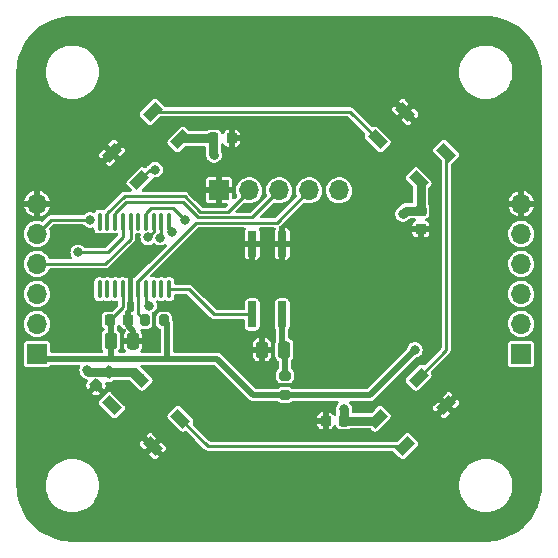
<source format=gtl>
G04 #@! TF.GenerationSoftware,KiCad,Pcbnew,(6.0.10-0)*
G04 #@! TF.CreationDate,2023-01-28T23:12:22+01:00*
G04 #@! TF.ProjectId,hitpoint-proto-v1,68697470-6f69-46e7-942d-70726f746f2d,Proto V1*
G04 #@! TF.SameCoordinates,Original*
G04 #@! TF.FileFunction,Copper,L1,Top*
G04 #@! TF.FilePolarity,Positive*
%FSLAX46Y46*%
G04 Gerber Fmt 4.6, Leading zero omitted, Abs format (unit mm)*
G04 Created by KiCad (PCBNEW (6.0.10-0)) date 2023-01-28 23:12:22*
%MOMM*%
%LPD*%
G01*
G04 APERTURE LIST*
G04 Aperture macros list*
%AMRoundRect*
0 Rectangle with rounded corners*
0 $1 Rounding radius*
0 $2 $3 $4 $5 $6 $7 $8 $9 X,Y pos of 4 corners*
0 Add a 4 corners polygon primitive as box body*
4,1,4,$2,$3,$4,$5,$6,$7,$8,$9,$2,$3,0*
0 Add four circle primitives for the rounded corners*
1,1,$1+$1,$2,$3*
1,1,$1+$1,$4,$5*
1,1,$1+$1,$6,$7*
1,1,$1+$1,$8,$9*
0 Add four rect primitives between the rounded corners*
20,1,$1+$1,$2,$3,$4,$5,0*
20,1,$1+$1,$4,$5,$6,$7,0*
20,1,$1+$1,$6,$7,$8,$9,0*
20,1,$1+$1,$8,$9,$2,$3,0*%
%AMRotRect*
0 Rectangle, with rotation*
0 The origin of the aperture is its center*
0 $1 length*
0 $2 width*
0 $3 Rotation angle, in degrees counterclockwise*
0 Add horizontal line*
21,1,$1,$2,0,0,$3*%
G04 Aperture macros list end*
G04 #@! TA.AperFunction,SMDPad,CuDef*
%ADD10RoundRect,0.200000X0.200000X0.275000X-0.200000X0.275000X-0.200000X-0.275000X0.200000X-0.275000X0*%
G04 #@! TD*
G04 #@! TA.AperFunction,SMDPad,CuDef*
%ADD11RoundRect,0.200000X-0.275000X0.200000X-0.275000X-0.200000X0.275000X-0.200000X0.275000X0.200000X0*%
G04 #@! TD*
G04 #@! TA.AperFunction,SMDPad,CuDef*
%ADD12RoundRect,0.225000X-0.225000X-0.250000X0.225000X-0.250000X0.225000X0.250000X-0.225000X0.250000X0*%
G04 #@! TD*
G04 #@! TA.AperFunction,ComponentPad*
%ADD13O,1.700000X1.700000*%
G04 #@! TD*
G04 #@! TA.AperFunction,ComponentPad*
%ADD14R,1.700000X1.700000*%
G04 #@! TD*
G04 #@! TA.AperFunction,SMDPad,CuDef*
%ADD15RoundRect,0.225000X0.225000X0.250000X-0.225000X0.250000X-0.225000X-0.250000X0.225000X-0.250000X0*%
G04 #@! TD*
G04 #@! TA.AperFunction,SMDPad,CuDef*
%ADD16RoundRect,0.225000X-0.017678X0.335876X-0.335876X0.017678X0.017678X-0.335876X0.335876X-0.017678X0*%
G04 #@! TD*
G04 #@! TA.AperFunction,SMDPad,CuDef*
%ADD17RotRect,1.500000X0.900000X135.000000*%
G04 #@! TD*
G04 #@! TA.AperFunction,SMDPad,CuDef*
%ADD18RoundRect,0.225000X-0.250000X0.225000X-0.250000X-0.225000X0.250000X-0.225000X0.250000X0.225000X0*%
G04 #@! TD*
G04 #@! TA.AperFunction,SMDPad,CuDef*
%ADD19RoundRect,0.250000X-0.250000X-0.475000X0.250000X-0.475000X0.250000X0.475000X-0.250000X0.475000X0*%
G04 #@! TD*
G04 #@! TA.AperFunction,SMDPad,CuDef*
%ADD20RoundRect,0.100000X0.100000X-0.637500X0.100000X0.637500X-0.100000X0.637500X-0.100000X-0.637500X0*%
G04 #@! TD*
G04 #@! TA.AperFunction,SMDPad,CuDef*
%ADD21RotRect,1.500000X0.900000X45.000000*%
G04 #@! TD*
G04 #@! TA.AperFunction,SMDPad,CuDef*
%ADD22RoundRect,0.187500X0.187500X-0.937500X0.187500X0.937500X-0.187500X0.937500X-0.187500X-0.937500X0*%
G04 #@! TD*
G04 #@! TA.AperFunction,SMDPad,CuDef*
%ADD23RotRect,1.500000X0.900000X225.000000*%
G04 #@! TD*
G04 #@! TA.AperFunction,SMDPad,CuDef*
%ADD24RotRect,1.500000X0.900000X315.000000*%
G04 #@! TD*
G04 #@! TA.AperFunction,ViaPad*
%ADD25C,0.800000*%
G04 #@! TD*
G04 #@! TA.AperFunction,ViaPad*
%ADD26C,2.000000*%
G04 #@! TD*
G04 #@! TA.AperFunction,Conductor*
%ADD27C,0.508000*%
G04 #@! TD*
G04 #@! TA.AperFunction,Conductor*
%ADD28C,0.254000*%
G04 #@! TD*
G04 #@! TA.AperFunction,Conductor*
%ADD29C,0.762000*%
G04 #@! TD*
G04 #@! TA.AperFunction,Conductor*
%ADD30C,0.250000*%
G04 #@! TD*
G04 APERTURE END LIST*
D10*
X126125000Y-91000000D03*
X127775000Y-91000000D03*
D11*
X138000000Y-97325000D03*
X138000000Y-95675000D03*
D12*
X133500000Y-75600000D03*
X131950000Y-75600000D03*
D13*
X117000000Y-81150000D03*
X117000000Y-83690000D03*
X117000000Y-86230000D03*
X117000000Y-88770000D03*
X117000000Y-91310000D03*
D14*
X117000000Y-93850000D03*
D15*
X141450000Y-99500000D03*
X143000000Y-99500000D03*
D16*
X122000000Y-96500000D03*
X123096016Y-95403984D03*
D17*
X145850862Y-75684315D03*
X148184315Y-73350862D03*
X151649138Y-76815685D03*
X149315685Y-79149138D03*
D18*
X149500000Y-83275000D03*
X149500000Y-81725000D03*
D19*
X125150000Y-92750000D03*
X123250000Y-92750000D03*
D12*
X124725000Y-91000000D03*
X123175000Y-91000000D03*
D20*
X122325000Y-82637500D03*
X122975000Y-82637500D03*
X123625000Y-82637500D03*
X124275000Y-82637500D03*
X124925000Y-82637500D03*
X125575000Y-82637500D03*
X126225000Y-82637500D03*
X126875000Y-82637500D03*
X127525000Y-82637500D03*
X128175000Y-82637500D03*
X128175000Y-88362500D03*
X127525000Y-88362500D03*
X126875000Y-88362500D03*
X126225000Y-88362500D03*
X125575000Y-88362500D03*
X124925000Y-88362500D03*
X124275000Y-88362500D03*
X123625000Y-88362500D03*
X122975000Y-88362500D03*
X122325000Y-88362500D03*
D21*
X149315685Y-95850862D03*
X151649138Y-98184315D03*
X148184315Y-101649138D03*
X145850862Y-99315685D03*
D22*
X137770000Y-90500000D03*
X135230000Y-90500000D03*
X135230000Y-84500000D03*
X137770000Y-84500000D03*
D13*
X142585000Y-80000000D03*
X140045000Y-80000000D03*
X137505000Y-80000000D03*
X134965000Y-80000000D03*
D14*
X132425000Y-80000000D03*
D19*
X137950000Y-93500000D03*
X136050000Y-93500000D03*
D23*
X125684315Y-79149138D03*
X123350862Y-76815685D03*
X126815685Y-73350862D03*
X129149138Y-75684315D03*
D13*
X158000000Y-81150000D03*
X158000000Y-83690000D03*
X158000000Y-86230000D03*
X158000000Y-88770000D03*
X158000000Y-91310000D03*
D14*
X158000000Y-93850000D03*
D24*
X129149138Y-99315685D03*
X126815685Y-101649138D03*
X123350862Y-98184315D03*
X125684315Y-95850862D03*
D25*
X149000000Y-93500000D03*
X143000000Y-85250000D03*
X127000000Y-98000000D03*
X132750000Y-87250000D03*
X145000000Y-85250000D03*
X144000000Y-89750000D03*
X142000000Y-89000000D03*
D26*
X145000000Y-107500000D03*
X142500000Y-67500000D03*
X137500000Y-67500000D03*
X125000000Y-107500000D03*
D25*
X148000000Y-77000000D03*
D26*
X117500000Y-97500000D03*
X147500000Y-67500000D03*
D25*
X149000000Y-99000000D03*
D26*
X125000000Y-67500000D03*
D25*
X144000000Y-88000000D03*
X138000000Y-75000000D03*
D26*
X117500000Y-100000000D03*
X137500000Y-107500000D03*
D25*
X145000000Y-88000000D03*
X136500000Y-85000000D03*
D26*
X157500000Y-100000000D03*
D25*
X138250000Y-99000000D03*
X152750000Y-81000000D03*
X127000000Y-77000000D03*
D26*
X157500000Y-77500000D03*
X117500000Y-77500000D03*
X140000000Y-107500000D03*
X132500000Y-67500000D03*
D25*
X143000000Y-86250000D03*
D26*
X157500000Y-97500000D03*
D25*
X126750000Y-92250000D03*
D26*
X142500000Y-107500000D03*
D25*
X148000000Y-98000000D03*
X120500000Y-89000000D03*
X125000000Y-100000000D03*
X134500000Y-94000000D03*
X145500000Y-82000000D03*
D26*
X135000000Y-67500000D03*
X127500000Y-107500000D03*
X127500000Y-67500000D03*
D25*
X145500000Y-81000000D03*
X136750000Y-75000000D03*
X132750000Y-88500000D03*
D26*
X145000000Y-67500000D03*
D25*
X120500000Y-87750000D03*
D26*
X147500000Y-107500000D03*
D25*
X136500000Y-83500000D03*
D26*
X132500000Y-107500000D03*
D25*
X125000000Y-75000000D03*
D26*
X150000000Y-107500000D03*
X135000000Y-107500000D03*
D25*
X146000000Y-89000000D03*
D26*
X130000000Y-67500000D03*
D25*
X150000000Y-88750000D03*
X142000000Y-88000000D03*
D26*
X157500000Y-75000000D03*
D25*
X139250000Y-75000000D03*
X143000000Y-89750000D03*
X153250000Y-88750000D03*
X140500000Y-75000000D03*
D26*
X130000000Y-107500000D03*
D25*
X150000000Y-75000000D03*
X134500000Y-93000000D03*
X146000000Y-88000000D03*
D26*
X117500000Y-75000000D03*
X150000000Y-67500000D03*
D25*
X143000000Y-88000000D03*
X150000000Y-100000000D03*
X149000000Y-76000000D03*
X126750000Y-93250000D03*
X145000000Y-86250000D03*
D26*
X140000000Y-67500000D03*
D25*
X138250000Y-100250000D03*
X145000000Y-89750000D03*
X126000000Y-99000000D03*
X126000000Y-76000000D03*
X152750000Y-82000000D03*
X143000000Y-98500000D03*
X132000000Y-77000000D03*
X121250000Y-95250000D03*
X148000000Y-82000000D03*
X127000000Y-78250000D03*
X126500000Y-89750000D03*
X120500000Y-85250000D03*
X128450000Y-83500000D03*
X127450000Y-84000000D03*
X126419218Y-83969218D03*
X129500000Y-82500000D03*
X121500000Y-82500000D03*
D27*
X123250000Y-91075000D02*
X123175000Y-91000000D01*
X128000000Y-94250000D02*
X132250000Y-94250000D01*
X145175000Y-97325000D02*
X138000000Y-97325000D01*
X123250000Y-94250000D02*
X128000000Y-94250000D01*
D28*
X124275000Y-89900000D02*
X123175000Y-91000000D01*
D27*
X117400000Y-94250000D02*
X123250000Y-94250000D01*
X135325000Y-97325000D02*
X138000000Y-97325000D01*
X123250000Y-92750000D02*
X123250000Y-91075000D01*
X128000000Y-91225000D02*
X127775000Y-91000000D01*
D28*
X124275000Y-88362500D02*
X124275000Y-89900000D01*
D27*
X132250000Y-94250000D02*
X135325000Y-97325000D01*
X117000000Y-93850000D02*
X117400000Y-94250000D01*
X149000000Y-93500000D02*
X145175000Y-97325000D01*
X123250000Y-94250000D02*
X123250000Y-92750000D01*
X128000000Y-94250000D02*
X128000000Y-91225000D01*
X124725000Y-91475000D02*
X125150000Y-91900000D01*
X125150000Y-91900000D02*
X125150000Y-92750000D01*
X124725000Y-91000000D02*
X124725000Y-91475000D01*
D29*
X143000000Y-99500000D02*
X145666547Y-99500000D01*
X123050156Y-95358124D02*
X121358124Y-95358124D01*
X123096016Y-95403984D02*
X125237437Y-95403984D01*
X149500000Y-81725000D02*
X148275000Y-81725000D01*
X129233453Y-75600000D02*
X129149138Y-75684315D01*
X145666547Y-99500000D02*
X145850862Y-99315685D01*
X131950000Y-75600000D02*
X131950000Y-76950000D01*
X148275000Y-81725000D02*
X148000000Y-82000000D01*
X125725000Y-95810177D02*
X125684315Y-95850862D01*
X131950000Y-76950000D02*
X132000000Y-77000000D01*
X131950000Y-75600000D02*
X129233453Y-75600000D01*
X143000000Y-98500000D02*
X143000000Y-99500000D01*
X149500000Y-81725000D02*
X149500000Y-79333453D01*
X121358124Y-95358124D02*
X121250000Y-95250000D01*
X149500000Y-79333453D02*
X149315685Y-79149138D01*
X123096016Y-95403984D02*
X123050156Y-95358124D01*
X125237437Y-95403984D02*
X125684315Y-95850862D01*
D28*
X143517409Y-73350862D02*
X145850862Y-75684315D01*
X126815685Y-73350862D02*
X143517409Y-73350862D01*
X126225000Y-88362500D02*
X126225000Y-89475000D01*
X126583453Y-78250000D02*
X125684315Y-79149138D01*
X127000000Y-78250000D02*
X126583453Y-78250000D01*
X126225000Y-89475000D02*
X126500000Y-89750000D01*
X151649138Y-93517409D02*
X149315685Y-95850862D01*
X151649138Y-76815685D02*
X151649138Y-93517409D01*
X148184315Y-101649138D02*
X131482591Y-101649138D01*
X131482591Y-101649138D02*
X129149138Y-99315685D01*
X134965000Y-80035000D02*
X134965000Y-80000000D01*
X133158000Y-81842000D02*
X134965000Y-80035000D01*
X129500000Y-80500000D02*
X130842000Y-81842000D01*
X124421131Y-80500000D02*
X129500000Y-80500000D01*
X130842000Y-81842000D02*
X133158000Y-81842000D01*
X122975000Y-82637500D02*
X122975000Y-81946131D01*
X122975000Y-81946131D02*
X124421131Y-80500000D01*
X137500000Y-80000000D02*
X137505000Y-80000000D01*
X130653948Y-82296000D02*
X135204000Y-82296000D01*
X129357948Y-81000000D02*
X130653948Y-82296000D01*
X123625000Y-81946131D02*
X124571131Y-81000000D01*
X124571131Y-81000000D02*
X129357948Y-81000000D01*
X123625000Y-82637500D02*
X123625000Y-81946131D01*
X135204000Y-82296000D02*
X137500000Y-80000000D01*
X137295000Y-82750000D02*
X140045000Y-80000000D01*
X125575000Y-90450000D02*
X126125000Y-91000000D01*
X125575000Y-87671131D02*
X130496131Y-82750000D01*
X125575000Y-88362500D02*
X125575000Y-87671131D01*
X125575000Y-88362500D02*
X125575000Y-90450000D01*
X130496131Y-82750000D02*
X137295000Y-82750000D01*
X123000000Y-85250000D02*
X120500000Y-85250000D01*
X124275000Y-83975000D02*
X123000000Y-85250000D01*
X124275000Y-82637500D02*
X124275000Y-83975000D01*
X122770000Y-86230000D02*
X117000000Y-86230000D01*
X124925000Y-84075000D02*
X122770000Y-86230000D01*
X124925000Y-82637500D02*
X124925000Y-84075000D01*
D30*
X117000000Y-86500000D02*
X117000000Y-86230000D01*
X128175000Y-83225000D02*
X128450000Y-83500000D01*
X128175000Y-82637500D02*
X128175000Y-83225000D01*
X127525000Y-83925000D02*
X127450000Y-84000000D01*
X127525000Y-82637500D02*
X127525000Y-83925000D01*
X126419218Y-83969218D02*
X126875000Y-83513437D01*
X126875000Y-83513437D02*
X126875000Y-82637500D01*
D28*
X128175000Y-88362500D02*
X129862500Y-88362500D01*
X129862500Y-88362500D02*
X132000000Y-90500000D01*
X132000000Y-90500000D02*
X135230000Y-90500000D01*
X126225000Y-82637500D02*
X126225000Y-81946131D01*
X126225000Y-81946131D02*
X126671131Y-81500000D01*
D30*
X117000000Y-83690000D02*
X118190000Y-82500000D01*
D28*
X126671131Y-81500000D02*
X127250000Y-81500000D01*
X128500000Y-81500000D02*
X129500000Y-82500000D01*
D30*
X118190000Y-82500000D02*
X121500000Y-82500000D01*
D28*
X127250000Y-81500000D02*
X128500000Y-81500000D01*
D27*
X137770000Y-93320000D02*
X137950000Y-93500000D01*
X138000000Y-95675000D02*
X138000000Y-93550000D01*
X137770000Y-90500000D02*
X137770000Y-93320000D01*
X138000000Y-93550000D02*
X137950000Y-93500000D01*
G04 #@! TA.AperFunction,Conductor*
G36*
X154987103Y-65256921D02*
G01*
X155000000Y-65259486D01*
X155012170Y-65257065D01*
X155022599Y-65257065D01*
X155035735Y-65256060D01*
X155356412Y-65270061D01*
X155408103Y-65272318D01*
X155419051Y-65273276D01*
X155818604Y-65325878D01*
X155829413Y-65327785D01*
X156222854Y-65415008D01*
X156233471Y-65417853D01*
X156617813Y-65539036D01*
X156628128Y-65542789D01*
X157000468Y-65697017D01*
X157010412Y-65701655D01*
X157295219Y-65849916D01*
X157367867Y-65887734D01*
X157377387Y-65893230D01*
X157717262Y-66109755D01*
X157726266Y-66116059D01*
X158045993Y-66361393D01*
X158054397Y-66368445D01*
X158130501Y-66438182D01*
X158351519Y-66640709D01*
X158359291Y-66648481D01*
X158470515Y-66769860D01*
X158631555Y-66945603D01*
X158638607Y-66954007D01*
X158768743Y-67123604D01*
X158883941Y-67273734D01*
X158890245Y-67282738D01*
X159106770Y-67622613D01*
X159112265Y-67632132D01*
X159258292Y-67912645D01*
X159298341Y-67989579D01*
X159302983Y-67999532D01*
X159457208Y-68371865D01*
X159460964Y-68382187D01*
X159496858Y-68496026D01*
X159582147Y-68766528D01*
X159584992Y-68777145D01*
X159665279Y-69139295D01*
X159672214Y-69170579D01*
X159674122Y-69181396D01*
X159682962Y-69248543D01*
X159726724Y-69580948D01*
X159727682Y-69591898D01*
X159743940Y-69964265D01*
X159742935Y-69977401D01*
X159742935Y-69987830D01*
X159740514Y-70000000D01*
X159742935Y-70012170D01*
X159743079Y-70012894D01*
X159745500Y-70037476D01*
X159745500Y-104962524D01*
X159743079Y-104987103D01*
X159740514Y-105000000D01*
X159742935Y-105012170D01*
X159742935Y-105022599D01*
X159743940Y-105035735D01*
X159727682Y-105408102D01*
X159726724Y-105419052D01*
X159674123Y-105818596D01*
X159672215Y-105829413D01*
X159623209Y-106050468D01*
X159584992Y-106222854D01*
X159582147Y-106233471D01*
X159466352Y-106600728D01*
X159460967Y-106617806D01*
X159457211Y-106628128D01*
X159389146Y-106792453D01*
X159302987Y-107000459D01*
X159298345Y-107010412D01*
X159257601Y-107088681D01*
X159112266Y-107367867D01*
X159106770Y-107377387D01*
X158890245Y-107717262D01*
X158883941Y-107726266D01*
X158638607Y-108045993D01*
X158631555Y-108054397D01*
X158495419Y-108202962D01*
X158359291Y-108351519D01*
X158351519Y-108359291D01*
X158202962Y-108495420D01*
X158054397Y-108631555D01*
X158045993Y-108638607D01*
X157811664Y-108818413D01*
X157726266Y-108883941D01*
X157717262Y-108890245D01*
X157377387Y-109106770D01*
X157367868Y-109112265D01*
X157010412Y-109298345D01*
X157000468Y-109302983D01*
X156628128Y-109457211D01*
X156617813Y-109460964D01*
X156233472Y-109582147D01*
X156222855Y-109584992D01*
X155829413Y-109672215D01*
X155818604Y-109674122D01*
X155419052Y-109726724D01*
X155408103Y-109727682D01*
X155356412Y-109729939D01*
X155035735Y-109743940D01*
X155022599Y-109742935D01*
X155012170Y-109742935D01*
X155000000Y-109740514D01*
X154987103Y-109743079D01*
X154962524Y-109745500D01*
X120037476Y-109745500D01*
X120012897Y-109743079D01*
X120000000Y-109740514D01*
X119987830Y-109742935D01*
X119977401Y-109742935D01*
X119964265Y-109743940D01*
X119643588Y-109729939D01*
X119591897Y-109727682D01*
X119580948Y-109726724D01*
X119181396Y-109674122D01*
X119170587Y-109672215D01*
X118777145Y-109584992D01*
X118766528Y-109582147D01*
X118382187Y-109460964D01*
X118371872Y-109457211D01*
X117999532Y-109302983D01*
X117989588Y-109298345D01*
X117632132Y-109112265D01*
X117622613Y-109106770D01*
X117282738Y-108890245D01*
X117273734Y-108883941D01*
X117188336Y-108818413D01*
X116954007Y-108638607D01*
X116945603Y-108631555D01*
X116797038Y-108495420D01*
X116648481Y-108359291D01*
X116640709Y-108351519D01*
X116504581Y-108202962D01*
X116368445Y-108054397D01*
X116361393Y-108045993D01*
X116116059Y-107726266D01*
X116109755Y-107717262D01*
X115893230Y-107377387D01*
X115887734Y-107367867D01*
X115742399Y-107088681D01*
X115701655Y-107010412D01*
X115697013Y-107000459D01*
X115610855Y-106792453D01*
X115542789Y-106628128D01*
X115539033Y-106617806D01*
X115533649Y-106600728D01*
X115417853Y-106233471D01*
X115415008Y-106222854D01*
X115376791Y-106050468D01*
X115327785Y-105829413D01*
X115325877Y-105818596D01*
X115273276Y-105419052D01*
X115272318Y-105408102D01*
X115256060Y-105035735D01*
X115257065Y-105022599D01*
X115257065Y-105012170D01*
X115259486Y-105000000D01*
X117740663Y-105000000D01*
X117740933Y-105004119D01*
X117754606Y-105212723D01*
X117759992Y-105294903D01*
X117760796Y-105298943D01*
X117760796Y-105298946D01*
X117787717Y-105434284D01*
X117817648Y-105584759D01*
X117818973Y-105588663D01*
X117818974Y-105588666D01*
X117901874Y-105832881D01*
X117912645Y-105864611D01*
X118043357Y-106129668D01*
X118207547Y-106375397D01*
X118402407Y-106597593D01*
X118624603Y-106792453D01*
X118870331Y-106956643D01*
X118874030Y-106958467D01*
X118874035Y-106958470D01*
X118959181Y-107000459D01*
X119135389Y-107087355D01*
X119139294Y-107088680D01*
X119139295Y-107088681D01*
X119411334Y-107181026D01*
X119411337Y-107181027D01*
X119415241Y-107182352D01*
X119419280Y-107183155D01*
X119419286Y-107183157D01*
X119701054Y-107239204D01*
X119701057Y-107239204D01*
X119705097Y-107240008D01*
X119709208Y-107240277D01*
X119709212Y-107240278D01*
X119995881Y-107259067D01*
X120000000Y-107259337D01*
X120004119Y-107259067D01*
X120290788Y-107240278D01*
X120290792Y-107240277D01*
X120294903Y-107240008D01*
X120298943Y-107239204D01*
X120298946Y-107239204D01*
X120580714Y-107183157D01*
X120580720Y-107183155D01*
X120584759Y-107182352D01*
X120588663Y-107181027D01*
X120588666Y-107181026D01*
X120860705Y-107088681D01*
X120860706Y-107088680D01*
X120864611Y-107087355D01*
X121040819Y-107000459D01*
X121125965Y-106958470D01*
X121125970Y-106958467D01*
X121129669Y-106956643D01*
X121375397Y-106792453D01*
X121597593Y-106597593D01*
X121792453Y-106375397D01*
X121956643Y-106129668D01*
X122087355Y-105864611D01*
X122098126Y-105832881D01*
X122181026Y-105588666D01*
X122181027Y-105588663D01*
X122182352Y-105584759D01*
X122212284Y-105434284D01*
X122239204Y-105298946D01*
X122239204Y-105298943D01*
X122240008Y-105294903D01*
X122245395Y-105212723D01*
X122259067Y-105004119D01*
X122259337Y-105000000D01*
X152740663Y-105000000D01*
X152740933Y-105004119D01*
X152754606Y-105212723D01*
X152759992Y-105294903D01*
X152760796Y-105298943D01*
X152760796Y-105298946D01*
X152787717Y-105434284D01*
X152817648Y-105584759D01*
X152818973Y-105588663D01*
X152818974Y-105588666D01*
X152901874Y-105832881D01*
X152912645Y-105864611D01*
X153043357Y-106129668D01*
X153207547Y-106375397D01*
X153402407Y-106597593D01*
X153624603Y-106792453D01*
X153870331Y-106956643D01*
X153874030Y-106958467D01*
X153874035Y-106958470D01*
X153959181Y-107000459D01*
X154135389Y-107087355D01*
X154139294Y-107088680D01*
X154139295Y-107088681D01*
X154411334Y-107181026D01*
X154411337Y-107181027D01*
X154415241Y-107182352D01*
X154419280Y-107183155D01*
X154419286Y-107183157D01*
X154701054Y-107239204D01*
X154701057Y-107239204D01*
X154705097Y-107240008D01*
X154709208Y-107240277D01*
X154709212Y-107240278D01*
X154995881Y-107259067D01*
X155000000Y-107259337D01*
X155004119Y-107259067D01*
X155290788Y-107240278D01*
X155290792Y-107240277D01*
X155294903Y-107240008D01*
X155298943Y-107239204D01*
X155298946Y-107239204D01*
X155580714Y-107183157D01*
X155580720Y-107183155D01*
X155584759Y-107182352D01*
X155588663Y-107181027D01*
X155588666Y-107181026D01*
X155860705Y-107088681D01*
X155860706Y-107088680D01*
X155864611Y-107087355D01*
X156040819Y-107000459D01*
X156125965Y-106958470D01*
X156125970Y-106958467D01*
X156129669Y-106956643D01*
X156375397Y-106792453D01*
X156597593Y-106597593D01*
X156792453Y-106375397D01*
X156956643Y-106129668D01*
X157087355Y-105864611D01*
X157098126Y-105832881D01*
X157181026Y-105588666D01*
X157181027Y-105588663D01*
X157182352Y-105584759D01*
X157212284Y-105434284D01*
X157239204Y-105298946D01*
X157239204Y-105298943D01*
X157240008Y-105294903D01*
X157245395Y-105212723D01*
X157259067Y-105004119D01*
X157259337Y-105000000D01*
X157240008Y-104705097D01*
X157197156Y-104489665D01*
X157183157Y-104419286D01*
X157183155Y-104419280D01*
X157182352Y-104415241D01*
X157087355Y-104135389D01*
X156956643Y-103870332D01*
X156792453Y-103624603D01*
X156597593Y-103402407D01*
X156375397Y-103207547D01*
X156129669Y-103043357D01*
X156125970Y-103041533D01*
X156125965Y-103041530D01*
X155989991Y-102974475D01*
X155864611Y-102912645D01*
X155860705Y-102911319D01*
X155588666Y-102818974D01*
X155588663Y-102818973D01*
X155584759Y-102817648D01*
X155580720Y-102816845D01*
X155580714Y-102816843D01*
X155298946Y-102760796D01*
X155298943Y-102760796D01*
X155294903Y-102759992D01*
X155290792Y-102759723D01*
X155290788Y-102759722D01*
X155004119Y-102740933D01*
X155000000Y-102740663D01*
X154995881Y-102740933D01*
X154709212Y-102759722D01*
X154709208Y-102759723D01*
X154705097Y-102759992D01*
X154701057Y-102760796D01*
X154701054Y-102760796D01*
X154419286Y-102816843D01*
X154419280Y-102816845D01*
X154415241Y-102817648D01*
X154411337Y-102818973D01*
X154411334Y-102818974D01*
X154139295Y-102911319D01*
X154135389Y-102912645D01*
X154010143Y-102974410D01*
X153874036Y-103041530D01*
X153874031Y-103041533D01*
X153870332Y-103043357D01*
X153624603Y-103207547D01*
X153402407Y-103402407D01*
X153207547Y-103624603D01*
X153043357Y-103870332D01*
X152912645Y-104135389D01*
X152817648Y-104415241D01*
X152816845Y-104419280D01*
X152816843Y-104419286D01*
X152802844Y-104489665D01*
X152759992Y-104705097D01*
X152743658Y-104954308D01*
X152740663Y-105000000D01*
X122259337Y-105000000D01*
X122240008Y-104705097D01*
X122197156Y-104489665D01*
X122183157Y-104419286D01*
X122183155Y-104419280D01*
X122182352Y-104415241D01*
X122087355Y-104135389D01*
X121956643Y-103870332D01*
X121792453Y-103624603D01*
X121597593Y-103402407D01*
X121375397Y-103207547D01*
X121129669Y-103043357D01*
X121125970Y-103041533D01*
X121125965Y-103041530D01*
X120989991Y-102974475D01*
X120864611Y-102912645D01*
X120860705Y-102911319D01*
X120588666Y-102818974D01*
X120588663Y-102818973D01*
X120584759Y-102817648D01*
X120580720Y-102816845D01*
X120580714Y-102816843D01*
X120298946Y-102760796D01*
X120298943Y-102760796D01*
X120294903Y-102759992D01*
X120290792Y-102759723D01*
X120290788Y-102759722D01*
X120004119Y-102740933D01*
X120000000Y-102740663D01*
X119995881Y-102740933D01*
X119709212Y-102759722D01*
X119709208Y-102759723D01*
X119705097Y-102759992D01*
X119701057Y-102760796D01*
X119701054Y-102760796D01*
X119419286Y-102816843D01*
X119419280Y-102816845D01*
X119415241Y-102817648D01*
X119411337Y-102818973D01*
X119411334Y-102818974D01*
X119139295Y-102911319D01*
X119135389Y-102912645D01*
X119010143Y-102974410D01*
X118874036Y-103041530D01*
X118874031Y-103041533D01*
X118870332Y-103043357D01*
X118624603Y-103207547D01*
X118402407Y-103402407D01*
X118207547Y-103624603D01*
X118043357Y-103870332D01*
X117912645Y-104135389D01*
X117817648Y-104415241D01*
X117816845Y-104419280D01*
X117816843Y-104419286D01*
X117802844Y-104489665D01*
X117759992Y-104705097D01*
X117743658Y-104954308D01*
X117740663Y-105000000D01*
X115259486Y-105000000D01*
X115256921Y-104987103D01*
X115254500Y-104962524D01*
X115254500Y-102329092D01*
X126504100Y-102329092D01*
X126504231Y-102330925D01*
X126508482Y-102337540D01*
X126861522Y-102690580D01*
X126871051Y-102698401D01*
X126918392Y-102730034D01*
X126940882Y-102739350D01*
X127015646Y-102754222D01*
X127039988Y-102754222D01*
X127114754Y-102739350D01*
X127137239Y-102730036D01*
X127184590Y-102698397D01*
X127194105Y-102690588D01*
X127331792Y-102552900D01*
X127339403Y-102538962D01*
X127339271Y-102537126D01*
X127335022Y-102530514D01*
X126828497Y-102023989D01*
X126814553Y-102016375D01*
X126812720Y-102016506D01*
X126806105Y-102020757D01*
X126511714Y-102315148D01*
X126504100Y-102329092D01*
X115254500Y-102329092D01*
X115254500Y-101449177D01*
X125710601Y-101449177D01*
X125725473Y-101523943D01*
X125734787Y-101546428D01*
X125766426Y-101593779D01*
X125774235Y-101603294D01*
X126124055Y-101953113D01*
X126137993Y-101960724D01*
X126139829Y-101960592D01*
X126146441Y-101956343D01*
X126440834Y-101661950D01*
X126447212Y-101650270D01*
X127182922Y-101650270D01*
X127183053Y-101652103D01*
X127187304Y-101658718D01*
X127693827Y-102165241D01*
X127707771Y-102172855D01*
X127709604Y-102172724D01*
X127716219Y-102168473D01*
X127857127Y-102027565D01*
X127864948Y-102018036D01*
X127896581Y-101970695D01*
X127905897Y-101948205D01*
X127920769Y-101873441D01*
X127920769Y-101849099D01*
X127905897Y-101774333D01*
X127896583Y-101751848D01*
X127864944Y-101704497D01*
X127857135Y-101694982D01*
X127507315Y-101345163D01*
X127493377Y-101337552D01*
X127491541Y-101337684D01*
X127484929Y-101341933D01*
X127190536Y-101636326D01*
X127182922Y-101650270D01*
X126447212Y-101650270D01*
X126448448Y-101648006D01*
X126448317Y-101646173D01*
X126444066Y-101639558D01*
X125937543Y-101133035D01*
X125923599Y-101125421D01*
X125921766Y-101125552D01*
X125915151Y-101129803D01*
X125774243Y-101270711D01*
X125766422Y-101280240D01*
X125734789Y-101327581D01*
X125725473Y-101350071D01*
X125710601Y-101424835D01*
X125710601Y-101449177D01*
X115254500Y-101449177D01*
X115254500Y-100759314D01*
X126291967Y-100759314D01*
X126292099Y-100761150D01*
X126296348Y-100767762D01*
X126802873Y-101274287D01*
X126816817Y-101281901D01*
X126818650Y-101281770D01*
X126825265Y-101277519D01*
X127119656Y-100983128D01*
X127127270Y-100969184D01*
X127127139Y-100967351D01*
X127122888Y-100960736D01*
X126769848Y-100607696D01*
X126760319Y-100599875D01*
X126712978Y-100568242D01*
X126690488Y-100558926D01*
X126615724Y-100544054D01*
X126591382Y-100544054D01*
X126516616Y-100558926D01*
X126494131Y-100568240D01*
X126446780Y-100599879D01*
X126437265Y-100607688D01*
X126299578Y-100745376D01*
X126291967Y-100759314D01*
X115254500Y-100759314D01*
X115254500Y-97972183D01*
X122242848Y-97972183D01*
X122245269Y-97984354D01*
X122260085Y-98058838D01*
X122262600Y-98071484D01*
X122269493Y-98081800D01*
X122301211Y-98129271D01*
X122301214Y-98129275D01*
X122304650Y-98134417D01*
X122309027Y-98138794D01*
X122653618Y-98483384D01*
X123400760Y-99230525D01*
X123405904Y-99233962D01*
X123453372Y-99265681D01*
X123453374Y-99265682D01*
X123463693Y-99272577D01*
X123475867Y-99274998D01*
X123475868Y-99274999D01*
X123550823Y-99289908D01*
X123562994Y-99292329D01*
X123575165Y-99289908D01*
X123650125Y-99274998D01*
X123650126Y-99274997D01*
X123662295Y-99272577D01*
X123682144Y-99259315D01*
X123720082Y-99233966D01*
X123720087Y-99233962D01*
X123725228Y-99230527D01*
X123852202Y-99103553D01*
X128041124Y-99103553D01*
X128060876Y-99202854D01*
X128067769Y-99213170D01*
X128099487Y-99260641D01*
X128099489Y-99260643D01*
X128102926Y-99265787D01*
X128107303Y-99270164D01*
X128452083Y-99614943D01*
X129199036Y-100361895D01*
X129204180Y-100365332D01*
X129251648Y-100397051D01*
X129251650Y-100397052D01*
X129261969Y-100403947D01*
X129274143Y-100406368D01*
X129274144Y-100406369D01*
X129349099Y-100421278D01*
X129361270Y-100423699D01*
X129373441Y-100421278D01*
X129448401Y-100406368D01*
X129448402Y-100406367D01*
X129460571Y-100403947D01*
X129470886Y-100397055D01*
X129470888Y-100397054D01*
X129498483Y-100378615D01*
X129516849Y-100366344D01*
X129584601Y-100345129D01*
X129653068Y-100363912D01*
X129675945Y-100382014D01*
X130426965Y-101133035D01*
X131174547Y-101880617D01*
X131189906Y-101899633D01*
X131190872Y-101900694D01*
X131196520Y-101909442D01*
X131204697Y-101915888D01*
X131223063Y-101930367D01*
X131227538Y-101934344D01*
X131227599Y-101934273D01*
X131231556Y-101937626D01*
X131235239Y-101941309D01*
X131239474Y-101944335D01*
X131239476Y-101944337D01*
X131251027Y-101952591D01*
X131255773Y-101956154D01*
X131296261Y-101988072D01*
X131304948Y-101991123D01*
X131312434Y-101996472D01*
X131322410Y-101999455D01*
X131322411Y-101999456D01*
X131361802Y-102011236D01*
X131367434Y-102013066D01*
X131416093Y-102030154D01*
X131421682Y-102030638D01*
X131424393Y-102030638D01*
X131427060Y-102030753D01*
X131427123Y-102030772D01*
X131427116Y-102030946D01*
X131427862Y-102030993D01*
X131434115Y-102032863D01*
X131483974Y-102030904D01*
X131488269Y-102030735D01*
X131493216Y-102030638D01*
X147093046Y-102030638D01*
X147161167Y-102050640D01*
X147182141Y-102067542D01*
X147651727Y-102537126D01*
X147809949Y-102695348D01*
X147815093Y-102698785D01*
X147862561Y-102730504D01*
X147862563Y-102730505D01*
X147872882Y-102737400D01*
X147885056Y-102739821D01*
X147885057Y-102739822D01*
X147960012Y-102754731D01*
X147972183Y-102757152D01*
X147984354Y-102754731D01*
X148059314Y-102739821D01*
X148059315Y-102739820D01*
X148071484Y-102737400D01*
X148091333Y-102724138D01*
X148129271Y-102698789D01*
X148129276Y-102698785D01*
X148134417Y-102695350D01*
X149230525Y-101599240D01*
X149243825Y-101579336D01*
X149265681Y-101546628D01*
X149265682Y-101546626D01*
X149272577Y-101536307D01*
X149275037Y-101523943D01*
X149289908Y-101449177D01*
X149292329Y-101437006D01*
X149272577Y-101337705D01*
X149259315Y-101317856D01*
X149233966Y-101279918D01*
X149233963Y-101279914D01*
X149230527Y-101274772D01*
X148558681Y-100602928D01*
X148506769Y-100568240D01*
X148506069Y-100567772D01*
X148506067Y-100567771D01*
X148495748Y-100560876D01*
X148483574Y-100558455D01*
X148483573Y-100558454D01*
X148408618Y-100543545D01*
X148396447Y-100541124D01*
X148384276Y-100543545D01*
X148309316Y-100558455D01*
X148309315Y-100558456D01*
X148297146Y-100560876D01*
X148286125Y-100568240D01*
X148239359Y-100599487D01*
X148239355Y-100599490D01*
X148234213Y-100602926D01*
X148229836Y-100607303D01*
X147606407Y-101230733D01*
X147544094Y-101264758D01*
X147517311Y-101267638D01*
X131692803Y-101267638D01*
X131624682Y-101247636D01*
X131603708Y-101230733D01*
X130215466Y-99842491D01*
X130187855Y-99791927D01*
X140746000Y-99791927D01*
X140746369Y-99798741D01*
X140751510Y-99846066D01*
X140755135Y-99861311D01*
X140797375Y-99973988D01*
X140805908Y-99989575D01*
X140877434Y-100085010D01*
X140889990Y-100097566D01*
X140985425Y-100169092D01*
X141001012Y-100177625D01*
X141113689Y-100219865D01*
X141128934Y-100223490D01*
X141176259Y-100228631D01*
X141177004Y-100228671D01*
X141191124Y-100224525D01*
X141192329Y-100223135D01*
X141194000Y-100215452D01*
X141194000Y-99774115D01*
X141189525Y-99758876D01*
X141188135Y-99757671D01*
X141180452Y-99756000D01*
X140764115Y-99756000D01*
X140748876Y-99760475D01*
X140747671Y-99761865D01*
X140746000Y-99769548D01*
X140746000Y-99791927D01*
X130187855Y-99791927D01*
X130181440Y-99780179D01*
X130186505Y-99709364D01*
X130199795Y-99683396D01*
X130237400Y-99627118D01*
X130257152Y-99527817D01*
X130237400Y-99428516D01*
X130224138Y-99408667D01*
X130198789Y-99370729D01*
X130198786Y-99370725D01*
X130195350Y-99365583D01*
X130055652Y-99225885D01*
X140746000Y-99225885D01*
X140750475Y-99241124D01*
X140751865Y-99242329D01*
X140759548Y-99244000D01*
X141175885Y-99244000D01*
X141191124Y-99239525D01*
X141192329Y-99238135D01*
X141194000Y-99230452D01*
X141194000Y-98789115D01*
X141189525Y-98773876D01*
X141188135Y-98772671D01*
X141180974Y-98771114D01*
X141176259Y-98771369D01*
X141128934Y-98776510D01*
X141113689Y-98780135D01*
X141001012Y-98822375D01*
X140985425Y-98830908D01*
X140889990Y-98902434D01*
X140877434Y-98914990D01*
X140805908Y-99010425D01*
X140797375Y-99026012D01*
X140755135Y-99138689D01*
X140751510Y-99153934D01*
X140746369Y-99201259D01*
X140746000Y-99208073D01*
X140746000Y-99225885D01*
X130055652Y-99225885D01*
X129921149Y-99091382D01*
X129103615Y-98273850D01*
X129099240Y-98269475D01*
X129054170Y-98239359D01*
X129046628Y-98234319D01*
X129046626Y-98234318D01*
X129036307Y-98227423D01*
X129024133Y-98225002D01*
X129024132Y-98225001D01*
X128949177Y-98210092D01*
X128937006Y-98207671D01*
X128924835Y-98210092D01*
X128849875Y-98225002D01*
X128849874Y-98225003D01*
X128837705Y-98227423D01*
X128819841Y-98239359D01*
X128779918Y-98266034D01*
X128779914Y-98266037D01*
X128774772Y-98269473D01*
X128102928Y-98941319D01*
X128089628Y-98961223D01*
X128067772Y-98993931D01*
X128067771Y-98993933D01*
X128060876Y-99004252D01*
X128058455Y-99016426D01*
X128058454Y-99016427D01*
X128049298Y-99062457D01*
X128041124Y-99103553D01*
X123852202Y-99103553D01*
X123893298Y-99062457D01*
X124392697Y-98563056D01*
X124397072Y-98558681D01*
X124427057Y-98513807D01*
X124432228Y-98506069D01*
X124432229Y-98506067D01*
X124439124Y-98495748D01*
X124441584Y-98483384D01*
X124456455Y-98408618D01*
X124458876Y-98396447D01*
X124449692Y-98350273D01*
X124441545Y-98309316D01*
X124441544Y-98309315D01*
X124439124Y-98297146D01*
X124400728Y-98239681D01*
X124400513Y-98239359D01*
X124400510Y-98239355D01*
X124397074Y-98234213D01*
X124122873Y-97960012D01*
X123305339Y-97142480D01*
X123300964Y-97138105D01*
X123249052Y-97103417D01*
X123248352Y-97102949D01*
X123248350Y-97102948D01*
X123238031Y-97096053D01*
X123225857Y-97093632D01*
X123225856Y-97093631D01*
X123150901Y-97078722D01*
X123138730Y-97076301D01*
X123126559Y-97078722D01*
X123051599Y-97093632D01*
X123051598Y-97093633D01*
X123039429Y-97096053D01*
X123028408Y-97103417D01*
X122981642Y-97134664D01*
X122981638Y-97134667D01*
X122976496Y-97138103D01*
X122972119Y-97142480D01*
X122796071Y-97318529D01*
X122304652Y-97809949D01*
X122299219Y-97818080D01*
X122269496Y-97862561D01*
X122269495Y-97862563D01*
X122262600Y-97872882D01*
X122260179Y-97885056D01*
X122260178Y-97885057D01*
X122255782Y-97907158D01*
X122242848Y-97972183D01*
X115254500Y-97972183D01*
X115254500Y-97179953D01*
X121688414Y-97179953D01*
X121688546Y-97181789D01*
X121692795Y-97188401D01*
X121708619Y-97204225D01*
X121713696Y-97208781D01*
X121750798Y-97238611D01*
X121764145Y-97246830D01*
X121873682Y-97296635D01*
X121890742Y-97301624D01*
X122008795Y-97318529D01*
X122026560Y-97318529D01*
X122144613Y-97301624D01*
X122161673Y-97296634D01*
X122271211Y-97246830D01*
X122284558Y-97238611D01*
X122321660Y-97208781D01*
X122322209Y-97208288D01*
X122329264Y-97195368D01*
X122329133Y-97193535D01*
X122324882Y-97186921D01*
X122012808Y-96874847D01*
X121998870Y-96867236D01*
X121997034Y-96867368D01*
X121990422Y-96871617D01*
X121696025Y-97166015D01*
X121688414Y-97179953D01*
X115254500Y-97179953D01*
X115254500Y-91280964D01*
X115891148Y-91280964D01*
X115904424Y-91483522D01*
X115905845Y-91489118D01*
X115905846Y-91489123D01*
X115947781Y-91654238D01*
X115954392Y-91680269D01*
X115956809Y-91685512D01*
X116015716Y-91813292D01*
X116039377Y-91864616D01*
X116156533Y-92030389D01*
X116301938Y-92172035D01*
X116470720Y-92284812D01*
X116476023Y-92287090D01*
X116476026Y-92287092D01*
X116564707Y-92325192D01*
X116657228Y-92364942D01*
X116730244Y-92381464D01*
X116849579Y-92408467D01*
X116849584Y-92408468D01*
X116855216Y-92409742D01*
X116860987Y-92409969D01*
X116860989Y-92409969D01*
X116920756Y-92412317D01*
X117058053Y-92417712D01*
X117158499Y-92403148D01*
X117253231Y-92389413D01*
X117253236Y-92389412D01*
X117258945Y-92388584D01*
X117264409Y-92386729D01*
X117264414Y-92386728D01*
X117445693Y-92325192D01*
X117445698Y-92325190D01*
X117451165Y-92323334D01*
X117628276Y-92224147D01*
X117689151Y-92173518D01*
X117779913Y-92098031D01*
X117784345Y-92094345D01*
X117843436Y-92023296D01*
X117910453Y-91942718D01*
X117910455Y-91942715D01*
X117914147Y-91938276D01*
X117982227Y-91816710D01*
X118010510Y-91766208D01*
X118010511Y-91766206D01*
X118013334Y-91761165D01*
X118015190Y-91755698D01*
X118015192Y-91755693D01*
X118076728Y-91574414D01*
X118076729Y-91574409D01*
X118078584Y-91568945D01*
X118079412Y-91563236D01*
X118079413Y-91563231D01*
X118096991Y-91441996D01*
X118107712Y-91368053D01*
X118109232Y-91310000D01*
X118096191Y-91168072D01*
X118091187Y-91113613D01*
X118091186Y-91113610D01*
X118090658Y-91107859D01*
X118086332Y-91092520D01*
X118037125Y-90918046D01*
X118037124Y-90918044D01*
X118035557Y-90912487D01*
X118024978Y-90891033D01*
X117948331Y-90735609D01*
X117945776Y-90730428D01*
X117926498Y-90704611D01*
X117883117Y-90646518D01*
X117824320Y-90567779D01*
X117721484Y-90472718D01*
X117679503Y-90433911D01*
X117675258Y-90429987D01*
X117670375Y-90426906D01*
X117670371Y-90426903D01*
X117508464Y-90324748D01*
X117503581Y-90321667D01*
X117315039Y-90246446D01*
X117309379Y-90245320D01*
X117309375Y-90245319D01*
X117121613Y-90207971D01*
X117121610Y-90207971D01*
X117115946Y-90206844D01*
X117110171Y-90206768D01*
X117110167Y-90206768D01*
X117008793Y-90205441D01*
X116912971Y-90204187D01*
X116907274Y-90205166D01*
X116907273Y-90205166D01*
X116718607Y-90237585D01*
X116712910Y-90238564D01*
X116522463Y-90308824D01*
X116348010Y-90412612D01*
X116343670Y-90416418D01*
X116343666Y-90416421D01*
X116199733Y-90542648D01*
X116195392Y-90546455D01*
X116191817Y-90550990D01*
X116191816Y-90550991D01*
X116178581Y-90567779D01*
X116069720Y-90705869D01*
X116067031Y-90710980D01*
X116067029Y-90710983D01*
X116056246Y-90731479D01*
X115975203Y-90885515D01*
X115915007Y-91079378D01*
X115891148Y-91280964D01*
X115254500Y-91280964D01*
X115254500Y-88740964D01*
X115891148Y-88740964D01*
X115904424Y-88943522D01*
X115905845Y-88949118D01*
X115905846Y-88949123D01*
X115927508Y-89034414D01*
X115954392Y-89140269D01*
X115956809Y-89145512D01*
X115994010Y-89226208D01*
X116039377Y-89324616D01*
X116042710Y-89329332D01*
X116124135Y-89444546D01*
X116156533Y-89490389D01*
X116160675Y-89494424D01*
X116176332Y-89509676D01*
X116301938Y-89632035D01*
X116470720Y-89744812D01*
X116476023Y-89747090D01*
X116476026Y-89747092D01*
X116564707Y-89785192D01*
X116657228Y-89824942D01*
X116730244Y-89841464D01*
X116849579Y-89868467D01*
X116849584Y-89868468D01*
X116855216Y-89869742D01*
X116860987Y-89869969D01*
X116860989Y-89869969D01*
X116920756Y-89872317D01*
X117058053Y-89877712D01*
X117158499Y-89863148D01*
X117253231Y-89849413D01*
X117253236Y-89849412D01*
X117258945Y-89848584D01*
X117264409Y-89846729D01*
X117264414Y-89846728D01*
X117445693Y-89785192D01*
X117445698Y-89785190D01*
X117451165Y-89783334D01*
X117478741Y-89767891D01*
X117525683Y-89741602D01*
X117628276Y-89684147D01*
X117690934Y-89632035D01*
X117779913Y-89558031D01*
X117784345Y-89554345D01*
X117837537Y-89490389D01*
X117910453Y-89402718D01*
X117910455Y-89402715D01*
X117914147Y-89398276D01*
X117977663Y-89284860D01*
X118010510Y-89226208D01*
X118010511Y-89226206D01*
X118013334Y-89221165D01*
X118015190Y-89215698D01*
X118015192Y-89215693D01*
X118076728Y-89034414D01*
X118076729Y-89034409D01*
X118078584Y-89028945D01*
X118079412Y-89023236D01*
X118079413Y-89023231D01*
X118107179Y-88831727D01*
X118107712Y-88828053D01*
X118109232Y-88770000D01*
X118090658Y-88567859D01*
X118089090Y-88562299D01*
X118037125Y-88378046D01*
X118037124Y-88378044D01*
X118035557Y-88372487D01*
X118024978Y-88351033D01*
X117948331Y-88195609D01*
X117945776Y-88190428D01*
X117824320Y-88027779D01*
X117749789Y-87958883D01*
X117679503Y-87893911D01*
X117675258Y-87889987D01*
X117670375Y-87886906D01*
X117670371Y-87886903D01*
X117508464Y-87784748D01*
X117503581Y-87781667D01*
X117315039Y-87706446D01*
X117309379Y-87705320D01*
X117309375Y-87705319D01*
X117121613Y-87667971D01*
X117121610Y-87667971D01*
X117115946Y-87666844D01*
X117110171Y-87666768D01*
X117110167Y-87666768D01*
X117008793Y-87665441D01*
X116912971Y-87664187D01*
X116907274Y-87665166D01*
X116907273Y-87665166D01*
X116781110Y-87686845D01*
X116712910Y-87698564D01*
X116522463Y-87768824D01*
X116348010Y-87872612D01*
X116343670Y-87876418D01*
X116343666Y-87876421D01*
X116223866Y-87981484D01*
X116195392Y-88006455D01*
X116191817Y-88010990D01*
X116191816Y-88010991D01*
X116178581Y-88027779D01*
X116069720Y-88165869D01*
X116067031Y-88170980D01*
X116067029Y-88170983D01*
X116054073Y-88195609D01*
X115975203Y-88345515D01*
X115915007Y-88539378D01*
X115891148Y-88740964D01*
X115254500Y-88740964D01*
X115254500Y-86200964D01*
X115891148Y-86200964D01*
X115904424Y-86403522D01*
X115905845Y-86409118D01*
X115905846Y-86409123D01*
X115939603Y-86542039D01*
X115954392Y-86600269D01*
X115956809Y-86605512D01*
X115991944Y-86681726D01*
X116039377Y-86784616D01*
X116156533Y-86950389D01*
X116301938Y-87092035D01*
X116470720Y-87204812D01*
X116476023Y-87207090D01*
X116476026Y-87207092D01*
X116564707Y-87245192D01*
X116657228Y-87284942D01*
X116730244Y-87301464D01*
X116849579Y-87328467D01*
X116849584Y-87328468D01*
X116855216Y-87329742D01*
X116860987Y-87329969D01*
X116860989Y-87329969D01*
X116920756Y-87332317D01*
X117058053Y-87337712D01*
X117158499Y-87323148D01*
X117253231Y-87309413D01*
X117253236Y-87309412D01*
X117258945Y-87308584D01*
X117264409Y-87306729D01*
X117264414Y-87306728D01*
X117445693Y-87245192D01*
X117445698Y-87245190D01*
X117451165Y-87243334D01*
X117628276Y-87144147D01*
X117690934Y-87092035D01*
X117779913Y-87018031D01*
X117784345Y-87014345D01*
X117914147Y-86858276D01*
X118013334Y-86681165D01*
X118014336Y-86681726D01*
X118056470Y-86632155D01*
X118125597Y-86611500D01*
X122715865Y-86611500D01*
X122740164Y-86614086D01*
X122741602Y-86614154D01*
X122751780Y-86616345D01*
X122785341Y-86612373D01*
X122791320Y-86612021D01*
X122791312Y-86611928D01*
X122796490Y-86611500D01*
X122801692Y-86611500D01*
X122820846Y-86608312D01*
X122826704Y-86607478D01*
X122843318Y-86605512D01*
X122867567Y-86602642D01*
X122867568Y-86602642D01*
X122877907Y-86601418D01*
X122886206Y-86597433D01*
X122895283Y-86595922D01*
X122940651Y-86571442D01*
X122945914Y-86568761D01*
X122985250Y-86549873D01*
X122985254Y-86549870D01*
X122992398Y-86546440D01*
X122996692Y-86542830D01*
X122998624Y-86540898D01*
X123000573Y-86539111D01*
X123000626Y-86539082D01*
X123000745Y-86539212D01*
X123001313Y-86538711D01*
X123007057Y-86535612D01*
X123043867Y-86495791D01*
X123047296Y-86492226D01*
X125156479Y-84383044D01*
X125175495Y-84367685D01*
X125176556Y-84366719D01*
X125185304Y-84361071D01*
X125206229Y-84334528D01*
X125210208Y-84330050D01*
X125210137Y-84329990D01*
X125213490Y-84326033D01*
X125217171Y-84322352D01*
X125228469Y-84306543D01*
X125232032Y-84301798D01*
X125257485Y-84269510D01*
X125263934Y-84261330D01*
X125266984Y-84252645D01*
X125272334Y-84245158D01*
X125287109Y-84195753D01*
X125288930Y-84190150D01*
X125303388Y-84148981D01*
X125306016Y-84141498D01*
X125306500Y-84135909D01*
X125306500Y-84133196D01*
X125306615Y-84130531D01*
X125306634Y-84130468D01*
X125306808Y-84130475D01*
X125306855Y-84129729D01*
X125308725Y-84123476D01*
X125306597Y-84069322D01*
X125306500Y-84064375D01*
X125306500Y-83754854D01*
X125326502Y-83686733D01*
X125380158Y-83640240D01*
X125440556Y-83629377D01*
X125441398Y-83629500D01*
X125664785Y-83629500D01*
X125732906Y-83649502D01*
X125779399Y-83703158D01*
X125789503Y-83773432D01*
X125784949Y-83790736D01*
X125785273Y-83790819D01*
X125783384Y-83798176D01*
X125780624Y-83805255D01*
X125779632Y-83812788D01*
X125779632Y-83812789D01*
X125764514Y-83927625D01*
X125759947Y-83962314D01*
X125768639Y-84041042D01*
X125771341Y-84065512D01*
X125777331Y-84119771D01*
X125779941Y-84126902D01*
X125779941Y-84126904D01*
X125829134Y-84261330D01*
X125831771Y-84268537D01*
X125836007Y-84274840D01*
X125836007Y-84274841D01*
X125908717Y-84383044D01*
X125920126Y-84400023D01*
X125925745Y-84405136D01*
X125925746Y-84405137D01*
X126001805Y-84474345D01*
X126037294Y-84506637D01*
X126176511Y-84582226D01*
X126329740Y-84622425D01*
X126413695Y-84623744D01*
X126480537Y-84624794D01*
X126480540Y-84624794D01*
X126488134Y-84624913D01*
X126642550Y-84589547D01*
X126738607Y-84541236D01*
X126777290Y-84521781D01*
X126777293Y-84521779D01*
X126784073Y-84518369D01*
X126806107Y-84499550D01*
X126835303Y-84474615D01*
X126900093Y-84445585D01*
X126970293Y-84456190D01*
X127001932Y-84477233D01*
X127068076Y-84537419D01*
X127207293Y-84613008D01*
X127360522Y-84653207D01*
X127444477Y-84654526D01*
X127511319Y-84655576D01*
X127511322Y-84655576D01*
X127518916Y-84655695D01*
X127673332Y-84620329D01*
X127776821Y-84568280D01*
X127805266Y-84553974D01*
X127875111Y-84541236D01*
X127940755Y-84568280D01*
X127981356Y-84626521D01*
X127984025Y-84697468D01*
X127950975Y-84755634D01*
X126511379Y-86195229D01*
X125343521Y-87363087D01*
X125324505Y-87378446D01*
X125323443Y-87379412D01*
X125314696Y-87385060D01*
X125313028Y-87387176D01*
X125253226Y-87416260D01*
X125176941Y-87405214D01*
X125136322Y-87385359D01*
X125133847Y-87384594D01*
X125129005Y-87385281D01*
X125125000Y-87398872D01*
X125125000Y-87651411D01*
X125123680Y-87669600D01*
X125120500Y-87691398D01*
X125120500Y-89033602D01*
X125121170Y-89038151D01*
X125121170Y-89038156D01*
X125123657Y-89055048D01*
X125125000Y-89073398D01*
X125125000Y-89326104D01*
X125129475Y-89341343D01*
X125150013Y-89359140D01*
X125188396Y-89418866D01*
X125193500Y-89454364D01*
X125193500Y-90152097D01*
X125173498Y-90220218D01*
X125119842Y-90266711D01*
X125053893Y-90277360D01*
X124998743Y-90271369D01*
X124997996Y-90271329D01*
X124983876Y-90275475D01*
X124982671Y-90276865D01*
X124981000Y-90284548D01*
X124981000Y-91130000D01*
X124960998Y-91198121D01*
X124907342Y-91244614D01*
X124855000Y-91256000D01*
X124595000Y-91256000D01*
X124526879Y-91235998D01*
X124480386Y-91182342D01*
X124469000Y-91130000D01*
X124469000Y-90297712D01*
X124489002Y-90229591D01*
X124505905Y-90208617D01*
X124506480Y-90208042D01*
X124525489Y-90192689D01*
X124526552Y-90191722D01*
X124535304Y-90186071D01*
X124556229Y-90159528D01*
X124560206Y-90155053D01*
X124560135Y-90154992D01*
X124563488Y-90151035D01*
X124567171Y-90147352D01*
X124578455Y-90131561D01*
X124582018Y-90126815D01*
X124607488Y-90094507D01*
X124607489Y-90094506D01*
X124613934Y-90086330D01*
X124616985Y-90077643D01*
X124622334Y-90070157D01*
X124637099Y-90020786D01*
X124638933Y-90015141D01*
X124656016Y-89966498D01*
X124656500Y-89960909D01*
X124656500Y-89958198D01*
X124656615Y-89955531D01*
X124656634Y-89955468D01*
X124656808Y-89955475D01*
X124656855Y-89954729D01*
X124658725Y-89948476D01*
X124656597Y-89894322D01*
X124656500Y-89889375D01*
X124656500Y-89454379D01*
X124676502Y-89386258D01*
X124700169Y-89358997D01*
X124720481Y-89341464D01*
X124725000Y-89326128D01*
X124725000Y-89073589D01*
X124726320Y-89055400D01*
X124728840Y-89038128D01*
X124728840Y-89038124D01*
X124729500Y-89033602D01*
X124729500Y-87691398D01*
X124726343Y-87669952D01*
X124725000Y-87651602D01*
X124725000Y-87398896D01*
X124721047Y-87385434D01*
X124715852Y-87384696D01*
X124713076Y-87385559D01*
X124656130Y-87413518D01*
X124586167Y-87425586D01*
X124545266Y-87413615D01*
X124515154Y-87398896D01*
X124477677Y-87380577D01*
X124447355Y-87376153D01*
X124413128Y-87371160D01*
X124413124Y-87371160D01*
X124408602Y-87370500D01*
X124141398Y-87370500D01*
X124136848Y-87371170D01*
X124136845Y-87371170D01*
X124081408Y-87379331D01*
X124081407Y-87379331D01*
X124071722Y-87380757D01*
X124062930Y-87385074D01*
X124062929Y-87385074D01*
X124005560Y-87413240D01*
X123935597Y-87425308D01*
X123894697Y-87413337D01*
X123878079Y-87405214D01*
X123827677Y-87380577D01*
X123797355Y-87376153D01*
X123763128Y-87371160D01*
X123763124Y-87371160D01*
X123758602Y-87370500D01*
X123491398Y-87370500D01*
X123486848Y-87371170D01*
X123486845Y-87371170D01*
X123431408Y-87379331D01*
X123431407Y-87379331D01*
X123421722Y-87380757D01*
X123412930Y-87385074D01*
X123412929Y-87385074D01*
X123355560Y-87413240D01*
X123285597Y-87425308D01*
X123244697Y-87413337D01*
X123228079Y-87405214D01*
X123177677Y-87380577D01*
X123147355Y-87376153D01*
X123113128Y-87371160D01*
X123113124Y-87371160D01*
X123108602Y-87370500D01*
X122841398Y-87370500D01*
X122836848Y-87371170D01*
X122836845Y-87371170D01*
X122781408Y-87379331D01*
X122781407Y-87379331D01*
X122771722Y-87380757D01*
X122762930Y-87385074D01*
X122762929Y-87385074D01*
X122705560Y-87413240D01*
X122635597Y-87425308D01*
X122594697Y-87413337D01*
X122578079Y-87405214D01*
X122527677Y-87380577D01*
X122497355Y-87376153D01*
X122463128Y-87371160D01*
X122463124Y-87371160D01*
X122458602Y-87370500D01*
X122191398Y-87370500D01*
X122186848Y-87371170D01*
X122186845Y-87371170D01*
X122131408Y-87379331D01*
X122131407Y-87379331D01*
X122121722Y-87380757D01*
X122084826Y-87398872D01*
X122025132Y-87428180D01*
X122025130Y-87428181D01*
X122015784Y-87432770D01*
X121932405Y-87516294D01*
X121880577Y-87622323D01*
X121876306Y-87651602D01*
X121874459Y-87664263D01*
X121870500Y-87691398D01*
X121870500Y-89033602D01*
X121871170Y-89038152D01*
X121871170Y-89038155D01*
X121879331Y-89093592D01*
X121880757Y-89103278D01*
X121885073Y-89112068D01*
X121927926Y-89199349D01*
X121932770Y-89209216D01*
X122016294Y-89292595D01*
X122122323Y-89344423D01*
X122152645Y-89348847D01*
X122186872Y-89353840D01*
X122186876Y-89353840D01*
X122191398Y-89354500D01*
X122458602Y-89354500D01*
X122463152Y-89353830D01*
X122463155Y-89353830D01*
X122518592Y-89345669D01*
X122518593Y-89345669D01*
X122528278Y-89344243D01*
X122537071Y-89339926D01*
X122594440Y-89311760D01*
X122664403Y-89299692D01*
X122705303Y-89311663D01*
X122772323Y-89344423D01*
X122802645Y-89348847D01*
X122836872Y-89353840D01*
X122836876Y-89353840D01*
X122841398Y-89354500D01*
X123108602Y-89354500D01*
X123113152Y-89353830D01*
X123113155Y-89353830D01*
X123168592Y-89345669D01*
X123168593Y-89345669D01*
X123178278Y-89344243D01*
X123187071Y-89339926D01*
X123244440Y-89311760D01*
X123314403Y-89299692D01*
X123355303Y-89311663D01*
X123422323Y-89344423D01*
X123452645Y-89348847D01*
X123486872Y-89353840D01*
X123486876Y-89353840D01*
X123491398Y-89354500D01*
X123758602Y-89354500D01*
X123759294Y-89354398D01*
X123827705Y-89369163D01*
X123877989Y-89419283D01*
X123893500Y-89479849D01*
X123893500Y-89689787D01*
X123873498Y-89757908D01*
X123856595Y-89778883D01*
X123401881Y-90233596D01*
X123339569Y-90267621D01*
X123312786Y-90270500D01*
X122932908Y-90270501D01*
X122904612Y-90270501D01*
X122901218Y-90270870D01*
X122901212Y-90270870D01*
X122853834Y-90276016D01*
X122853830Y-90276017D01*
X122845976Y-90276870D01*
X122717365Y-90325083D01*
X122710186Y-90330463D01*
X122710183Y-90330465D01*
X122656994Y-90370329D01*
X122607456Y-90407456D01*
X122602077Y-90414633D01*
X122530465Y-90510183D01*
X122530463Y-90510186D01*
X122525083Y-90517365D01*
X122521933Y-90525769D01*
X122521932Y-90525770D01*
X122482251Y-90631623D01*
X122476870Y-90645976D01*
X122476017Y-90653826D01*
X122476017Y-90653827D01*
X122473864Y-90673649D01*
X122470500Y-90704611D01*
X122470501Y-91295388D01*
X122470870Y-91298782D01*
X122470870Y-91298788D01*
X122474507Y-91332265D01*
X122476870Y-91354024D01*
X122511599Y-91446665D01*
X122517716Y-91462982D01*
X122525083Y-91482635D01*
X122530463Y-91489814D01*
X122530465Y-91489817D01*
X122602077Y-91585367D01*
X122607456Y-91592544D01*
X122614633Y-91597923D01*
X122691066Y-91655207D01*
X122733580Y-91712067D01*
X122741500Y-91756033D01*
X122741500Y-91775196D01*
X122721498Y-91843317D01*
X122691064Y-91876023D01*
X122646780Y-91909211D01*
X122646776Y-91909215D01*
X122639596Y-91914596D01*
X122634215Y-91921776D01*
X122634212Y-91921779D01*
X122558311Y-92023054D01*
X122558309Y-92023057D01*
X122552929Y-92030236D01*
X122502202Y-92165552D01*
X122495500Y-92227244D01*
X122495500Y-93272756D01*
X122495869Y-93276152D01*
X122495869Y-93276153D01*
X122499242Y-93307197D01*
X122502202Y-93334448D01*
X122552929Y-93469764D01*
X122558309Y-93476943D01*
X122558311Y-93476946D01*
X122605519Y-93539935D01*
X122630367Y-93606442D01*
X122615314Y-93675824D01*
X122565140Y-93726054D01*
X122504693Y-93741500D01*
X118230499Y-93741500D01*
X118162378Y-93721498D01*
X118115885Y-93667842D01*
X118104499Y-93615500D01*
X118104499Y-92974934D01*
X118094250Y-92923403D01*
X118092156Y-92912874D01*
X118092155Y-92912872D01*
X118089734Y-92900699D01*
X118079595Y-92885524D01*
X118040377Y-92826832D01*
X118033484Y-92816516D01*
X117949301Y-92760266D01*
X117875067Y-92745500D01*
X117000142Y-92745500D01*
X116124934Y-92745501D01*
X116089182Y-92752612D01*
X116062874Y-92757844D01*
X116062872Y-92757845D01*
X116050699Y-92760266D01*
X116040379Y-92767161D01*
X116040378Y-92767162D01*
X115979985Y-92807516D01*
X115966516Y-92816516D01*
X115910266Y-92900699D01*
X115895500Y-92974933D01*
X115895501Y-94725066D01*
X115902151Y-94758500D01*
X115907150Y-94783632D01*
X115910266Y-94799301D01*
X115917161Y-94809620D01*
X115917162Y-94809622D01*
X115937773Y-94840468D01*
X115966516Y-94883484D01*
X116050699Y-94939734D01*
X116124933Y-94954500D01*
X116999858Y-94954500D01*
X117875066Y-94954499D01*
X117910818Y-94947388D01*
X117937126Y-94942156D01*
X117937128Y-94942155D01*
X117949301Y-94939734D01*
X117959621Y-94932839D01*
X117959622Y-94932838D01*
X118023168Y-94890377D01*
X118033484Y-94883484D01*
X118062227Y-94840468D01*
X118079581Y-94814497D01*
X118134058Y-94768970D01*
X118184345Y-94758500D01*
X120555940Y-94758500D01*
X120624061Y-94778502D01*
X120670554Y-94832158D01*
X120680658Y-94902432D01*
X120668837Y-94938400D01*
X120668950Y-94938444D01*
X120662690Y-94954500D01*
X120620150Y-95063611D01*
X120611406Y-95086037D01*
X120610414Y-95093570D01*
X120610414Y-95093571D01*
X120601990Y-95157561D01*
X120590729Y-95243096D01*
X120608113Y-95400553D01*
X120610723Y-95407684D01*
X120610723Y-95407686D01*
X120658934Y-95539429D01*
X120662553Y-95549319D01*
X120750908Y-95680805D01*
X120756527Y-95685918D01*
X120756528Y-95685919D01*
X120862460Y-95782309D01*
X120868076Y-95787419D01*
X120874749Y-95791042D01*
X120897119Y-95803188D01*
X120926092Y-95824824D01*
X120937030Y-95835762D01*
X120940238Y-95838250D01*
X120949267Y-95845961D01*
X120981618Y-95876341D01*
X120988567Y-95880161D01*
X120999453Y-95886146D01*
X121015977Y-95897000D01*
X121025794Y-95904615D01*
X121032057Y-95909473D01*
X121039334Y-95912622D01*
X121072774Y-95927093D01*
X121083435Y-95932316D01*
X121115371Y-95949873D01*
X121115376Y-95949875D01*
X121122321Y-95953693D01*
X121129995Y-95955663D01*
X121130002Y-95955666D01*
X121142037Y-95958756D01*
X121160742Y-95965160D01*
X121168169Y-95968374D01*
X121179416Y-95973241D01*
X121196002Y-95975868D01*
X121210182Y-95978114D01*
X121274335Y-96008527D01*
X121311861Y-96068796D01*
X121310847Y-96139785D01*
X121288666Y-96181515D01*
X121261392Y-96215437D01*
X121253170Y-96228789D01*
X121203366Y-96338327D01*
X121198376Y-96355387D01*
X121181471Y-96473440D01*
X121181471Y-96491205D01*
X121198376Y-96609258D01*
X121203365Y-96626318D01*
X121253170Y-96735855D01*
X121261389Y-96749202D01*
X121291219Y-96786304D01*
X121295775Y-96791381D01*
X121308366Y-96803972D01*
X121322310Y-96811586D01*
X121324143Y-96811455D01*
X121330758Y-96807204D01*
X121910904Y-96227057D01*
X121973217Y-96193032D01*
X122044032Y-96198096D01*
X122089096Y-96227057D01*
X122683689Y-96821651D01*
X122697632Y-96829264D01*
X122699466Y-96829133D01*
X122705630Y-96825171D01*
X122708781Y-96821660D01*
X122738611Y-96784558D01*
X122746830Y-96771211D01*
X122796634Y-96661673D01*
X122801624Y-96644613D01*
X122818529Y-96526560D01*
X122818529Y-96508795D01*
X122801624Y-96390742D01*
X122796636Y-96373686D01*
X122791770Y-96362985D01*
X122781782Y-96292695D01*
X122811382Y-96228163D01*
X122871171Y-96189878D01*
X122942167Y-96189995D01*
X122958622Y-96196132D01*
X122969552Y-96201102D01*
X122969560Y-96201104D01*
X122977730Y-96204819D01*
X122986613Y-96206091D01*
X122986616Y-96206092D01*
X123104812Y-96223018D01*
X123113694Y-96224290D01*
X123122576Y-96223018D01*
X123240771Y-96206092D01*
X123240773Y-96206091D01*
X123249658Y-96204819D01*
X123282261Y-96189995D01*
X123367497Y-96151240D01*
X123374691Y-96147969D01*
X123420657Y-96111012D01*
X123455280Y-96076389D01*
X123517592Y-96042363D01*
X123544375Y-96039484D01*
X124824432Y-96039484D01*
X124892553Y-96059486D01*
X124913527Y-96076388D01*
X125118349Y-96281209D01*
X125734213Y-96897072D01*
X125739357Y-96900509D01*
X125786825Y-96932228D01*
X125786827Y-96932229D01*
X125797146Y-96939124D01*
X125809320Y-96941545D01*
X125809321Y-96941546D01*
X125884276Y-96956455D01*
X125896447Y-96958876D01*
X125908618Y-96956455D01*
X125983578Y-96941545D01*
X125983579Y-96941544D01*
X125995748Y-96939124D01*
X126015597Y-96925862D01*
X126053535Y-96900513D01*
X126053540Y-96900509D01*
X126058681Y-96897074D01*
X126730525Y-96225228D01*
X126749967Y-96196132D01*
X126765681Y-96172616D01*
X126765682Y-96172614D01*
X126772577Y-96162295D01*
X126777055Y-96139785D01*
X126789908Y-96075165D01*
X126792329Y-96062994D01*
X126781495Y-96008527D01*
X126774998Y-95975863D01*
X126774997Y-95975862D01*
X126772577Y-95963693D01*
X126751578Y-95932265D01*
X126733966Y-95905906D01*
X126733963Y-95905902D01*
X126730527Y-95900760D01*
X125803361Y-94973595D01*
X125769336Y-94911283D01*
X125774400Y-94840468D01*
X125816947Y-94783632D01*
X125883467Y-94758821D01*
X125892456Y-94758500D01*
X127991377Y-94758500D01*
X127992147Y-94758502D01*
X128065785Y-94758952D01*
X128065786Y-94758952D01*
X128069721Y-94758976D01*
X128071065Y-94758592D01*
X128072410Y-94758500D01*
X131987183Y-94758500D01*
X132055304Y-94778502D01*
X132076278Y-94795405D01*
X133496309Y-96215437D01*
X134915180Y-97634308D01*
X134922800Y-97643845D01*
X134923169Y-97643531D01*
X134928984Y-97650364D01*
X134933776Y-97657958D01*
X134945799Y-97668576D01*
X134974116Y-97693585D01*
X134979803Y-97698931D01*
X134991255Y-97710383D01*
X134994846Y-97713074D01*
X134994848Y-97713076D01*
X134999630Y-97716660D01*
X135007473Y-97723045D01*
X135011821Y-97726885D01*
X135042951Y-97754378D01*
X135051078Y-97758194D01*
X135053534Y-97759807D01*
X135068547Y-97768829D01*
X135071118Y-97770237D01*
X135078296Y-97775616D01*
X135086696Y-97778765D01*
X135086698Y-97778766D01*
X135122640Y-97792239D01*
X135131943Y-97796159D01*
X135174800Y-97816281D01*
X135183669Y-97817662D01*
X135186495Y-97818526D01*
X135203399Y-97822960D01*
X135206275Y-97823592D01*
X135214684Y-97826745D01*
X135223634Y-97827410D01*
X135261906Y-97830254D01*
X135271952Y-97831408D01*
X135280575Y-97832751D01*
X135280578Y-97832751D01*
X135285386Y-97833500D01*
X135300906Y-97833500D01*
X135310243Y-97833846D01*
X135359941Y-97837539D01*
X135368720Y-97835665D01*
X135376978Y-97835102D01*
X135392161Y-97833500D01*
X137336149Y-97833500D01*
X137404270Y-97853502D01*
X137411008Y-97858149D01*
X137502345Y-97925612D01*
X137502350Y-97925614D01*
X137509924Y-97931209D01*
X137638873Y-97976493D01*
X137646515Y-97977215D01*
X137646518Y-97977216D01*
X137661421Y-97978624D01*
X137670685Y-97979500D01*
X137999777Y-97979500D01*
X138329314Y-97979499D01*
X138332262Y-97979220D01*
X138332271Y-97979220D01*
X138353478Y-97977216D01*
X138353480Y-97977216D01*
X138361127Y-97976493D01*
X138490076Y-97931209D01*
X138497650Y-97925614D01*
X138497655Y-97925612D01*
X138588992Y-97858149D01*
X138655670Y-97833766D01*
X138663851Y-97833500D01*
X142432240Y-97833500D01*
X142500361Y-97853502D01*
X142546854Y-97907158D01*
X142556958Y-97977432D01*
X142527464Y-98042012D01*
X142516618Y-98052895D01*
X142515763Y-98053845D01*
X142510039Y-98058838D01*
X142418950Y-98188444D01*
X142401065Y-98234316D01*
X142371748Y-98309512D01*
X142361406Y-98336037D01*
X142360414Y-98343570D01*
X142360414Y-98343571D01*
X142341983Y-98483573D01*
X142340729Y-98493096D01*
X142358113Y-98650553D01*
X142360722Y-98657682D01*
X142361171Y-98659597D01*
X142364500Y-98688368D01*
X142364500Y-98961448D01*
X142350252Y-99017139D01*
X142350083Y-99017365D01*
X142346841Y-99026014D01*
X142342715Y-99037020D01*
X142300073Y-99093784D01*
X142233512Y-99118484D01*
X142164163Y-99103276D01*
X142114045Y-99052990D01*
X142106751Y-99037018D01*
X142102626Y-99026014D01*
X142094092Y-99010425D01*
X142022566Y-98914990D01*
X142010010Y-98902434D01*
X141914575Y-98830908D01*
X141898988Y-98822375D01*
X141786311Y-98780135D01*
X141771066Y-98776510D01*
X141723741Y-98771369D01*
X141722996Y-98771329D01*
X141708876Y-98775475D01*
X141707671Y-98776865D01*
X141706000Y-98784548D01*
X141706000Y-100210885D01*
X141710475Y-100226124D01*
X141711865Y-100227329D01*
X141719026Y-100228886D01*
X141723741Y-100228631D01*
X141771066Y-100223490D01*
X141786311Y-100219865D01*
X141898988Y-100177625D01*
X141914575Y-100169092D01*
X142010010Y-100097566D01*
X142022566Y-100085010D01*
X142094092Y-99989575D01*
X142102626Y-99973986D01*
X142106751Y-99962982D01*
X142149391Y-99906217D01*
X142215953Y-99881516D01*
X142285302Y-99896723D01*
X142335421Y-99947008D01*
X142342714Y-99962978D01*
X142350083Y-99982635D01*
X142355463Y-99989814D01*
X142355465Y-99989817D01*
X142427077Y-100085367D01*
X142432456Y-100092544D01*
X142439633Y-100097923D01*
X142535183Y-100169535D01*
X142535186Y-100169537D01*
X142542365Y-100174917D01*
X142550769Y-100178067D01*
X142550770Y-100178068D01*
X142663581Y-100220358D01*
X142663582Y-100220358D01*
X142670976Y-100223130D01*
X142678826Y-100223983D01*
X142678827Y-100223983D01*
X142698535Y-100226124D01*
X142729611Y-100229500D01*
X142999920Y-100229500D01*
X143270388Y-100229499D01*
X143273782Y-100229130D01*
X143273788Y-100229130D01*
X143321166Y-100223984D01*
X143321170Y-100223983D01*
X143329024Y-100223130D01*
X143457635Y-100174917D01*
X143464817Y-100169534D01*
X143464821Y-100169532D01*
X143476639Y-100160675D01*
X143543145Y-100135826D01*
X143552205Y-100135500D01*
X145197909Y-100135500D01*
X145266030Y-100155502D01*
X145287004Y-100172404D01*
X145476496Y-100361895D01*
X145481640Y-100365332D01*
X145529108Y-100397051D01*
X145529110Y-100397052D01*
X145539429Y-100403947D01*
X145551603Y-100406368D01*
X145551604Y-100406369D01*
X145626559Y-100421278D01*
X145638730Y-100423699D01*
X145650901Y-100421278D01*
X145725861Y-100406368D01*
X145725862Y-100406367D01*
X145738031Y-100403947D01*
X145757880Y-100390685D01*
X145795818Y-100365336D01*
X145795823Y-100365332D01*
X145800964Y-100361897D01*
X146897072Y-99265787D01*
X146923820Y-99225757D01*
X146932228Y-99213175D01*
X146932229Y-99213173D01*
X146939124Y-99202854D01*
X146958876Y-99103553D01*
X146953475Y-99076401D01*
X151125421Y-99076401D01*
X151125552Y-99078234D01*
X151129803Y-99084849D01*
X151270711Y-99225757D01*
X151280240Y-99233578D01*
X151327581Y-99265211D01*
X151350071Y-99274527D01*
X151424835Y-99289399D01*
X151449177Y-99289399D01*
X151523943Y-99274527D01*
X151546428Y-99265213D01*
X151593779Y-99233574D01*
X151603294Y-99225765D01*
X151953113Y-98875945D01*
X151960724Y-98862007D01*
X151960592Y-98860171D01*
X151956343Y-98853559D01*
X151661950Y-98559166D01*
X151648006Y-98551552D01*
X151646173Y-98551683D01*
X151639558Y-98555934D01*
X151133035Y-99062457D01*
X151125421Y-99076401D01*
X146953475Y-99076401D01*
X146950702Y-99062457D01*
X146941545Y-99016422D01*
X146941544Y-99016421D01*
X146939124Y-99004252D01*
X146910524Y-98961448D01*
X146900513Y-98946465D01*
X146900510Y-98946461D01*
X146897074Y-98941319D01*
X146728426Y-98772671D01*
X146364372Y-98408618D01*
X150544054Y-98408618D01*
X150558926Y-98483384D01*
X150568240Y-98505869D01*
X150599879Y-98553220D01*
X150607688Y-98562735D01*
X150745376Y-98700422D01*
X150759314Y-98708033D01*
X150761150Y-98707901D01*
X150767762Y-98703652D01*
X151274287Y-98197127D01*
X151280665Y-98185447D01*
X152016375Y-98185447D01*
X152016506Y-98187280D01*
X152020757Y-98193895D01*
X152315148Y-98488286D01*
X152329092Y-98495900D01*
X152330925Y-98495769D01*
X152337540Y-98491518D01*
X152690580Y-98138478D01*
X152698401Y-98128949D01*
X152730034Y-98081608D01*
X152739350Y-98059118D01*
X152754222Y-97984354D01*
X152754222Y-97960012D01*
X152739350Y-97885246D01*
X152730036Y-97862761D01*
X152698397Y-97815410D01*
X152690588Y-97805895D01*
X152552900Y-97668208D01*
X152538962Y-97660597D01*
X152537126Y-97660729D01*
X152530514Y-97664978D01*
X152023989Y-98171503D01*
X152016375Y-98185447D01*
X151280665Y-98185447D01*
X151281901Y-98183183D01*
X151281770Y-98181350D01*
X151277519Y-98174735D01*
X150983128Y-97880344D01*
X150969184Y-97872730D01*
X150967351Y-97872861D01*
X150960736Y-97877112D01*
X150607696Y-98230152D01*
X150599875Y-98239681D01*
X150568242Y-98287022D01*
X150558926Y-98309512D01*
X150544054Y-98384276D01*
X150544054Y-98408618D01*
X146364372Y-98408618D01*
X146229603Y-98273850D01*
X146225228Y-98269475D01*
X146180158Y-98239359D01*
X146172616Y-98234319D01*
X146172614Y-98234318D01*
X146162295Y-98227423D01*
X146150121Y-98225002D01*
X146150120Y-98225001D01*
X146075165Y-98210092D01*
X146062994Y-98207671D01*
X146050823Y-98210092D01*
X145975863Y-98225002D01*
X145975862Y-98225003D01*
X145963693Y-98227423D01*
X145945829Y-98239359D01*
X145905906Y-98266034D01*
X145905902Y-98266037D01*
X145900760Y-98269473D01*
X145607178Y-98563056D01*
X145342639Y-98827595D01*
X145280326Y-98861620D01*
X145253543Y-98864500D01*
X143761500Y-98864500D01*
X143693379Y-98844498D01*
X143646886Y-98790842D01*
X143635500Y-98738500D01*
X143635500Y-98688711D01*
X143637861Y-98670786D01*
X143636842Y-98670641D01*
X143658581Y-98517891D01*
X143658581Y-98517888D01*
X143659162Y-98513807D01*
X143659243Y-98506069D01*
X143659264Y-98504134D01*
X143659264Y-98504128D01*
X143659307Y-98500000D01*
X143658793Y-98495748D01*
X143641188Y-98350273D01*
X143640276Y-98342733D01*
X143584280Y-98194546D01*
X143494553Y-98063992D01*
X143488883Y-98058940D01*
X143488881Y-98058938D01*
X143482865Y-98053578D01*
X143445308Y-97993329D01*
X143446287Y-97922339D01*
X143485490Y-97863147D01*
X143550471Y-97834547D01*
X143566682Y-97833500D01*
X145103928Y-97833500D01*
X145116058Y-97834855D01*
X145116097Y-97834373D01*
X145125044Y-97835093D01*
X145133800Y-97837074D01*
X145187508Y-97833742D01*
X145195310Y-97833500D01*
X145211513Y-97833500D01*
X145220429Y-97832223D01*
X145221878Y-97832016D01*
X145231928Y-97830987D01*
X145270216Y-97828611D01*
X145279177Y-97828055D01*
X145287623Y-97825006D01*
X145290514Y-97824407D01*
X145307480Y-97820178D01*
X145310305Y-97819352D01*
X145319187Y-97818080D01*
X145362298Y-97798478D01*
X145371649Y-97794672D01*
X145373475Y-97794013D01*
X145416181Y-97778596D01*
X145423429Y-97773301D01*
X145426027Y-97771920D01*
X145441145Y-97763085D01*
X145443614Y-97761506D01*
X145451782Y-97757792D01*
X145487653Y-97726884D01*
X145495569Y-97720599D01*
X145502615Y-97715452D01*
X145502620Y-97715447D01*
X145506552Y-97712575D01*
X145517527Y-97701600D01*
X145524375Y-97695242D01*
X145555323Y-97668576D01*
X145555324Y-97668575D01*
X145562127Y-97662713D01*
X145567011Y-97655178D01*
X145572458Y-97648934D01*
X145582058Y-97637069D01*
X145712504Y-97506623D01*
X151337552Y-97506623D01*
X151337684Y-97508459D01*
X151341933Y-97515071D01*
X151636326Y-97809464D01*
X151650270Y-97817078D01*
X151652103Y-97816947D01*
X151658718Y-97812696D01*
X152165241Y-97306173D01*
X152172855Y-97292229D01*
X152172724Y-97290396D01*
X152168473Y-97283781D01*
X152027565Y-97142873D01*
X152018036Y-97135052D01*
X151970695Y-97103419D01*
X151948205Y-97094103D01*
X151873441Y-97079231D01*
X151849099Y-97079231D01*
X151774333Y-97094103D01*
X151751848Y-97103417D01*
X151704497Y-97135056D01*
X151694982Y-97142865D01*
X151345163Y-97492685D01*
X151337552Y-97506623D01*
X145712504Y-97506623D01*
X147156133Y-96062994D01*
X148207671Y-96062994D01*
X148210092Y-96075165D01*
X148222946Y-96139785D01*
X148227423Y-96162295D01*
X148234316Y-96172611D01*
X148266034Y-96220082D01*
X148266036Y-96220084D01*
X148269473Y-96225228D01*
X148941319Y-96897072D01*
X148946463Y-96900509D01*
X148993931Y-96932228D01*
X148993933Y-96932229D01*
X149004252Y-96939124D01*
X149016426Y-96941545D01*
X149016427Y-96941546D01*
X149091382Y-96956455D01*
X149103553Y-96958876D01*
X149115724Y-96956455D01*
X149190684Y-96941545D01*
X149190685Y-96941544D01*
X149202854Y-96939124D01*
X149222703Y-96925862D01*
X149260641Y-96900513D01*
X149260646Y-96900509D01*
X149265787Y-96897074D01*
X150361895Y-95800964D01*
X150375195Y-95781060D01*
X150397051Y-95748352D01*
X150397052Y-95748350D01*
X150403947Y-95738031D01*
X150423699Y-95638730D01*
X150403947Y-95539429D01*
X150397055Y-95529114D01*
X150397054Y-95529112D01*
X150366344Y-95483152D01*
X150345129Y-95415399D01*
X150363912Y-95346932D01*
X150382014Y-95324055D01*
X151880617Y-93825453D01*
X151899633Y-93810094D01*
X151900694Y-93809128D01*
X151909442Y-93803480D01*
X151930367Y-93776937D01*
X151934344Y-93772462D01*
X151934273Y-93772401D01*
X151937626Y-93768444D01*
X151941309Y-93764761D01*
X151945515Y-93758876D01*
X151952591Y-93748973D01*
X151956156Y-93744224D01*
X151958304Y-93741500D01*
X151988072Y-93703739D01*
X151991123Y-93695052D01*
X151996472Y-93687566D01*
X152011237Y-93638195D01*
X152013071Y-93632550D01*
X152025356Y-93597568D01*
X152030154Y-93583907D01*
X152030638Y-93578318D01*
X152030638Y-93575607D01*
X152030753Y-93572940D01*
X152030772Y-93572877D01*
X152030946Y-93572884D01*
X152030993Y-93572138D01*
X152032863Y-93565885D01*
X152030735Y-93511731D01*
X152030638Y-93506784D01*
X152030638Y-92974933D01*
X156895500Y-92974933D01*
X156895501Y-94725066D01*
X156902151Y-94758500D01*
X156907150Y-94783632D01*
X156910266Y-94799301D01*
X156917161Y-94809620D01*
X156917162Y-94809622D01*
X156937773Y-94840468D01*
X156966516Y-94883484D01*
X157050699Y-94939734D01*
X157124933Y-94954500D01*
X157999858Y-94954500D01*
X158875066Y-94954499D01*
X158910818Y-94947388D01*
X158937126Y-94942156D01*
X158937128Y-94942155D01*
X158949301Y-94939734D01*
X158959621Y-94932839D01*
X158959622Y-94932838D01*
X159023168Y-94890377D01*
X159033484Y-94883484D01*
X159089734Y-94799301D01*
X159104500Y-94725067D01*
X159104499Y-92974934D01*
X159094250Y-92923403D01*
X159092156Y-92912874D01*
X159092155Y-92912872D01*
X159089734Y-92900699D01*
X159079595Y-92885524D01*
X159040377Y-92826832D01*
X159033484Y-92816516D01*
X158949301Y-92760266D01*
X158875067Y-92745500D01*
X158000142Y-92745500D01*
X157124934Y-92745501D01*
X157089182Y-92752612D01*
X157062874Y-92757844D01*
X157062872Y-92757845D01*
X157050699Y-92760266D01*
X157040379Y-92767161D01*
X157040378Y-92767162D01*
X156979985Y-92807516D01*
X156966516Y-92816516D01*
X156910266Y-92900699D01*
X156895500Y-92974933D01*
X152030638Y-92974933D01*
X152030638Y-91280964D01*
X156891148Y-91280964D01*
X156904424Y-91483522D01*
X156905845Y-91489118D01*
X156905846Y-91489123D01*
X156947781Y-91654238D01*
X156954392Y-91680269D01*
X156956809Y-91685512D01*
X157015716Y-91813292D01*
X157039377Y-91864616D01*
X157156533Y-92030389D01*
X157301938Y-92172035D01*
X157470720Y-92284812D01*
X157476023Y-92287090D01*
X157476026Y-92287092D01*
X157564707Y-92325192D01*
X157657228Y-92364942D01*
X157730244Y-92381464D01*
X157849579Y-92408467D01*
X157849584Y-92408468D01*
X157855216Y-92409742D01*
X157860987Y-92409969D01*
X157860989Y-92409969D01*
X157920756Y-92412317D01*
X158058053Y-92417712D01*
X158158499Y-92403148D01*
X158253231Y-92389413D01*
X158253236Y-92389412D01*
X158258945Y-92388584D01*
X158264409Y-92386729D01*
X158264414Y-92386728D01*
X158445693Y-92325192D01*
X158445698Y-92325190D01*
X158451165Y-92323334D01*
X158628276Y-92224147D01*
X158689151Y-92173518D01*
X158779913Y-92098031D01*
X158784345Y-92094345D01*
X158843436Y-92023296D01*
X158910453Y-91942718D01*
X158910455Y-91942715D01*
X158914147Y-91938276D01*
X158982227Y-91816710D01*
X159010510Y-91766208D01*
X159010511Y-91766206D01*
X159013334Y-91761165D01*
X159015190Y-91755698D01*
X159015192Y-91755693D01*
X159076728Y-91574414D01*
X159076729Y-91574409D01*
X159078584Y-91568945D01*
X159079412Y-91563236D01*
X159079413Y-91563231D01*
X159096991Y-91441996D01*
X159107712Y-91368053D01*
X159109232Y-91310000D01*
X159096191Y-91168072D01*
X159091187Y-91113613D01*
X159091186Y-91113610D01*
X159090658Y-91107859D01*
X159086332Y-91092520D01*
X159037125Y-90918046D01*
X159037124Y-90918044D01*
X159035557Y-90912487D01*
X159024978Y-90891033D01*
X158948331Y-90735609D01*
X158945776Y-90730428D01*
X158926498Y-90704611D01*
X158883117Y-90646518D01*
X158824320Y-90567779D01*
X158721484Y-90472718D01*
X158679503Y-90433911D01*
X158675258Y-90429987D01*
X158670375Y-90426906D01*
X158670371Y-90426903D01*
X158508464Y-90324748D01*
X158503581Y-90321667D01*
X158315039Y-90246446D01*
X158309379Y-90245320D01*
X158309375Y-90245319D01*
X158121613Y-90207971D01*
X158121610Y-90207971D01*
X158115946Y-90206844D01*
X158110171Y-90206768D01*
X158110167Y-90206768D01*
X158008793Y-90205441D01*
X157912971Y-90204187D01*
X157907274Y-90205166D01*
X157907273Y-90205166D01*
X157718607Y-90237585D01*
X157712910Y-90238564D01*
X157522463Y-90308824D01*
X157348010Y-90412612D01*
X157343670Y-90416418D01*
X157343666Y-90416421D01*
X157199733Y-90542648D01*
X157195392Y-90546455D01*
X157191817Y-90550990D01*
X157191816Y-90550991D01*
X157178581Y-90567779D01*
X157069720Y-90705869D01*
X157067031Y-90710980D01*
X157067029Y-90710983D01*
X157056246Y-90731479D01*
X156975203Y-90885515D01*
X156915007Y-91079378D01*
X156891148Y-91280964D01*
X152030638Y-91280964D01*
X152030638Y-88740964D01*
X156891148Y-88740964D01*
X156904424Y-88943522D01*
X156905845Y-88949118D01*
X156905846Y-88949123D01*
X156927508Y-89034414D01*
X156954392Y-89140269D01*
X156956809Y-89145512D01*
X156994010Y-89226208D01*
X157039377Y-89324616D01*
X157042710Y-89329332D01*
X157124135Y-89444546D01*
X157156533Y-89490389D01*
X157160675Y-89494424D01*
X157176332Y-89509676D01*
X157301938Y-89632035D01*
X157470720Y-89744812D01*
X157476023Y-89747090D01*
X157476026Y-89747092D01*
X157564707Y-89785192D01*
X157657228Y-89824942D01*
X157730244Y-89841464D01*
X157849579Y-89868467D01*
X157849584Y-89868468D01*
X157855216Y-89869742D01*
X157860987Y-89869969D01*
X157860989Y-89869969D01*
X157920756Y-89872317D01*
X158058053Y-89877712D01*
X158158499Y-89863148D01*
X158253231Y-89849413D01*
X158253236Y-89849412D01*
X158258945Y-89848584D01*
X158264409Y-89846729D01*
X158264414Y-89846728D01*
X158445693Y-89785192D01*
X158445698Y-89785190D01*
X158451165Y-89783334D01*
X158478741Y-89767891D01*
X158525683Y-89741602D01*
X158628276Y-89684147D01*
X158690934Y-89632035D01*
X158779913Y-89558031D01*
X158784345Y-89554345D01*
X158837537Y-89490389D01*
X158910453Y-89402718D01*
X158910455Y-89402715D01*
X158914147Y-89398276D01*
X158977663Y-89284860D01*
X159010510Y-89226208D01*
X159010511Y-89226206D01*
X159013334Y-89221165D01*
X159015190Y-89215698D01*
X159015192Y-89215693D01*
X159076728Y-89034414D01*
X159076729Y-89034409D01*
X159078584Y-89028945D01*
X159079412Y-89023236D01*
X159079413Y-89023231D01*
X159107179Y-88831727D01*
X159107712Y-88828053D01*
X159109232Y-88770000D01*
X159090658Y-88567859D01*
X159089090Y-88562299D01*
X159037125Y-88378046D01*
X159037124Y-88378044D01*
X159035557Y-88372487D01*
X159024978Y-88351033D01*
X158948331Y-88195609D01*
X158945776Y-88190428D01*
X158824320Y-88027779D01*
X158749789Y-87958883D01*
X158679503Y-87893911D01*
X158675258Y-87889987D01*
X158670375Y-87886906D01*
X158670371Y-87886903D01*
X158508464Y-87784748D01*
X158503581Y-87781667D01*
X158315039Y-87706446D01*
X158309379Y-87705320D01*
X158309375Y-87705319D01*
X158121613Y-87667971D01*
X158121610Y-87667971D01*
X158115946Y-87666844D01*
X158110171Y-87666768D01*
X158110167Y-87666768D01*
X158008793Y-87665441D01*
X157912971Y-87664187D01*
X157907274Y-87665166D01*
X157907273Y-87665166D01*
X157781110Y-87686845D01*
X157712910Y-87698564D01*
X157522463Y-87768824D01*
X157348010Y-87872612D01*
X157343670Y-87876418D01*
X157343666Y-87876421D01*
X157223866Y-87981484D01*
X157195392Y-88006455D01*
X157191817Y-88010990D01*
X157191816Y-88010991D01*
X157178581Y-88027779D01*
X157069720Y-88165869D01*
X157067031Y-88170980D01*
X157067029Y-88170983D01*
X157054073Y-88195609D01*
X156975203Y-88345515D01*
X156915007Y-88539378D01*
X156891148Y-88740964D01*
X152030638Y-88740964D01*
X152030638Y-86200964D01*
X156891148Y-86200964D01*
X156904424Y-86403522D01*
X156905845Y-86409118D01*
X156905846Y-86409123D01*
X156939603Y-86542039D01*
X156954392Y-86600269D01*
X156956809Y-86605512D01*
X156991944Y-86681726D01*
X157039377Y-86784616D01*
X157156533Y-86950389D01*
X157301938Y-87092035D01*
X157470720Y-87204812D01*
X157476023Y-87207090D01*
X157476026Y-87207092D01*
X157564707Y-87245192D01*
X157657228Y-87284942D01*
X157730244Y-87301464D01*
X157849579Y-87328467D01*
X157849584Y-87328468D01*
X157855216Y-87329742D01*
X157860987Y-87329969D01*
X157860989Y-87329969D01*
X157920756Y-87332317D01*
X158058053Y-87337712D01*
X158158499Y-87323148D01*
X158253231Y-87309413D01*
X158253236Y-87309412D01*
X158258945Y-87308584D01*
X158264409Y-87306729D01*
X158264414Y-87306728D01*
X158445693Y-87245192D01*
X158445698Y-87245190D01*
X158451165Y-87243334D01*
X158628276Y-87144147D01*
X158690934Y-87092035D01*
X158779913Y-87018031D01*
X158784345Y-87014345D01*
X158914147Y-86858276D01*
X159013334Y-86681165D01*
X159015190Y-86675698D01*
X159015192Y-86675693D01*
X159076728Y-86494414D01*
X159076729Y-86494409D01*
X159078584Y-86488945D01*
X159079412Y-86483236D01*
X159079413Y-86483231D01*
X159107179Y-86291727D01*
X159107712Y-86288053D01*
X159109232Y-86230000D01*
X159090658Y-86027859D01*
X159089090Y-86022299D01*
X159037125Y-85838046D01*
X159037124Y-85838044D01*
X159035557Y-85832487D01*
X159024978Y-85811033D01*
X158948331Y-85655609D01*
X158945776Y-85650428D01*
X158824320Y-85487779D01*
X158675258Y-85349987D01*
X158670375Y-85346906D01*
X158670371Y-85346903D01*
X158508464Y-85244748D01*
X158503581Y-85241667D01*
X158315039Y-85166446D01*
X158309379Y-85165320D01*
X158309375Y-85165319D01*
X158121613Y-85127971D01*
X158121610Y-85127971D01*
X158115946Y-85126844D01*
X158110171Y-85126768D01*
X158110167Y-85126768D01*
X158008793Y-85125441D01*
X157912971Y-85124187D01*
X157907274Y-85125166D01*
X157907273Y-85125166D01*
X157718607Y-85157585D01*
X157712910Y-85158564D01*
X157522463Y-85228824D01*
X157348010Y-85332612D01*
X157343670Y-85336418D01*
X157343666Y-85336421D01*
X157270538Y-85400553D01*
X157195392Y-85466455D01*
X157069720Y-85625869D01*
X157067031Y-85630980D01*
X157067029Y-85630983D01*
X157020236Y-85719921D01*
X156975203Y-85805515D01*
X156915007Y-85999378D01*
X156891148Y-86200964D01*
X152030638Y-86200964D01*
X152030638Y-83660964D01*
X156891148Y-83660964D01*
X156904424Y-83863522D01*
X156905845Y-83869118D01*
X156905846Y-83869123D01*
X156933658Y-83978631D01*
X156954392Y-84060269D01*
X156956809Y-84065512D01*
X156991839Y-84141498D01*
X157039377Y-84244616D01*
X157042710Y-84249332D01*
X157137208Y-84383044D01*
X157156533Y-84410389D01*
X157301938Y-84552035D01*
X157470720Y-84664812D01*
X157476023Y-84667090D01*
X157476026Y-84667092D01*
X157563562Y-84704700D01*
X157657228Y-84744942D01*
X157718808Y-84758876D01*
X157849579Y-84788467D01*
X157849584Y-84788468D01*
X157855216Y-84789742D01*
X157860987Y-84789969D01*
X157860989Y-84789969D01*
X157920756Y-84792317D01*
X158058053Y-84797712D01*
X158158499Y-84783148D01*
X158253231Y-84769413D01*
X158253236Y-84769412D01*
X158258945Y-84768584D01*
X158264409Y-84766729D01*
X158264414Y-84766728D01*
X158445693Y-84705192D01*
X158445698Y-84705190D01*
X158451165Y-84703334D01*
X158461640Y-84697468D01*
X158544116Y-84651279D01*
X158628276Y-84604147D01*
X158638202Y-84595892D01*
X158779913Y-84478031D01*
X158784345Y-84474345D01*
X158882506Y-84356320D01*
X158910453Y-84322718D01*
X158910455Y-84322715D01*
X158914147Y-84318276D01*
X158973845Y-84211677D01*
X159010510Y-84146208D01*
X159010511Y-84146206D01*
X159013334Y-84141165D01*
X159015190Y-84135698D01*
X159015192Y-84135693D01*
X159076728Y-83954414D01*
X159076729Y-83954409D01*
X159078584Y-83948945D01*
X159079412Y-83943236D01*
X159079413Y-83943231D01*
X159104032Y-83773432D01*
X159107712Y-83748053D01*
X159109232Y-83690000D01*
X159092942Y-83512714D01*
X159091187Y-83493613D01*
X159091186Y-83493610D01*
X159090658Y-83487859D01*
X159086070Y-83471590D01*
X159037125Y-83298046D01*
X159037124Y-83298044D01*
X159035557Y-83292487D01*
X159027147Y-83275432D01*
X158948331Y-83115609D01*
X158945776Y-83110428D01*
X158824320Y-82947779D01*
X158675258Y-82809987D01*
X158670375Y-82806906D01*
X158670371Y-82806903D01*
X158508464Y-82704748D01*
X158503581Y-82701667D01*
X158315039Y-82626446D01*
X158309379Y-82625320D01*
X158309375Y-82625319D01*
X158121613Y-82587971D01*
X158121610Y-82587971D01*
X158115946Y-82586844D01*
X158110171Y-82586768D01*
X158110167Y-82586768D01*
X158008793Y-82585441D01*
X157912971Y-82584187D01*
X157907274Y-82585166D01*
X157907273Y-82585166D01*
X157718607Y-82617585D01*
X157712910Y-82618564D01*
X157522463Y-82688824D01*
X157348010Y-82792612D01*
X157343670Y-82796418D01*
X157343666Y-82796421D01*
X157226126Y-82899502D01*
X157195392Y-82926455D01*
X157191817Y-82930990D01*
X157191816Y-82930991D01*
X157185747Y-82938689D01*
X157069720Y-83085869D01*
X157067031Y-83090980D01*
X157067029Y-83090983D01*
X157029770Y-83161800D01*
X156975203Y-83265515D01*
X156915007Y-83459378D01*
X156891148Y-83660964D01*
X152030638Y-83660964D01*
X152030638Y-81418962D01*
X156929179Y-81418962D01*
X156953443Y-81514502D01*
X156957284Y-81525348D01*
X157037394Y-81699120D01*
X157043145Y-81709081D01*
X157153579Y-81865343D01*
X157161057Y-81874098D01*
X157298114Y-82007612D01*
X157307058Y-82014855D01*
X157466156Y-82121161D01*
X157476266Y-82126651D01*
X157652077Y-82202185D01*
X157663020Y-82205740D01*
X157726331Y-82220066D01*
X157740405Y-82219177D01*
X157743766Y-82210391D01*
X158256000Y-82210391D01*
X158259966Y-82223897D01*
X158267866Y-82225028D01*
X158445497Y-82164730D01*
X158455994Y-82160056D01*
X158622958Y-82066552D01*
X158632430Y-82060042D01*
X158779553Y-81937682D01*
X158787682Y-81929553D01*
X158910042Y-81782430D01*
X158916552Y-81772958D01*
X159010056Y-81605994D01*
X159014730Y-81595497D01*
X159075038Y-81417838D01*
X159073919Y-81409992D01*
X159060353Y-81406000D01*
X158274115Y-81406000D01*
X158258876Y-81410475D01*
X158257671Y-81411865D01*
X158256000Y-81419548D01*
X158256000Y-82210391D01*
X157743766Y-82210391D01*
X157744000Y-82209778D01*
X157744000Y-81424115D01*
X157739525Y-81408876D01*
X157738135Y-81407671D01*
X157730452Y-81406000D01*
X156944002Y-81406000D01*
X156930471Y-81409973D01*
X156929179Y-81418962D01*
X152030638Y-81418962D01*
X152030638Y-80890799D01*
X156928564Y-80890799D01*
X156935296Y-80894000D01*
X157725885Y-80894000D01*
X157741124Y-80889525D01*
X157742329Y-80888135D01*
X157744000Y-80880452D01*
X157744000Y-80875885D01*
X158256000Y-80875885D01*
X158260475Y-80891124D01*
X158261865Y-80892329D01*
X158269548Y-80894000D01*
X159056834Y-80894000D01*
X159070365Y-80890027D01*
X159071534Y-80881892D01*
X159036658Y-80758231D01*
X159032533Y-80747484D01*
X158947903Y-80575871D01*
X158941893Y-80566063D01*
X158827400Y-80412739D01*
X158819710Y-80404199D01*
X158679192Y-80274304D01*
X158670067Y-80267303D01*
X158508236Y-80165195D01*
X158497989Y-80159974D01*
X158320260Y-80089068D01*
X158309233Y-80085801D01*
X158273770Y-80078748D01*
X158260894Y-80079900D01*
X158256000Y-80095053D01*
X158256000Y-80875885D01*
X157744000Y-80875885D01*
X157744000Y-80091844D01*
X157740194Y-80078882D01*
X157725279Y-80076946D01*
X157718737Y-80078070D01*
X157707617Y-80081050D01*
X157528095Y-80147279D01*
X157517717Y-80152229D01*
X157353273Y-80250063D01*
X157343961Y-80256829D01*
X157200097Y-80382994D01*
X157192180Y-80391337D01*
X157073718Y-80541605D01*
X157067450Y-80551256D01*
X156978358Y-80720592D01*
X156973953Y-80731227D01*
X156928783Y-80876698D01*
X156928564Y-80890799D01*
X152030638Y-80890799D01*
X152030638Y-77906954D01*
X152050640Y-77838833D01*
X152067542Y-77817859D01*
X152690973Y-77194426D01*
X152695348Y-77190051D01*
X152713347Y-77163115D01*
X152730504Y-77137439D01*
X152730505Y-77137437D01*
X152737400Y-77127118D01*
X152739860Y-77114754D01*
X152754731Y-77039988D01*
X152757152Y-77027817D01*
X152737400Y-76928516D01*
X152711477Y-76889719D01*
X152698789Y-76870729D01*
X152698786Y-76870725D01*
X152695350Y-76865583D01*
X152421149Y-76591382D01*
X151603615Y-75773850D01*
X151599240Y-75769475D01*
X151547328Y-75734787D01*
X151546628Y-75734319D01*
X151546626Y-75734318D01*
X151536307Y-75727423D01*
X151524133Y-75725002D01*
X151524132Y-75725001D01*
X151449177Y-75710092D01*
X151437006Y-75707671D01*
X151424835Y-75710092D01*
X151349875Y-75725002D01*
X151349874Y-75725003D01*
X151337705Y-75727423D01*
X151326684Y-75734787D01*
X151279918Y-75766034D01*
X151279914Y-75766037D01*
X151274772Y-75769473D01*
X151270395Y-75773850D01*
X151098180Y-75946066D01*
X150602928Y-76441319D01*
X150589628Y-76461223D01*
X150567772Y-76493931D01*
X150567771Y-76493933D01*
X150560876Y-76504252D01*
X150558455Y-76516426D01*
X150558454Y-76516427D01*
X150546352Y-76577269D01*
X150541124Y-76603553D01*
X150560876Y-76702854D01*
X150567769Y-76713170D01*
X150599487Y-76760641D01*
X150599490Y-76760645D01*
X150602926Y-76765787D01*
X150926252Y-77089112D01*
X151230733Y-77393593D01*
X151264758Y-77455906D01*
X151267638Y-77482689D01*
X151267638Y-93307197D01*
X151247636Y-93375318D01*
X151230733Y-93396292D01*
X149842491Y-94784534D01*
X149780179Y-94818560D01*
X149709364Y-94813495D01*
X149683396Y-94800205D01*
X149627118Y-94762600D01*
X149614944Y-94760179D01*
X149614943Y-94760178D01*
X149539988Y-94745269D01*
X149527817Y-94742848D01*
X149515646Y-94745269D01*
X149440686Y-94760179D01*
X149440685Y-94760180D01*
X149428516Y-94762600D01*
X149408667Y-94775862D01*
X149370729Y-94801211D01*
X149370725Y-94801214D01*
X149365583Y-94804650D01*
X149361206Y-94809027D01*
X149087835Y-95082399D01*
X148269475Y-95900760D01*
X148263653Y-95909473D01*
X148234319Y-95953372D01*
X148234318Y-95953374D01*
X148227423Y-95963693D01*
X148225002Y-95975867D01*
X148225001Y-95975868D01*
X148218505Y-96008527D01*
X148207671Y-96062994D01*
X147156133Y-96062994D01*
X149036170Y-94182957D01*
X149097135Y-94149232D01*
X149100827Y-94148386D01*
X149223332Y-94120329D01*
X149310513Y-94076482D01*
X149358072Y-94052563D01*
X149358075Y-94052561D01*
X149364855Y-94049151D01*
X149370626Y-94044222D01*
X149370629Y-94044220D01*
X149479536Y-93951204D01*
X149479536Y-93951203D01*
X149485314Y-93946269D01*
X149577755Y-93817624D01*
X149636842Y-93670641D01*
X149645979Y-93606441D01*
X149658581Y-93517891D01*
X149658581Y-93517888D01*
X149659162Y-93513807D01*
X149659307Y-93500000D01*
X149640276Y-93342733D01*
X149584280Y-93194546D01*
X149494553Y-93063992D01*
X149376275Y-92958611D01*
X149368889Y-92954700D01*
X149266899Y-92900699D01*
X149236274Y-92884484D01*
X149082633Y-92845892D01*
X149075034Y-92845852D01*
X149075033Y-92845852D01*
X149009181Y-92845507D01*
X148924221Y-92845062D01*
X148916841Y-92846834D01*
X148916839Y-92846834D01*
X148777563Y-92880271D01*
X148777560Y-92880272D01*
X148770184Y-92882043D01*
X148629414Y-92954700D01*
X148510039Y-93058838D01*
X148418950Y-93188444D01*
X148398411Y-93241124D01*
X148384771Y-93276110D01*
X148361406Y-93336037D01*
X148360414Y-93343570D01*
X148360414Y-93343571D01*
X148354340Y-93389711D01*
X148325618Y-93454638D01*
X148318513Y-93462360D01*
X145001278Y-96779595D01*
X144938966Y-96813621D01*
X144912183Y-96816500D01*
X138663851Y-96816500D01*
X138595730Y-96796498D01*
X138588992Y-96791851D01*
X138497655Y-96724388D01*
X138497650Y-96724386D01*
X138490076Y-96718791D01*
X138361127Y-96673507D01*
X138353485Y-96672785D01*
X138353482Y-96672784D01*
X138338579Y-96671376D01*
X138329315Y-96670500D01*
X138000223Y-96670500D01*
X137670686Y-96670501D01*
X137667738Y-96670780D01*
X137667729Y-96670780D01*
X137646522Y-96672784D01*
X137646520Y-96672784D01*
X137638873Y-96673507D01*
X137509924Y-96718791D01*
X137502350Y-96724386D01*
X137502345Y-96724388D01*
X137411008Y-96791851D01*
X137344330Y-96816234D01*
X137336149Y-96816500D01*
X135587817Y-96816500D01*
X135519696Y-96796498D01*
X135498722Y-96779595D01*
X132738419Y-94019292D01*
X135296001Y-94019292D01*
X135296370Y-94026110D01*
X135301841Y-94076482D01*
X135305470Y-94091741D01*
X135350222Y-94211118D01*
X135358754Y-94226704D01*
X135434572Y-94327867D01*
X135447133Y-94340428D01*
X135548296Y-94416246D01*
X135563882Y-94424778D01*
X135683265Y-94469533D01*
X135698510Y-94473158D01*
X135748892Y-94478631D01*
X135755706Y-94479000D01*
X135775885Y-94479000D01*
X135791124Y-94474525D01*
X135792329Y-94473135D01*
X135794000Y-94465452D01*
X135794000Y-94460884D01*
X136306000Y-94460884D01*
X136310475Y-94476123D01*
X136311865Y-94477328D01*
X136319548Y-94478999D01*
X136344292Y-94478999D01*
X136351110Y-94478630D01*
X136401482Y-94473159D01*
X136416741Y-94469530D01*
X136536118Y-94424778D01*
X136551704Y-94416246D01*
X136652867Y-94340428D01*
X136665428Y-94327867D01*
X136741246Y-94226704D01*
X136749778Y-94211118D01*
X136794533Y-94091735D01*
X136798158Y-94076490D01*
X136803631Y-94026108D01*
X136804000Y-94019294D01*
X136804000Y-93774115D01*
X136799525Y-93758876D01*
X136798135Y-93757671D01*
X136790452Y-93756000D01*
X136324115Y-93756000D01*
X136308876Y-93760475D01*
X136307671Y-93761865D01*
X136306000Y-93769548D01*
X136306000Y-94460884D01*
X135794000Y-94460884D01*
X135794000Y-93774115D01*
X135789525Y-93758876D01*
X135788135Y-93757671D01*
X135780452Y-93756000D01*
X135314116Y-93756000D01*
X135298877Y-93760475D01*
X135297672Y-93761865D01*
X135296001Y-93769548D01*
X135296001Y-94019292D01*
X132738419Y-94019292D01*
X132659823Y-93940696D01*
X132652200Y-93931156D01*
X132651832Y-93931470D01*
X132646014Y-93924634D01*
X132641224Y-93917042D01*
X132600875Y-93881407D01*
X132595188Y-93876061D01*
X132583745Y-93864618D01*
X132575370Y-93858341D01*
X132567541Y-93851967D01*
X132532049Y-93820622D01*
X132523926Y-93816808D01*
X132521438Y-93815174D01*
X132506477Y-93806186D01*
X132503892Y-93804771D01*
X132496705Y-93799384D01*
X132452357Y-93782759D01*
X132443040Y-93778832D01*
X132408326Y-93762534D01*
X132400200Y-93758719D01*
X132391331Y-93757338D01*
X132388498Y-93756472D01*
X132371611Y-93752042D01*
X132368726Y-93751408D01*
X132360316Y-93748255D01*
X132331158Y-93746088D01*
X132313094Y-93744746D01*
X132303048Y-93743592D01*
X132294425Y-93742249D01*
X132294422Y-93742249D01*
X132289614Y-93741500D01*
X132274094Y-93741500D01*
X132264757Y-93741154D01*
X132247854Y-93739898D01*
X132215059Y-93737461D01*
X132206280Y-93739335D01*
X132198022Y-93739898D01*
X132182839Y-93741500D01*
X128634500Y-93741500D01*
X128566379Y-93721498D01*
X128519886Y-93667842D01*
X128508500Y-93615500D01*
X128508500Y-93225885D01*
X135296000Y-93225885D01*
X135300475Y-93241124D01*
X135301865Y-93242329D01*
X135309548Y-93244000D01*
X135775885Y-93244000D01*
X135791124Y-93239525D01*
X135792329Y-93238135D01*
X135794000Y-93230452D01*
X135794000Y-93225885D01*
X136306000Y-93225885D01*
X136310475Y-93241124D01*
X136311865Y-93242329D01*
X136319548Y-93244000D01*
X136785884Y-93244000D01*
X136801123Y-93239525D01*
X136802328Y-93238135D01*
X136803999Y-93230452D01*
X136803999Y-92980708D01*
X136803630Y-92973890D01*
X136798159Y-92923518D01*
X136794530Y-92908259D01*
X136749778Y-92788882D01*
X136741246Y-92773296D01*
X136665428Y-92672133D01*
X136652867Y-92659572D01*
X136551704Y-92583754D01*
X136536118Y-92575222D01*
X136416735Y-92530467D01*
X136401490Y-92526842D01*
X136351108Y-92521369D01*
X136344294Y-92521000D01*
X136324115Y-92521000D01*
X136308876Y-92525475D01*
X136307671Y-92526865D01*
X136306000Y-92534548D01*
X136306000Y-93225885D01*
X135794000Y-93225885D01*
X135794000Y-92539116D01*
X135789525Y-92523877D01*
X135788135Y-92522672D01*
X135780452Y-92521001D01*
X135755708Y-92521001D01*
X135748890Y-92521370D01*
X135698518Y-92526841D01*
X135683259Y-92530470D01*
X135563882Y-92575222D01*
X135548296Y-92583754D01*
X135447133Y-92659572D01*
X135434572Y-92672133D01*
X135358754Y-92773296D01*
X135350222Y-92788882D01*
X135305467Y-92908265D01*
X135301842Y-92923510D01*
X135296369Y-92973892D01*
X135296000Y-92980706D01*
X135296000Y-93225885D01*
X128508500Y-93225885D01*
X128508500Y-91296073D01*
X128509855Y-91283944D01*
X128509373Y-91283905D01*
X128510093Y-91274954D01*
X128512074Y-91266200D01*
X128508742Y-91212492D01*
X128508500Y-91204690D01*
X128508500Y-91188487D01*
X128507016Y-91178122D01*
X128505987Y-91168072D01*
X128503611Y-91129784D01*
X128503055Y-91120823D01*
X128500006Y-91112377D01*
X128499407Y-91109486D01*
X128495178Y-91092520D01*
X128494352Y-91089695D01*
X128493080Y-91080813D01*
X128473478Y-91037702D01*
X128469672Y-91028351D01*
X128456645Y-90992264D01*
X128456644Y-90992262D01*
X128453596Y-90983819D01*
X128448299Y-90976569D01*
X128444249Y-90968952D01*
X128429499Y-90909796D01*
X128429499Y-90670686D01*
X128426493Y-90638873D01*
X128381209Y-90509924D01*
X128300010Y-90399990D01*
X128190076Y-90318791D01*
X128061127Y-90273507D01*
X128053485Y-90272785D01*
X128053482Y-90272784D01*
X128038085Y-90271329D01*
X128029315Y-90270500D01*
X127775172Y-90270500D01*
X127520686Y-90270501D01*
X127517738Y-90270780D01*
X127517729Y-90270780D01*
X127496522Y-90272784D01*
X127496520Y-90272784D01*
X127488873Y-90273507D01*
X127359924Y-90318791D01*
X127249990Y-90399990D01*
X127168791Y-90509924D01*
X127123507Y-90638873D01*
X127120500Y-90670685D01*
X127120501Y-91329314D01*
X127123507Y-91361127D01*
X127168791Y-91490076D01*
X127249990Y-91600010D01*
X127359924Y-91681209D01*
X127407251Y-91697829D01*
X127464893Y-91739270D01*
X127490982Y-91805299D01*
X127491500Y-91816710D01*
X127491500Y-93615500D01*
X127471498Y-93683621D01*
X127417842Y-93730114D01*
X127365500Y-93741500D01*
X125894682Y-93741500D01*
X125826561Y-93721498D01*
X125780068Y-93667842D01*
X125769964Y-93597568D01*
X125793856Y-93539935D01*
X125841246Y-93476704D01*
X125849778Y-93461118D01*
X125894533Y-93341735D01*
X125898158Y-93326490D01*
X125903631Y-93276108D01*
X125904000Y-93269294D01*
X125904000Y-93024115D01*
X125899525Y-93008876D01*
X125898135Y-93007671D01*
X125890452Y-93006000D01*
X124414116Y-93006000D01*
X124398877Y-93010475D01*
X124397672Y-93011865D01*
X124396001Y-93019548D01*
X124396001Y-93269292D01*
X124396370Y-93276110D01*
X124401841Y-93326482D01*
X124405470Y-93341741D01*
X124450222Y-93461118D01*
X124458754Y-93476704D01*
X124506144Y-93539935D01*
X124530992Y-93606441D01*
X124515939Y-93675823D01*
X124465765Y-93726054D01*
X124405318Y-93741500D01*
X123995307Y-93741500D01*
X123927186Y-93721498D01*
X123880693Y-93667842D01*
X123870589Y-93597568D01*
X123894481Y-93539935D01*
X123941689Y-93476946D01*
X123941691Y-93476943D01*
X123947071Y-93469764D01*
X123997798Y-93334448D01*
X124000759Y-93307197D01*
X124004131Y-93276153D01*
X124004131Y-93276152D01*
X124004500Y-93272756D01*
X124004500Y-92227244D01*
X123997798Y-92165552D01*
X123947071Y-92030236D01*
X123941691Y-92023057D01*
X123941689Y-92023054D01*
X123865788Y-91921779D01*
X123865785Y-91921776D01*
X123860404Y-91914596D01*
X123853224Y-91909215D01*
X123853220Y-91909211D01*
X123808936Y-91876023D01*
X123766420Y-91819164D01*
X123758500Y-91775196D01*
X123758500Y-91613231D01*
X123778502Y-91545110D01*
X123783674Y-91537666D01*
X123819533Y-91489820D01*
X123819535Y-91489815D01*
X123824917Y-91482635D01*
X123832285Y-91462980D01*
X123874927Y-91406216D01*
X123941488Y-91381516D01*
X124010837Y-91396724D01*
X124060955Y-91447010D01*
X124068249Y-91462982D01*
X124072374Y-91473986D01*
X124080908Y-91489575D01*
X124152434Y-91585010D01*
X124164990Y-91597566D01*
X124260425Y-91669092D01*
X124276012Y-91677625D01*
X124388689Y-91719865D01*
X124403934Y-91723490D01*
X124442571Y-91727687D01*
X124508133Y-91754929D01*
X124548559Y-91813292D01*
X124551014Y-91884246D01*
X124529789Y-91928515D01*
X124458754Y-92023296D01*
X124450222Y-92038882D01*
X124405467Y-92158265D01*
X124401842Y-92173510D01*
X124396369Y-92223892D01*
X124396000Y-92230706D01*
X124396000Y-92475885D01*
X124400475Y-92491124D01*
X124401865Y-92492329D01*
X124409548Y-92494000D01*
X125885884Y-92494000D01*
X125901123Y-92489525D01*
X125902328Y-92488135D01*
X125903999Y-92480452D01*
X125903999Y-92230708D01*
X125903630Y-92223890D01*
X125898159Y-92173518D01*
X125894530Y-92158259D01*
X125849778Y-92038882D01*
X125841246Y-92023296D01*
X125772122Y-91931065D01*
X125747274Y-91864559D01*
X125762327Y-91795176D01*
X125812501Y-91744946D01*
X125872948Y-91729500D01*
X126090725Y-91729500D01*
X126379314Y-91729499D01*
X126382262Y-91729220D01*
X126382271Y-91729220D01*
X126403478Y-91727216D01*
X126403480Y-91727216D01*
X126411127Y-91726493D01*
X126540076Y-91681209D01*
X126650010Y-91600010D01*
X126731209Y-91490076D01*
X126776493Y-91361127D01*
X126779500Y-91329315D01*
X126779499Y-90670686D01*
X126776493Y-90638873D01*
X126731209Y-90509924D01*
X126729457Y-90507553D01*
X126715941Y-90441339D01*
X126741603Y-90375142D01*
X126784880Y-90339374D01*
X126858071Y-90302563D01*
X126864855Y-90299151D01*
X126870626Y-90294222D01*
X126870629Y-90294220D01*
X126979536Y-90201204D01*
X126979536Y-90201203D01*
X126985314Y-90196269D01*
X127077755Y-90067624D01*
X127136842Y-89920641D01*
X127156785Y-89780510D01*
X127158581Y-89767891D01*
X127158581Y-89767888D01*
X127159162Y-89763807D01*
X127159307Y-89750000D01*
X127140276Y-89592733D01*
X127096293Y-89476337D01*
X127090925Y-89405544D01*
X127124682Y-89343086D01*
X127186848Y-89308794D01*
X127257685Y-89313556D01*
X127269492Y-89318599D01*
X127281802Y-89324616D01*
X127322323Y-89344423D01*
X127352645Y-89348847D01*
X127386872Y-89353840D01*
X127386876Y-89353840D01*
X127391398Y-89354500D01*
X127658602Y-89354500D01*
X127663152Y-89353830D01*
X127663155Y-89353830D01*
X127718592Y-89345669D01*
X127718593Y-89345669D01*
X127728278Y-89344243D01*
X127737071Y-89339926D01*
X127794440Y-89311760D01*
X127864403Y-89299692D01*
X127905303Y-89311663D01*
X127972323Y-89344423D01*
X128002645Y-89348847D01*
X128036872Y-89353840D01*
X128036876Y-89353840D01*
X128041398Y-89354500D01*
X128308602Y-89354500D01*
X128313152Y-89353830D01*
X128313155Y-89353830D01*
X128368592Y-89345669D01*
X128368593Y-89345669D01*
X128378278Y-89344243D01*
X128469018Y-89299692D01*
X128474868Y-89296820D01*
X128474870Y-89296819D01*
X128484216Y-89292230D01*
X128567595Y-89208706D01*
X128619423Y-89102677D01*
X128629500Y-89033602D01*
X128629500Y-88870000D01*
X128649502Y-88801879D01*
X128703158Y-88755386D01*
X128755500Y-88744000D01*
X129652288Y-88744000D01*
X129720409Y-88764002D01*
X129741383Y-88780905D01*
X130718385Y-89757908D01*
X131691956Y-90731479D01*
X131707315Y-90750495D01*
X131708281Y-90751556D01*
X131713929Y-90760304D01*
X131722106Y-90766750D01*
X131740472Y-90781229D01*
X131744950Y-90785208D01*
X131745010Y-90785137D01*
X131748967Y-90788490D01*
X131752648Y-90792171D01*
X131756880Y-90795195D01*
X131756882Y-90795197D01*
X131768457Y-90803469D01*
X131773202Y-90807032D01*
X131813670Y-90838934D01*
X131822355Y-90841984D01*
X131829842Y-90847334D01*
X131879247Y-90862109D01*
X131884842Y-90863927D01*
X131933502Y-90881016D01*
X131939091Y-90881500D01*
X131941804Y-90881500D01*
X131944469Y-90881615D01*
X131944532Y-90881634D01*
X131944525Y-90881808D01*
X131945271Y-90881855D01*
X131951524Y-90883725D01*
X132001383Y-90881766D01*
X132005678Y-90881597D01*
X132010625Y-90881500D01*
X134474500Y-90881500D01*
X134542621Y-90901502D01*
X134589114Y-90955158D01*
X134600500Y-91007500D01*
X134600500Y-91490324D01*
X134603424Y-91521258D01*
X134647463Y-91646661D01*
X134653058Y-91654236D01*
X134653059Y-91654238D01*
X134708648Y-91729500D01*
X134726428Y-91753572D01*
X134733999Y-91759164D01*
X134825762Y-91826941D01*
X134825764Y-91826942D01*
X134833339Y-91832537D01*
X134958742Y-91876576D01*
X134966384Y-91877298D01*
X134966387Y-91877299D01*
X134980675Y-91878649D01*
X134989676Y-91879500D01*
X135470324Y-91879500D01*
X135479325Y-91878649D01*
X135493613Y-91877299D01*
X135493616Y-91877298D01*
X135501258Y-91876576D01*
X135626661Y-91832537D01*
X135634236Y-91826942D01*
X135634238Y-91826941D01*
X135726001Y-91759164D01*
X135733572Y-91753572D01*
X135751352Y-91729500D01*
X135806941Y-91654238D01*
X135806942Y-91654236D01*
X135812537Y-91646661D01*
X135856576Y-91521258D01*
X135859500Y-91490324D01*
X137140500Y-91490324D01*
X137143424Y-91521258D01*
X137187463Y-91646661D01*
X137193058Y-91654236D01*
X137193059Y-91654238D01*
X137236852Y-91713529D01*
X137261234Y-91780208D01*
X137261500Y-91788388D01*
X137261500Y-92734997D01*
X137250189Y-92779209D01*
X137252929Y-92780236D01*
X137202202Y-92915552D01*
X137201349Y-92923402D01*
X137201349Y-92923403D01*
X137197524Y-92958611D01*
X137195500Y-92977244D01*
X137195500Y-94022756D01*
X137202202Y-94084448D01*
X137204974Y-94091841D01*
X137204974Y-94091843D01*
X137215653Y-94120329D01*
X137252929Y-94219764D01*
X137258309Y-94226943D01*
X137258311Y-94226946D01*
X137324287Y-94314977D01*
X137339596Y-94335404D01*
X137441068Y-94411452D01*
X137483580Y-94468309D01*
X137491500Y-94512276D01*
X137491500Y-95018821D01*
X137471498Y-95086942D01*
X137440360Y-95120172D01*
X137399990Y-95149990D01*
X137318791Y-95259924D01*
X137273507Y-95388873D01*
X137270500Y-95420685D01*
X137270501Y-95929314D01*
X137270780Y-95932262D01*
X137270780Y-95932271D01*
X137272784Y-95953478D01*
X137273507Y-95961127D01*
X137318791Y-96090076D01*
X137399990Y-96200010D01*
X137509924Y-96281209D01*
X137638873Y-96326493D01*
X137646515Y-96327215D01*
X137646518Y-96327216D01*
X137661421Y-96328624D01*
X137670685Y-96329500D01*
X137999777Y-96329500D01*
X138329314Y-96329499D01*
X138332262Y-96329220D01*
X138332271Y-96329220D01*
X138353478Y-96327216D01*
X138353480Y-96327216D01*
X138361127Y-96326493D01*
X138490076Y-96281209D01*
X138600010Y-96200010D01*
X138681209Y-96090076D01*
X138726493Y-95961127D01*
X138729500Y-95929315D01*
X138729499Y-95420686D01*
X138729000Y-95415399D01*
X138727216Y-95396522D01*
X138727215Y-95396518D01*
X138726493Y-95388873D01*
X138681209Y-95259924D01*
X138600010Y-95149990D01*
X138559640Y-95120172D01*
X138516730Y-95063611D01*
X138508500Y-95018821D01*
X138508500Y-94437331D01*
X138528502Y-94369210D01*
X138547997Y-94348258D01*
X138546874Y-94347135D01*
X138553223Y-94340786D01*
X138560404Y-94335404D01*
X138575713Y-94314977D01*
X138641689Y-94226946D01*
X138641691Y-94226943D01*
X138647071Y-94219764D01*
X138684347Y-94120329D01*
X138695026Y-94091843D01*
X138695026Y-94091841D01*
X138697798Y-94084448D01*
X138704500Y-94022756D01*
X138704500Y-92977244D01*
X138702476Y-92958611D01*
X138698651Y-92923403D01*
X138698651Y-92923402D01*
X138697798Y-92915552D01*
X138647071Y-92780236D01*
X138641691Y-92773057D01*
X138641689Y-92773054D01*
X138565785Y-92671776D01*
X138560404Y-92664596D01*
X138539977Y-92649287D01*
X138451946Y-92583311D01*
X138451943Y-92583309D01*
X138444764Y-92577929D01*
X138396317Y-92559767D01*
X138360271Y-92546254D01*
X138303506Y-92503613D01*
X138278806Y-92437051D01*
X138278500Y-92428272D01*
X138278500Y-91788388D01*
X138298502Y-91720267D01*
X138303148Y-91713529D01*
X138346941Y-91654238D01*
X138346942Y-91654236D01*
X138352537Y-91646661D01*
X138396576Y-91521258D01*
X138399500Y-91490324D01*
X138399500Y-89509676D01*
X138396576Y-89478742D01*
X138352537Y-89353339D01*
X138334806Y-89329332D01*
X138279164Y-89253999D01*
X138273572Y-89246428D01*
X138246196Y-89226208D01*
X138174238Y-89173059D01*
X138174236Y-89173058D01*
X138166661Y-89167463D01*
X138041258Y-89123424D01*
X138033616Y-89122702D01*
X138033613Y-89122701D01*
X138019325Y-89121351D01*
X138010324Y-89120500D01*
X137529676Y-89120500D01*
X137520675Y-89121351D01*
X137506387Y-89122701D01*
X137506384Y-89122702D01*
X137498742Y-89123424D01*
X137373339Y-89167463D01*
X137365764Y-89173058D01*
X137365762Y-89173059D01*
X137293804Y-89226208D01*
X137266428Y-89246428D01*
X137260836Y-89253999D01*
X137205195Y-89329332D01*
X137187463Y-89353339D01*
X137143424Y-89478742D01*
X137140500Y-89509676D01*
X137140500Y-91490324D01*
X135859500Y-91490324D01*
X135859500Y-89509676D01*
X135856576Y-89478742D01*
X135812537Y-89353339D01*
X135794806Y-89329332D01*
X135739164Y-89253999D01*
X135733572Y-89246428D01*
X135706196Y-89226208D01*
X135634238Y-89173059D01*
X135634236Y-89173058D01*
X135626661Y-89167463D01*
X135501258Y-89123424D01*
X135493616Y-89122702D01*
X135493613Y-89122701D01*
X135479325Y-89121351D01*
X135470324Y-89120500D01*
X134989676Y-89120500D01*
X134980675Y-89121351D01*
X134966387Y-89122701D01*
X134966384Y-89122702D01*
X134958742Y-89123424D01*
X134833339Y-89167463D01*
X134825764Y-89173058D01*
X134825762Y-89173059D01*
X134753804Y-89226208D01*
X134726428Y-89246428D01*
X134720836Y-89253999D01*
X134665195Y-89329332D01*
X134647463Y-89353339D01*
X134603424Y-89478742D01*
X134600500Y-89509676D01*
X134600500Y-89992500D01*
X134580498Y-90060621D01*
X134526842Y-90107114D01*
X134474500Y-90118500D01*
X132210212Y-90118500D01*
X132142091Y-90098498D01*
X132121117Y-90081595D01*
X131151591Y-89112068D01*
X130170544Y-88131021D01*
X130155185Y-88112005D01*
X130154219Y-88110944D01*
X130148571Y-88102196D01*
X130122028Y-88081271D01*
X130117553Y-88077294D01*
X130117492Y-88077365D01*
X130113535Y-88074012D01*
X130109852Y-88070329D01*
X130094061Y-88059045D01*
X130089315Y-88055482D01*
X130057007Y-88030012D01*
X130057006Y-88030011D01*
X130048830Y-88023566D01*
X130040143Y-88020515D01*
X130032657Y-88015166D01*
X130022681Y-88012183D01*
X130022680Y-88012182D01*
X129983289Y-88000402D01*
X129977657Y-87998572D01*
X129928998Y-87981484D01*
X129923409Y-87981000D01*
X129920698Y-87981000D01*
X129918031Y-87980885D01*
X129917968Y-87980866D01*
X129917975Y-87980692D01*
X129917229Y-87980645D01*
X129910976Y-87978775D01*
X129862192Y-87980692D01*
X129856822Y-87980903D01*
X129851875Y-87981000D01*
X128755500Y-87981000D01*
X128687379Y-87960998D01*
X128640886Y-87907342D01*
X128629500Y-87855000D01*
X128629500Y-87691398D01*
X128626052Y-87667971D01*
X128620669Y-87631408D01*
X128620669Y-87631407D01*
X128619243Y-87621722D01*
X128594498Y-87571322D01*
X128571820Y-87525132D01*
X128571819Y-87525130D01*
X128567230Y-87515784D01*
X128483706Y-87432405D01*
X128453077Y-87417433D01*
X128428079Y-87405214D01*
X128377677Y-87380577D01*
X128347355Y-87376153D01*
X128313128Y-87371160D01*
X128313124Y-87371160D01*
X128308602Y-87370500D01*
X128041398Y-87370500D01*
X128036848Y-87371170D01*
X128036845Y-87371170D01*
X127981408Y-87379331D01*
X127981407Y-87379331D01*
X127971722Y-87380757D01*
X127962930Y-87385074D01*
X127962929Y-87385074D01*
X127905560Y-87413240D01*
X127835597Y-87425308D01*
X127794697Y-87413337D01*
X127778079Y-87405214D01*
X127727677Y-87380577D01*
X127697355Y-87376153D01*
X127663128Y-87371160D01*
X127663124Y-87371160D01*
X127658602Y-87370500D01*
X127391398Y-87370500D01*
X127386848Y-87371170D01*
X127386845Y-87371170D01*
X127331408Y-87379331D01*
X127331407Y-87379331D01*
X127321722Y-87380757D01*
X127312930Y-87385074D01*
X127312929Y-87385074D01*
X127255560Y-87413240D01*
X127185597Y-87425308D01*
X127144697Y-87413337D01*
X127128079Y-87405214D01*
X127077677Y-87380577D01*
X127047355Y-87376153D01*
X127013128Y-87371160D01*
X127013124Y-87371160D01*
X127008602Y-87370500D01*
X126741398Y-87370500D01*
X126736845Y-87371170D01*
X126736835Y-87371171D01*
X126735476Y-87371371D01*
X126735005Y-87371305D01*
X126732244Y-87371507D01*
X126732200Y-87370911D01*
X126665169Y-87361501D01*
X126611358Y-87315187D01*
X126591130Y-87247133D01*
X126610905Y-87178947D01*
X126628034Y-87157619D01*
X128298368Y-85487286D01*
X134601001Y-85487286D01*
X134601280Y-85493207D01*
X134603200Y-85513520D01*
X134606465Y-85528405D01*
X134644791Y-85637543D01*
X134653504Y-85653998D01*
X134721194Y-85745643D01*
X134734357Y-85758806D01*
X134826002Y-85826496D01*
X134842457Y-85835209D01*
X134951594Y-85873534D01*
X134959143Y-85875190D01*
X134970797Y-85872933D01*
X134974000Y-85860954D01*
X134974000Y-85859396D01*
X135486000Y-85859396D01*
X135490256Y-85873892D01*
X135499597Y-85875467D01*
X135508406Y-85873534D01*
X135617543Y-85835209D01*
X135633998Y-85826496D01*
X135725643Y-85758806D01*
X135738806Y-85745643D01*
X135806496Y-85653998D01*
X135815209Y-85637543D01*
X135853533Y-85528410D01*
X135856801Y-85513516D01*
X135858721Y-85493201D01*
X135859000Y-85487290D01*
X135859000Y-85487286D01*
X137141001Y-85487286D01*
X137141280Y-85493207D01*
X137143200Y-85513520D01*
X137146465Y-85528405D01*
X137184791Y-85637543D01*
X137193504Y-85653998D01*
X137261194Y-85745643D01*
X137274357Y-85758806D01*
X137366002Y-85826496D01*
X137382457Y-85835209D01*
X137491594Y-85873534D01*
X137499143Y-85875190D01*
X137510797Y-85872933D01*
X137514000Y-85860954D01*
X137514000Y-85859396D01*
X138026000Y-85859396D01*
X138030256Y-85873892D01*
X138039597Y-85875467D01*
X138048406Y-85873534D01*
X138157543Y-85835209D01*
X138173998Y-85826496D01*
X138265643Y-85758806D01*
X138278806Y-85745643D01*
X138346496Y-85653998D01*
X138355209Y-85637543D01*
X138393533Y-85528410D01*
X138396801Y-85513516D01*
X138398721Y-85493201D01*
X138399000Y-85487290D01*
X138399000Y-84774115D01*
X138394525Y-84758876D01*
X138393135Y-84757671D01*
X138385452Y-84756000D01*
X138044115Y-84756000D01*
X138028876Y-84760475D01*
X138027671Y-84761865D01*
X138026000Y-84769548D01*
X138026000Y-85859396D01*
X137514000Y-85859396D01*
X137514000Y-84774115D01*
X137509525Y-84758876D01*
X137508135Y-84757671D01*
X137500452Y-84756000D01*
X137159116Y-84756000D01*
X137143877Y-84760475D01*
X137142672Y-84761865D01*
X137141001Y-84769548D01*
X137141001Y-85487286D01*
X135859000Y-85487286D01*
X135859000Y-84774115D01*
X135854525Y-84758876D01*
X135853135Y-84757671D01*
X135845452Y-84756000D01*
X135504115Y-84756000D01*
X135488876Y-84760475D01*
X135487671Y-84761865D01*
X135486000Y-84769548D01*
X135486000Y-85859396D01*
X134974000Y-85859396D01*
X134974000Y-84774115D01*
X134969525Y-84758876D01*
X134968135Y-84757671D01*
X134960452Y-84756000D01*
X134619116Y-84756000D01*
X134603877Y-84760475D01*
X134602672Y-84761865D01*
X134601001Y-84769548D01*
X134601001Y-85487286D01*
X128298368Y-85487286D01*
X128535008Y-85250646D01*
X130617249Y-83168405D01*
X130679561Y-83134379D01*
X130706344Y-83131500D01*
X134562229Y-83131500D01*
X134630350Y-83151502D01*
X134676843Y-83205158D01*
X134686947Y-83275432D01*
X134663580Y-83332360D01*
X134653503Y-83346003D01*
X134644791Y-83362457D01*
X134606467Y-83471590D01*
X134603199Y-83486484D01*
X134601279Y-83506799D01*
X134601000Y-83512710D01*
X134601000Y-84225885D01*
X134605475Y-84241124D01*
X134606865Y-84242329D01*
X134614548Y-84244000D01*
X135840884Y-84244000D01*
X135856123Y-84239525D01*
X135857328Y-84238135D01*
X135858999Y-84230452D01*
X135858999Y-83512714D01*
X135858720Y-83506793D01*
X135856800Y-83486480D01*
X135853535Y-83471595D01*
X135815209Y-83362457D01*
X135806497Y-83346003D01*
X135796420Y-83332360D01*
X135772037Y-83265682D01*
X135787573Y-83196406D01*
X135838096Y-83146527D01*
X135897771Y-83131500D01*
X137102229Y-83131500D01*
X137170350Y-83151502D01*
X137216843Y-83205158D01*
X137226947Y-83275432D01*
X137203580Y-83332360D01*
X137193503Y-83346003D01*
X137184791Y-83362457D01*
X137146467Y-83471590D01*
X137143199Y-83486484D01*
X137141279Y-83506799D01*
X137141000Y-83512710D01*
X137141000Y-84225885D01*
X137145475Y-84241124D01*
X137146865Y-84242329D01*
X137154548Y-84244000D01*
X137495885Y-84244000D01*
X137511124Y-84239525D01*
X137512329Y-84238135D01*
X137514000Y-84230452D01*
X137514000Y-84225885D01*
X138026000Y-84225885D01*
X138030475Y-84241124D01*
X138031865Y-84242329D01*
X138039548Y-84244000D01*
X138380884Y-84244000D01*
X138396123Y-84239525D01*
X138397328Y-84238135D01*
X138398999Y-84230452D01*
X138398999Y-83544026D01*
X148771114Y-83544026D01*
X148771369Y-83548741D01*
X148776510Y-83596066D01*
X148780135Y-83611311D01*
X148822375Y-83723988D01*
X148830908Y-83739575D01*
X148902434Y-83835010D01*
X148914990Y-83847566D01*
X149010425Y-83919092D01*
X149026012Y-83927625D01*
X149138689Y-83969865D01*
X149153934Y-83973490D01*
X149201259Y-83978631D01*
X149208073Y-83979000D01*
X149225885Y-83979000D01*
X149241124Y-83974525D01*
X149242329Y-83973135D01*
X149244000Y-83965452D01*
X149244000Y-83960885D01*
X149756000Y-83960885D01*
X149760475Y-83976124D01*
X149761865Y-83977329D01*
X149769548Y-83979000D01*
X149791927Y-83979000D01*
X149798741Y-83978631D01*
X149846066Y-83973490D01*
X149861311Y-83969865D01*
X149973988Y-83927625D01*
X149989575Y-83919092D01*
X150085010Y-83847566D01*
X150097566Y-83835010D01*
X150169092Y-83739575D01*
X150177625Y-83723988D01*
X150219865Y-83611311D01*
X150223490Y-83596066D01*
X150228631Y-83548741D01*
X150228671Y-83547996D01*
X150224525Y-83533876D01*
X150223135Y-83532671D01*
X150215452Y-83531000D01*
X149774115Y-83531000D01*
X149758876Y-83535475D01*
X149757671Y-83536865D01*
X149756000Y-83544548D01*
X149756000Y-83960885D01*
X149244000Y-83960885D01*
X149244000Y-83549115D01*
X149239525Y-83533876D01*
X149238135Y-83532671D01*
X149230452Y-83531000D01*
X148789115Y-83531000D01*
X148773876Y-83535475D01*
X148772671Y-83536865D01*
X148771114Y-83544026D01*
X138398999Y-83544026D01*
X138398999Y-83512714D01*
X138398720Y-83506793D01*
X138396800Y-83486480D01*
X138393535Y-83471595D01*
X138355209Y-83362457D01*
X138346496Y-83346002D01*
X138278806Y-83254357D01*
X138265643Y-83241194D01*
X138173998Y-83173504D01*
X138157543Y-83164791D01*
X138048406Y-83126466D01*
X138040857Y-83124810D01*
X138029203Y-83127067D01*
X138026000Y-83139046D01*
X138026000Y-84225885D01*
X137514000Y-84225885D01*
X137514000Y-83124462D01*
X137534002Y-83056341D01*
X137547475Y-83038934D01*
X137568866Y-83015793D01*
X137572296Y-83012226D01*
X138591427Y-81993096D01*
X147340729Y-81993096D01*
X147346589Y-82046173D01*
X147356519Y-82136114D01*
X147358113Y-82150553D01*
X147360723Y-82157684D01*
X147360723Y-82157686D01*
X147389889Y-82237385D01*
X147412553Y-82299319D01*
X147416789Y-82305622D01*
X147416789Y-82305623D01*
X147495751Y-82423130D01*
X147500908Y-82430805D01*
X147506527Y-82435918D01*
X147506528Y-82435919D01*
X147612460Y-82532309D01*
X147618076Y-82537419D01*
X147757293Y-82613008D01*
X147910522Y-82653207D01*
X147994477Y-82654526D01*
X148061319Y-82655576D01*
X148061322Y-82655576D01*
X148068916Y-82655695D01*
X148223332Y-82620329D01*
X148312249Y-82575609D01*
X148358072Y-82552563D01*
X148358075Y-82552561D01*
X148364855Y-82549151D01*
X148370626Y-82544222D01*
X148370629Y-82544220D01*
X148479542Y-82451199D01*
X148479543Y-82451198D01*
X148485314Y-82446269D01*
X148489743Y-82440106D01*
X148489748Y-82440100D01*
X148509240Y-82412974D01*
X148565234Y-82369326D01*
X148611562Y-82360500D01*
X148961448Y-82360500D01*
X149017139Y-82374748D01*
X149017365Y-82374917D01*
X149037020Y-82382285D01*
X149093784Y-82424927D01*
X149118484Y-82491488D01*
X149103276Y-82560837D01*
X149052990Y-82610955D01*
X149037018Y-82618249D01*
X149026014Y-82622374D01*
X149010425Y-82630908D01*
X148914990Y-82702434D01*
X148902434Y-82714990D01*
X148830908Y-82810425D01*
X148822375Y-82826012D01*
X148780135Y-82938689D01*
X148776510Y-82953934D01*
X148771369Y-83001259D01*
X148771329Y-83002004D01*
X148775475Y-83016124D01*
X148776865Y-83017329D01*
X148784548Y-83019000D01*
X150210885Y-83019000D01*
X150226124Y-83014525D01*
X150227329Y-83013135D01*
X150228886Y-83005974D01*
X150228631Y-83001259D01*
X150223490Y-82953934D01*
X150219865Y-82938689D01*
X150177625Y-82826012D01*
X150169092Y-82810425D01*
X150097566Y-82714990D01*
X150085010Y-82702434D01*
X149989575Y-82630908D01*
X149973986Y-82622374D01*
X149962982Y-82618249D01*
X149906217Y-82575609D01*
X149881516Y-82509047D01*
X149896723Y-82439698D01*
X149947008Y-82389579D01*
X149962980Y-82382285D01*
X149982635Y-82374917D01*
X149989814Y-82369537D01*
X149989817Y-82369535D01*
X150085367Y-82297923D01*
X150092544Y-82292544D01*
X150097923Y-82285367D01*
X150169535Y-82189817D01*
X150169537Y-82189814D01*
X150174917Y-82182635D01*
X150190546Y-82140944D01*
X150220358Y-82061419D01*
X150220358Y-82061418D01*
X150223130Y-82054024D01*
X150229500Y-81995389D01*
X150229499Y-81454612D01*
X150229130Y-81451212D01*
X150223984Y-81403834D01*
X150223983Y-81403830D01*
X150223130Y-81395976D01*
X150174917Y-81267365D01*
X150169534Y-81260183D01*
X150169532Y-81260179D01*
X150160675Y-81248361D01*
X150135826Y-81181855D01*
X150135500Y-81172795D01*
X150135500Y-79802091D01*
X150155502Y-79733970D01*
X150172404Y-79712996D01*
X150357520Y-79527879D01*
X150361895Y-79523504D01*
X150375195Y-79503600D01*
X150397051Y-79470892D01*
X150397052Y-79470890D01*
X150403947Y-79460571D01*
X150423699Y-79361270D01*
X150403947Y-79261969D01*
X150384356Y-79232648D01*
X150365336Y-79204182D01*
X150365333Y-79204178D01*
X150361897Y-79199036D01*
X150087696Y-78924835D01*
X149270162Y-78107303D01*
X149265787Y-78102928D01*
X149239901Y-78085631D01*
X149213175Y-78067772D01*
X149213173Y-78067771D01*
X149202854Y-78060876D01*
X149190680Y-78058455D01*
X149190679Y-78058454D01*
X149115724Y-78043545D01*
X149103553Y-78041124D01*
X149091382Y-78043545D01*
X149016422Y-78058455D01*
X149016421Y-78058456D01*
X149004252Y-78060876D01*
X148984403Y-78074138D01*
X148946465Y-78099487D01*
X148946461Y-78099490D01*
X148941319Y-78102926D01*
X148269475Y-78774772D01*
X148266038Y-78779916D01*
X148234319Y-78827384D01*
X148234318Y-78827386D01*
X148227423Y-78837705D01*
X148225002Y-78849879D01*
X148225001Y-78849880D01*
X148215827Y-78896001D01*
X148207671Y-78937006D01*
X148210092Y-78949177D01*
X148223135Y-79014748D01*
X148227423Y-79036307D01*
X148234316Y-79046623D01*
X148266034Y-79094094D01*
X148266036Y-79094096D01*
X148269473Y-79099240D01*
X148566103Y-79395869D01*
X148827595Y-79657361D01*
X148861620Y-79719674D01*
X148864500Y-79746457D01*
X148864500Y-80963500D01*
X148844498Y-81031621D01*
X148790842Y-81078114D01*
X148738500Y-81089500D01*
X148354032Y-81089500D01*
X148342793Y-81088970D01*
X148335281Y-81087291D01*
X148327356Y-81087540D01*
X148327355Y-81087540D01*
X148266970Y-81089438D01*
X148263012Y-81089500D01*
X148235017Y-81089500D01*
X148231083Y-81089997D01*
X148231081Y-81089997D01*
X148230994Y-81090008D01*
X148219160Y-81090940D01*
X148174795Y-81092335D01*
X148167182Y-81094547D01*
X148167181Y-81094547D01*
X148155252Y-81098013D01*
X148135888Y-81102023D01*
X148123560Y-81103580D01*
X148123558Y-81103580D01*
X148115701Y-81104573D01*
X148108337Y-81107489D01*
X148108332Y-81107490D01*
X148074444Y-81120907D01*
X148063215Y-81124752D01*
X148046535Y-81129598D01*
X148020607Y-81137131D01*
X148013780Y-81141169D01*
X148013777Y-81141170D01*
X148003094Y-81147488D01*
X147985336Y-81156188D01*
X147973785Y-81160761D01*
X147973779Y-81160765D01*
X147966412Y-81163681D01*
X147960001Y-81168339D01*
X147959999Y-81168340D01*
X147930512Y-81189764D01*
X147920590Y-81196281D01*
X147889232Y-81214826D01*
X147889228Y-81214829D01*
X147882402Y-81218866D01*
X147868018Y-81233250D01*
X147852984Y-81246091D01*
X147836513Y-81258058D01*
X147831460Y-81264166D01*
X147808228Y-81292249D01*
X147800238Y-81301030D01*
X147678736Y-81422531D01*
X147647432Y-81445400D01*
X147629414Y-81454700D01*
X147510039Y-81558838D01*
X147418950Y-81688444D01*
X147411415Y-81707770D01*
X147378851Y-81791294D01*
X147361406Y-81836037D01*
X147360414Y-81843570D01*
X147360414Y-81843571D01*
X147345784Y-81954700D01*
X147340729Y-81993096D01*
X138591427Y-81993096D01*
X139521086Y-81063437D01*
X139583398Y-81029411D01*
X139659920Y-81036765D01*
X139696917Y-81052661D01*
X139696925Y-81052663D01*
X139702228Y-81054942D01*
X139739771Y-81063437D01*
X139894579Y-81098467D01*
X139894584Y-81098468D01*
X139900216Y-81099742D01*
X139905987Y-81099969D01*
X139905989Y-81099969D01*
X139965756Y-81102317D01*
X140103053Y-81107712D01*
X140209106Y-81092335D01*
X140298231Y-81079413D01*
X140298236Y-81079412D01*
X140303945Y-81078584D01*
X140309409Y-81076729D01*
X140309414Y-81076728D01*
X140490693Y-81015192D01*
X140490698Y-81015190D01*
X140496165Y-81013334D01*
X140673276Y-80914147D01*
X140699510Y-80892329D01*
X140824913Y-80788031D01*
X140829345Y-80784345D01*
X140897169Y-80702796D01*
X140955453Y-80632718D01*
X140955455Y-80632715D01*
X140959147Y-80628276D01*
X141058334Y-80451165D01*
X141060190Y-80445698D01*
X141060192Y-80445693D01*
X141121728Y-80264414D01*
X141121729Y-80264409D01*
X141123584Y-80258945D01*
X141124412Y-80253236D01*
X141124413Y-80253231D01*
X141144270Y-80116275D01*
X141152712Y-80058053D01*
X141154232Y-80000000D01*
X141151564Y-79970964D01*
X141476148Y-79970964D01*
X141489424Y-80173522D01*
X141490845Y-80179118D01*
X141490846Y-80179123D01*
X141537971Y-80364674D01*
X141539392Y-80370269D01*
X141541809Y-80375512D01*
X141577864Y-80453721D01*
X141624377Y-80554616D01*
X141627710Y-80559332D01*
X141729100Y-80702796D01*
X141741533Y-80720389D01*
X141886938Y-80862035D01*
X141891742Y-80865245D01*
X141928831Y-80890027D01*
X142055720Y-80974812D01*
X142061023Y-80977090D01*
X142061026Y-80977092D01*
X142196421Y-81035262D01*
X142242228Y-81054942D01*
X142279771Y-81063437D01*
X142434579Y-81098467D01*
X142434584Y-81098468D01*
X142440216Y-81099742D01*
X142445987Y-81099969D01*
X142445989Y-81099969D01*
X142505756Y-81102317D01*
X142643053Y-81107712D01*
X142749106Y-81092335D01*
X142838231Y-81079413D01*
X142838236Y-81079412D01*
X142843945Y-81078584D01*
X142849409Y-81076729D01*
X142849414Y-81076728D01*
X143030693Y-81015192D01*
X143030698Y-81015190D01*
X143036165Y-81013334D01*
X143213276Y-80914147D01*
X143239510Y-80892329D01*
X143364913Y-80788031D01*
X143369345Y-80784345D01*
X143437169Y-80702796D01*
X143495453Y-80632718D01*
X143495455Y-80632715D01*
X143499147Y-80628276D01*
X143598334Y-80451165D01*
X143600190Y-80445698D01*
X143600192Y-80445693D01*
X143661728Y-80264414D01*
X143661729Y-80264409D01*
X143663584Y-80258945D01*
X143664412Y-80253236D01*
X143664413Y-80253231D01*
X143684270Y-80116275D01*
X143692712Y-80058053D01*
X143694232Y-80000000D01*
X143675658Y-79797859D01*
X143674090Y-79792299D01*
X143622125Y-79608046D01*
X143622124Y-79608044D01*
X143620557Y-79602487D01*
X143609978Y-79581033D01*
X143533331Y-79425609D01*
X143530776Y-79420428D01*
X143409320Y-79257779D01*
X143260258Y-79119987D01*
X143255375Y-79116906D01*
X143255371Y-79116903D01*
X143093464Y-79014748D01*
X143088581Y-79011667D01*
X142900039Y-78936446D01*
X142894379Y-78935320D01*
X142894375Y-78935319D01*
X142706613Y-78897971D01*
X142706610Y-78897971D01*
X142700946Y-78896844D01*
X142695171Y-78896768D01*
X142695167Y-78896768D01*
X142593793Y-78895441D01*
X142497971Y-78894187D01*
X142492274Y-78895166D01*
X142492273Y-78895166D01*
X142361530Y-78917632D01*
X142297910Y-78928564D01*
X142107463Y-78998824D01*
X141933010Y-79102612D01*
X141928670Y-79106418D01*
X141928666Y-79106421D01*
X141823060Y-79199036D01*
X141780392Y-79236455D01*
X141654720Y-79395869D01*
X141652031Y-79400980D01*
X141652029Y-79400983D01*
X141639073Y-79425609D01*
X141560203Y-79575515D01*
X141500007Y-79769378D01*
X141476148Y-79970964D01*
X141151564Y-79970964D01*
X141135658Y-79797859D01*
X141134090Y-79792299D01*
X141082125Y-79608046D01*
X141082124Y-79608044D01*
X141080557Y-79602487D01*
X141069978Y-79581033D01*
X140993331Y-79425609D01*
X140990776Y-79420428D01*
X140869320Y-79257779D01*
X140720258Y-79119987D01*
X140715375Y-79116906D01*
X140715371Y-79116903D01*
X140553464Y-79014748D01*
X140548581Y-79011667D01*
X140360039Y-78936446D01*
X140354379Y-78935320D01*
X140354375Y-78935319D01*
X140166613Y-78897971D01*
X140166610Y-78897971D01*
X140160946Y-78896844D01*
X140155171Y-78896768D01*
X140155167Y-78896768D01*
X140053793Y-78895441D01*
X139957971Y-78894187D01*
X139952274Y-78895166D01*
X139952273Y-78895166D01*
X139821530Y-78917632D01*
X139757910Y-78928564D01*
X139567463Y-78998824D01*
X139393010Y-79102612D01*
X139388670Y-79106418D01*
X139388666Y-79106421D01*
X139283060Y-79199036D01*
X139240392Y-79236455D01*
X139114720Y-79395869D01*
X139112031Y-79400980D01*
X139112029Y-79400983D01*
X139099073Y-79425609D01*
X139020203Y-79575515D01*
X138960007Y-79769378D01*
X138936148Y-79970964D01*
X138949424Y-80173522D01*
X138950845Y-80179118D01*
X138950846Y-80179123D01*
X138972508Y-80264414D01*
X138999392Y-80370269D01*
X139001809Y-80375512D01*
X139001811Y-80375517D01*
X139005483Y-80383483D01*
X139015836Y-80453721D01*
X138986573Y-80518406D01*
X138980151Y-80525327D01*
X138072858Y-81432619D01*
X137173882Y-82331595D01*
X137111570Y-82365621D01*
X137084787Y-82368500D01*
X135975212Y-82368500D01*
X135907091Y-82348498D01*
X135860598Y-82294842D01*
X135850494Y-82224568D01*
X135879988Y-82159988D01*
X135886117Y-82153405D01*
X136977588Y-81061934D01*
X137039900Y-81027908D01*
X137116422Y-81035262D01*
X137156917Y-81052661D01*
X137156925Y-81052663D01*
X137162228Y-81054942D01*
X137199771Y-81063437D01*
X137354579Y-81098467D01*
X137354584Y-81098468D01*
X137360216Y-81099742D01*
X137365987Y-81099969D01*
X137365989Y-81099969D01*
X137425756Y-81102317D01*
X137563053Y-81107712D01*
X137669106Y-81092335D01*
X137758231Y-81079413D01*
X137758236Y-81079412D01*
X137763945Y-81078584D01*
X137769409Y-81076729D01*
X137769414Y-81076728D01*
X137950693Y-81015192D01*
X137950698Y-81015190D01*
X137956165Y-81013334D01*
X138133276Y-80914147D01*
X138159510Y-80892329D01*
X138284913Y-80788031D01*
X138289345Y-80784345D01*
X138357169Y-80702796D01*
X138415453Y-80632718D01*
X138415455Y-80632715D01*
X138419147Y-80628276D01*
X138518334Y-80451165D01*
X138520190Y-80445698D01*
X138520192Y-80445693D01*
X138581728Y-80264414D01*
X138581729Y-80264409D01*
X138583584Y-80258945D01*
X138584412Y-80253236D01*
X138584413Y-80253231D01*
X138604270Y-80116275D01*
X138612712Y-80058053D01*
X138614232Y-80000000D01*
X138595658Y-79797859D01*
X138594090Y-79792299D01*
X138542125Y-79608046D01*
X138542124Y-79608044D01*
X138540557Y-79602487D01*
X138529978Y-79581033D01*
X138453331Y-79425609D01*
X138450776Y-79420428D01*
X138329320Y-79257779D01*
X138180258Y-79119987D01*
X138175375Y-79116906D01*
X138175371Y-79116903D01*
X138013464Y-79014748D01*
X138008581Y-79011667D01*
X137820039Y-78936446D01*
X137814379Y-78935320D01*
X137814375Y-78935319D01*
X137626613Y-78897971D01*
X137626610Y-78897971D01*
X137620946Y-78896844D01*
X137615171Y-78896768D01*
X137615167Y-78896768D01*
X137513793Y-78895441D01*
X137417971Y-78894187D01*
X137412274Y-78895166D01*
X137412273Y-78895166D01*
X137281530Y-78917632D01*
X137217910Y-78928564D01*
X137027463Y-78998824D01*
X136853010Y-79102612D01*
X136848670Y-79106418D01*
X136848666Y-79106421D01*
X136743060Y-79199036D01*
X136700392Y-79236455D01*
X136574720Y-79395869D01*
X136572031Y-79400980D01*
X136572029Y-79400983D01*
X136559073Y-79425609D01*
X136480203Y-79575515D01*
X136420007Y-79769378D01*
X136396148Y-79970964D01*
X136409424Y-80173522D01*
X136410845Y-80179118D01*
X136410846Y-80179123D01*
X136457971Y-80364674D01*
X136459392Y-80370269D01*
X136461809Y-80375511D01*
X136461809Y-80375512D01*
X136463904Y-80380056D01*
X136474260Y-80450293D01*
X136444999Y-80514979D01*
X136438575Y-80521903D01*
X135745705Y-81214772D01*
X135082882Y-81877595D01*
X135020570Y-81911621D01*
X134993787Y-81914500D01*
X133929212Y-81914500D01*
X133861091Y-81894498D01*
X133814598Y-81840842D01*
X133804494Y-81770568D01*
X133833988Y-81705988D01*
X133840117Y-81699405D01*
X134465567Y-81073955D01*
X134527879Y-81039929D01*
X134604401Y-81047283D01*
X134622228Y-81054942D01*
X134659771Y-81063437D01*
X134814579Y-81098467D01*
X134814584Y-81098468D01*
X134820216Y-81099742D01*
X134825987Y-81099969D01*
X134825989Y-81099969D01*
X134885756Y-81102317D01*
X135023053Y-81107712D01*
X135129106Y-81092335D01*
X135218231Y-81079413D01*
X135218236Y-81079412D01*
X135223945Y-81078584D01*
X135229409Y-81076729D01*
X135229414Y-81076728D01*
X135410693Y-81015192D01*
X135410698Y-81015190D01*
X135416165Y-81013334D01*
X135593276Y-80914147D01*
X135619510Y-80892329D01*
X135744913Y-80788031D01*
X135749345Y-80784345D01*
X135817169Y-80702796D01*
X135875453Y-80632718D01*
X135875455Y-80632715D01*
X135879147Y-80628276D01*
X135978334Y-80451165D01*
X135980190Y-80445698D01*
X135980192Y-80445693D01*
X136041728Y-80264414D01*
X136041729Y-80264409D01*
X136043584Y-80258945D01*
X136044412Y-80253236D01*
X136044413Y-80253231D01*
X136064270Y-80116275D01*
X136072712Y-80058053D01*
X136074232Y-80000000D01*
X136055658Y-79797859D01*
X136054090Y-79792299D01*
X136002125Y-79608046D01*
X136002124Y-79608044D01*
X136000557Y-79602487D01*
X135989978Y-79581033D01*
X135913331Y-79425609D01*
X135910776Y-79420428D01*
X135789320Y-79257779D01*
X135640258Y-79119987D01*
X135635375Y-79116906D01*
X135635371Y-79116903D01*
X135473464Y-79014748D01*
X135468581Y-79011667D01*
X135280039Y-78936446D01*
X135274379Y-78935320D01*
X135274375Y-78935319D01*
X135086613Y-78897971D01*
X135086610Y-78897971D01*
X135080946Y-78896844D01*
X135075171Y-78896768D01*
X135075167Y-78896768D01*
X134973793Y-78895441D01*
X134877971Y-78894187D01*
X134872274Y-78895166D01*
X134872273Y-78895166D01*
X134741530Y-78917632D01*
X134677910Y-78928564D01*
X134487463Y-78998824D01*
X134313010Y-79102612D01*
X134308670Y-79106418D01*
X134308666Y-79106421D01*
X134203060Y-79199036D01*
X134160392Y-79236455D01*
X134034720Y-79395869D01*
X134032031Y-79400980D01*
X134032029Y-79400983D01*
X134019073Y-79425609D01*
X133940203Y-79575515D01*
X133880007Y-79769378D01*
X133856148Y-79970964D01*
X133869424Y-80173522D01*
X133870845Y-80179118D01*
X133870846Y-80179123D01*
X133917971Y-80364674D01*
X133919392Y-80370269D01*
X133921809Y-80375512D01*
X133936526Y-80407436D01*
X133946881Y-80477674D01*
X133917618Y-80542359D01*
X133911195Y-80549282D01*
X133744095Y-80716382D01*
X133681783Y-80750408D01*
X133610968Y-80745343D01*
X133554132Y-80702796D01*
X133529321Y-80636276D01*
X133529000Y-80627287D01*
X133529000Y-80274115D01*
X133524525Y-80258876D01*
X133523135Y-80257671D01*
X133515452Y-80256000D01*
X132699115Y-80256000D01*
X132683876Y-80260475D01*
X132682671Y-80261865D01*
X132681000Y-80269548D01*
X132681000Y-81085884D01*
X132685475Y-81101123D01*
X132686865Y-81102328D01*
X132694548Y-81103999D01*
X133052288Y-81103999D01*
X133120409Y-81124001D01*
X133166902Y-81177657D01*
X133177006Y-81247931D01*
X133147512Y-81312511D01*
X133141383Y-81319094D01*
X133036882Y-81423595D01*
X132974570Y-81457621D01*
X132947787Y-81460500D01*
X131052213Y-81460500D01*
X130984092Y-81440498D01*
X130963118Y-81423595D01*
X130408351Y-80868828D01*
X131321001Y-80868828D01*
X131322209Y-80881088D01*
X131333315Y-80936931D01*
X131342633Y-80959427D01*
X131384983Y-81022808D01*
X131402192Y-81040017D01*
X131465575Y-81082368D01*
X131488066Y-81091684D01*
X131543915Y-81102793D01*
X131556170Y-81104000D01*
X132150885Y-81104000D01*
X132166124Y-81099525D01*
X132167329Y-81098135D01*
X132169000Y-81090452D01*
X132169000Y-80274115D01*
X132164525Y-80258876D01*
X132163135Y-80257671D01*
X132155452Y-80256000D01*
X131339116Y-80256000D01*
X131323877Y-80260475D01*
X131322672Y-80261865D01*
X131321001Y-80269548D01*
X131321001Y-80868828D01*
X130408351Y-80868828D01*
X129808044Y-80268521D01*
X129792685Y-80249505D01*
X129791719Y-80248444D01*
X129786071Y-80239696D01*
X129759528Y-80218771D01*
X129755053Y-80214794D01*
X129754992Y-80214865D01*
X129751035Y-80211512D01*
X129747352Y-80207829D01*
X129731561Y-80196545D01*
X129726815Y-80192982D01*
X129694507Y-80167512D01*
X129694506Y-80167511D01*
X129686330Y-80161066D01*
X129677643Y-80158015D01*
X129670157Y-80152666D01*
X129660181Y-80149683D01*
X129660180Y-80149682D01*
X129628798Y-80140297D01*
X129620786Y-80137901D01*
X129615157Y-80136072D01*
X129566498Y-80118984D01*
X129560909Y-80118500D01*
X129558198Y-80118500D01*
X129555531Y-80118385D01*
X129555468Y-80118366D01*
X129555475Y-80118192D01*
X129554729Y-80118145D01*
X129548476Y-80116275D01*
X129502746Y-80118072D01*
X129494322Y-80118403D01*
X129489375Y-80118500D01*
X126015458Y-80118500D01*
X125947337Y-80098498D01*
X125900844Y-80044842D01*
X125890740Y-79974568D01*
X125920234Y-79909988D01*
X125926362Y-79903405D01*
X126103882Y-79725885D01*
X131321000Y-79725885D01*
X131325475Y-79741124D01*
X131326865Y-79742329D01*
X131334548Y-79744000D01*
X132150885Y-79744000D01*
X132166124Y-79739525D01*
X132167329Y-79738135D01*
X132169000Y-79730452D01*
X132169000Y-79725885D01*
X132681000Y-79725885D01*
X132685475Y-79741124D01*
X132686865Y-79742329D01*
X132694548Y-79744000D01*
X133510884Y-79744000D01*
X133526123Y-79739525D01*
X133527328Y-79738135D01*
X133528999Y-79730452D01*
X133528999Y-79131172D01*
X133527791Y-79118912D01*
X133516685Y-79063069D01*
X133507367Y-79040573D01*
X133465017Y-78977192D01*
X133447808Y-78959983D01*
X133384425Y-78917632D01*
X133361934Y-78908316D01*
X133306085Y-78897207D01*
X133293830Y-78896000D01*
X132699115Y-78896000D01*
X132683876Y-78900475D01*
X132682671Y-78901865D01*
X132681000Y-78909548D01*
X132681000Y-79725885D01*
X132169000Y-79725885D01*
X132169000Y-78914116D01*
X132164525Y-78898877D01*
X132163135Y-78897672D01*
X132155452Y-78896001D01*
X131556172Y-78896001D01*
X131543912Y-78897209D01*
X131488069Y-78908315D01*
X131465573Y-78917633D01*
X131402192Y-78959983D01*
X131384983Y-78977192D01*
X131342632Y-79040575D01*
X131333316Y-79063066D01*
X131322207Y-79118915D01*
X131321000Y-79131170D01*
X131321000Y-79725885D01*
X126103882Y-79725885D01*
X126726150Y-79103615D01*
X126730525Y-79099240D01*
X126754697Y-79063066D01*
X126765681Y-79046628D01*
X126765682Y-79046626D01*
X126772577Y-79036307D01*
X126779043Y-79003800D01*
X126811950Y-78940890D01*
X126873645Y-78905757D01*
X126910510Y-78903988D01*
X126910522Y-78903207D01*
X127061319Y-78905576D01*
X127061322Y-78905576D01*
X127068916Y-78905695D01*
X127223332Y-78870329D01*
X127293742Y-78834917D01*
X127358072Y-78802563D01*
X127358075Y-78802561D01*
X127364855Y-78799151D01*
X127370626Y-78794222D01*
X127370629Y-78794220D01*
X127479536Y-78701204D01*
X127479536Y-78701203D01*
X127485314Y-78696269D01*
X127577755Y-78567624D01*
X127636842Y-78420641D01*
X127659162Y-78263807D01*
X127659307Y-78250000D01*
X127640276Y-78092733D01*
X127584280Y-77944546D01*
X127494553Y-77813992D01*
X127376275Y-77708611D01*
X127368889Y-77704700D01*
X127242988Y-77638039D01*
X127242989Y-77638039D01*
X127236274Y-77634484D01*
X127082633Y-77595892D01*
X127075034Y-77595852D01*
X127075033Y-77595852D01*
X127009181Y-77595507D01*
X126924221Y-77595062D01*
X126916841Y-77596834D01*
X126916839Y-77596834D01*
X126777563Y-77630271D01*
X126777560Y-77630272D01*
X126770184Y-77632043D01*
X126629414Y-77704700D01*
X126510039Y-77808838D01*
X126505669Y-77815056D01*
X126473636Y-77860635D01*
X126430382Y-77899072D01*
X126412824Y-77908546D01*
X126407532Y-77911243D01*
X126361055Y-77933560D01*
X126356761Y-77937170D01*
X126354829Y-77939102D01*
X126352880Y-77940889D01*
X126352827Y-77940918D01*
X126352708Y-77940788D01*
X126352140Y-77941289D01*
X126346396Y-77944388D01*
X126339329Y-77952033D01*
X126309587Y-77984208D01*
X126306157Y-77987774D01*
X126211121Y-78082810D01*
X126148809Y-78116836D01*
X126077994Y-78111771D01*
X126052026Y-78098481D01*
X125995748Y-78060876D01*
X125983574Y-78058455D01*
X125983573Y-78058454D01*
X125908618Y-78043545D01*
X125896447Y-78041124D01*
X125884276Y-78043545D01*
X125809316Y-78058455D01*
X125809315Y-78058456D01*
X125797146Y-78060876D01*
X125777297Y-78074138D01*
X125739359Y-78099487D01*
X125739355Y-78099490D01*
X125734213Y-78102926D01*
X124638105Y-79199036D01*
X124624805Y-79218940D01*
X124602949Y-79251648D01*
X124602948Y-79251650D01*
X124596053Y-79261969D01*
X124576301Y-79361270D01*
X124596053Y-79460571D01*
X124602946Y-79470887D01*
X124634664Y-79518358D01*
X124634666Y-79518360D01*
X124638103Y-79523504D01*
X124642480Y-79527881D01*
X125018004Y-79903404D01*
X125052029Y-79965717D01*
X125046965Y-80036532D01*
X125004418Y-80093368D01*
X124937898Y-80118179D01*
X124928909Y-80118500D01*
X124475266Y-80118500D01*
X124450967Y-80115914D01*
X124449529Y-80115846D01*
X124439351Y-80113655D01*
X124409647Y-80117170D01*
X124405789Y-80117627D01*
X124399811Y-80117979D01*
X124399819Y-80118072D01*
X124394641Y-80118500D01*
X124389439Y-80118500D01*
X124370285Y-80121688D01*
X124364427Y-80122522D01*
X124347813Y-80124488D01*
X124323564Y-80127358D01*
X124323563Y-80127358D01*
X124313224Y-80128582D01*
X124304925Y-80132567D01*
X124295848Y-80134078D01*
X124250480Y-80158558D01*
X124245217Y-80161239D01*
X124205881Y-80180127D01*
X124205877Y-80180130D01*
X124198733Y-80183560D01*
X124194439Y-80187170D01*
X124192507Y-80189102D01*
X124190558Y-80190889D01*
X124190505Y-80190918D01*
X124190386Y-80190788D01*
X124189818Y-80191289D01*
X124184074Y-80194388D01*
X124177007Y-80202033D01*
X124147265Y-80234208D01*
X124143835Y-80237774D01*
X122743520Y-81638089D01*
X122724513Y-81653441D01*
X122723451Y-81654407D01*
X122714696Y-81660060D01*
X122713242Y-81661904D01*
X122653627Y-81690899D01*
X122577341Y-81679853D01*
X122527677Y-81655577D01*
X122497355Y-81651153D01*
X122463128Y-81646160D01*
X122463124Y-81646160D01*
X122458602Y-81645500D01*
X122191398Y-81645500D01*
X122186848Y-81646170D01*
X122186845Y-81646170D01*
X122131408Y-81654331D01*
X122131407Y-81654331D01*
X122121722Y-81655757D01*
X122072646Y-81679852D01*
X122025132Y-81703180D01*
X122025130Y-81703181D01*
X122015784Y-81707770D01*
X121932405Y-81791294D01*
X121913995Y-81828957D01*
X121913043Y-81830905D01*
X121865157Y-81883321D01*
X121796534Y-81901528D01*
X121750572Y-81889467D01*
X121750076Y-81890760D01*
X121742989Y-81888039D01*
X121736274Y-81884484D01*
X121582633Y-81845892D01*
X121575034Y-81845852D01*
X121575033Y-81845852D01*
X121509181Y-81845507D01*
X121424221Y-81845062D01*
X121416841Y-81846834D01*
X121416839Y-81846834D01*
X121277563Y-81880271D01*
X121277560Y-81880272D01*
X121270184Y-81882043D01*
X121129414Y-81954700D01*
X121010039Y-82058838D01*
X121005672Y-82065051D01*
X121005667Y-82065057D01*
X121004336Y-82066951D01*
X121003013Y-82068005D01*
X121000589Y-82070697D01*
X121000140Y-82070293D01*
X120948802Y-82111183D01*
X120901250Y-82120500D01*
X118243920Y-82120500D01*
X118219972Y-82117951D01*
X118218307Y-82117872D01*
X118208124Y-82115680D01*
X118197783Y-82116904D01*
X118174777Y-82119627D01*
X118168846Y-82119977D01*
X118168854Y-82120072D01*
X118163676Y-82120500D01*
X118158476Y-82120500D01*
X118153347Y-82121354D01*
X118153344Y-82121354D01*
X118139435Y-82123669D01*
X118133557Y-82124506D01*
X118092999Y-82129306D01*
X118092998Y-82129306D01*
X118082659Y-82130530D01*
X118074407Y-82134493D01*
X118065374Y-82135996D01*
X118056205Y-82140943D01*
X118056203Y-82140944D01*
X118020268Y-82160334D01*
X118014975Y-82163031D01*
X117975918Y-82181785D01*
X117975914Y-82181788D01*
X117968768Y-82185219D01*
X117964492Y-82188814D01*
X117962569Y-82190737D01*
X117960637Y-82192509D01*
X117960558Y-82192552D01*
X117960445Y-82192428D01*
X117959905Y-82192904D01*
X117954186Y-82195990D01*
X117947119Y-82203635D01*
X117917584Y-82235586D01*
X117914154Y-82239152D01*
X117525144Y-82628162D01*
X117462832Y-82662188D01*
X117389360Y-82656097D01*
X117315039Y-82626446D01*
X117309379Y-82625320D01*
X117309375Y-82625319D01*
X117121613Y-82587971D01*
X117121610Y-82587971D01*
X117115946Y-82586844D01*
X117110171Y-82586768D01*
X117110167Y-82586768D01*
X117008793Y-82585441D01*
X116912971Y-82584187D01*
X116907274Y-82585166D01*
X116907273Y-82585166D01*
X116718607Y-82617585D01*
X116712910Y-82618564D01*
X116522463Y-82688824D01*
X116348010Y-82792612D01*
X116343670Y-82796418D01*
X116343666Y-82796421D01*
X116226126Y-82899502D01*
X116195392Y-82926455D01*
X116191817Y-82930990D01*
X116191816Y-82930991D01*
X116185747Y-82938689D01*
X116069720Y-83085869D01*
X116067031Y-83090980D01*
X116067029Y-83090983D01*
X116029770Y-83161800D01*
X115975203Y-83265515D01*
X115915007Y-83459378D01*
X115891148Y-83660964D01*
X115904424Y-83863522D01*
X115905845Y-83869118D01*
X115905846Y-83869123D01*
X115933658Y-83978631D01*
X115954392Y-84060269D01*
X115956809Y-84065512D01*
X115991839Y-84141498D01*
X116039377Y-84244616D01*
X116042710Y-84249332D01*
X116137208Y-84383044D01*
X116156533Y-84410389D01*
X116301938Y-84552035D01*
X116470720Y-84664812D01*
X116476023Y-84667090D01*
X116476026Y-84667092D01*
X116563562Y-84704700D01*
X116657228Y-84744942D01*
X116718808Y-84758876D01*
X116849579Y-84788467D01*
X116849584Y-84788468D01*
X116855216Y-84789742D01*
X116860987Y-84789969D01*
X116860989Y-84789969D01*
X116920756Y-84792317D01*
X117058053Y-84797712D01*
X117158499Y-84783148D01*
X117253231Y-84769413D01*
X117253236Y-84769412D01*
X117258945Y-84768584D01*
X117264409Y-84766729D01*
X117264414Y-84766728D01*
X117445693Y-84705192D01*
X117445698Y-84705190D01*
X117451165Y-84703334D01*
X117461640Y-84697468D01*
X117544116Y-84651279D01*
X117628276Y-84604147D01*
X117638202Y-84595892D01*
X117779913Y-84478031D01*
X117784345Y-84474345D01*
X117882506Y-84356320D01*
X117910453Y-84322718D01*
X117910455Y-84322715D01*
X117914147Y-84318276D01*
X117973845Y-84211677D01*
X118010510Y-84146208D01*
X118010511Y-84146206D01*
X118013334Y-84141165D01*
X118015190Y-84135698D01*
X118015192Y-84135693D01*
X118076728Y-83954414D01*
X118076729Y-83954409D01*
X118078584Y-83948945D01*
X118079412Y-83943236D01*
X118079413Y-83943231D01*
X118104032Y-83773432D01*
X118107712Y-83748053D01*
X118109232Y-83690000D01*
X118092942Y-83512714D01*
X118091187Y-83493613D01*
X118091186Y-83493610D01*
X118090658Y-83487859D01*
X118086070Y-83471590D01*
X118037127Y-83298053D01*
X118037126Y-83298051D01*
X118035557Y-83292487D01*
X118036058Y-83292346D01*
X118030618Y-83225289D01*
X118064894Y-83161800D01*
X118310289Y-82916405D01*
X118372601Y-82882379D01*
X118399384Y-82879500D01*
X120900141Y-82879500D01*
X120968262Y-82899502D01*
X120995522Y-82923169D01*
X120996672Y-82924501D01*
X121000908Y-82930805D01*
X121118076Y-83037419D01*
X121257293Y-83113008D01*
X121410522Y-83153207D01*
X121494477Y-83154526D01*
X121561319Y-83155576D01*
X121561322Y-83155576D01*
X121568916Y-83155695D01*
X121576320Y-83153999D01*
X121576322Y-83153999D01*
X121716371Y-83121924D01*
X121787238Y-83126213D01*
X121844536Y-83168136D01*
X121870073Y-83234380D01*
X121870500Y-83244744D01*
X121870500Y-83308602D01*
X121871170Y-83313152D01*
X121871170Y-83313155D01*
X121876006Y-83346003D01*
X121880757Y-83378278D01*
X121932770Y-83484216D01*
X122016294Y-83567595D01*
X122122323Y-83619423D01*
X122152645Y-83623847D01*
X122186872Y-83628840D01*
X122186876Y-83628840D01*
X122191398Y-83629500D01*
X122458602Y-83629500D01*
X122463152Y-83628830D01*
X122463155Y-83628830D01*
X122518592Y-83620669D01*
X122518593Y-83620669D01*
X122528278Y-83619243D01*
X122537071Y-83614926D01*
X122594440Y-83586760D01*
X122664403Y-83574692D01*
X122705303Y-83586663D01*
X122772323Y-83619423D01*
X122802645Y-83623847D01*
X122836872Y-83628840D01*
X122836876Y-83628840D01*
X122841398Y-83629500D01*
X123108602Y-83629500D01*
X123113152Y-83628830D01*
X123113155Y-83628830D01*
X123168592Y-83620669D01*
X123168593Y-83620669D01*
X123178278Y-83619243D01*
X123187071Y-83614926D01*
X123244440Y-83586760D01*
X123314403Y-83574692D01*
X123355303Y-83586663D01*
X123422323Y-83619423D01*
X123452645Y-83623847D01*
X123486872Y-83628840D01*
X123486876Y-83628840D01*
X123491398Y-83629500D01*
X123758602Y-83629500D01*
X123759294Y-83629398D01*
X123827705Y-83644163D01*
X123877989Y-83694283D01*
X123893500Y-83754849D01*
X123893500Y-83764788D01*
X123873498Y-83832909D01*
X123856595Y-83853883D01*
X122878882Y-84831595D01*
X122816570Y-84865621D01*
X122789787Y-84868500D01*
X121098283Y-84868500D01*
X121030162Y-84848498D01*
X121003768Y-84825824D01*
X120998854Y-84820250D01*
X120994553Y-84813992D01*
X120876275Y-84708611D01*
X120868889Y-84704700D01*
X120830565Y-84684409D01*
X120736274Y-84634484D01*
X120582633Y-84595892D01*
X120575034Y-84595852D01*
X120575033Y-84595852D01*
X120509181Y-84595507D01*
X120424221Y-84595062D01*
X120416841Y-84596834D01*
X120416839Y-84596834D01*
X120277563Y-84630271D01*
X120277560Y-84630272D01*
X120270184Y-84632043D01*
X120129414Y-84704700D01*
X120010039Y-84808838D01*
X119918950Y-84938444D01*
X119861406Y-85086037D01*
X119860414Y-85093570D01*
X119860414Y-85093571D01*
X119842608Y-85228824D01*
X119840729Y-85243096D01*
X119841563Y-85250646D01*
X119852964Y-85353911D01*
X119858113Y-85400553D01*
X119860723Y-85407684D01*
X119860723Y-85407686D01*
X119904900Y-85528405D01*
X119912553Y-85549319D01*
X119916789Y-85555622D01*
X119916789Y-85555623D01*
X119981702Y-85652224D01*
X120003094Y-85719921D01*
X119984490Y-85788437D01*
X119931797Y-85836018D01*
X119877120Y-85848500D01*
X118121806Y-85848500D01*
X118053685Y-85828498D01*
X118008800Y-85778228D01*
X117948331Y-85655609D01*
X117945776Y-85650428D01*
X117824320Y-85487779D01*
X117675258Y-85349987D01*
X117670375Y-85346906D01*
X117670371Y-85346903D01*
X117508464Y-85244748D01*
X117503581Y-85241667D01*
X117315039Y-85166446D01*
X117309379Y-85165320D01*
X117309375Y-85165319D01*
X117121613Y-85127971D01*
X117121610Y-85127971D01*
X117115946Y-85126844D01*
X117110171Y-85126768D01*
X117110167Y-85126768D01*
X117008793Y-85125441D01*
X116912971Y-85124187D01*
X116907274Y-85125166D01*
X116907273Y-85125166D01*
X116718607Y-85157585D01*
X116712910Y-85158564D01*
X116522463Y-85228824D01*
X116348010Y-85332612D01*
X116343670Y-85336418D01*
X116343666Y-85336421D01*
X116270538Y-85400553D01*
X116195392Y-85466455D01*
X116069720Y-85625869D01*
X116067031Y-85630980D01*
X116067029Y-85630983D01*
X116020236Y-85719921D01*
X115975203Y-85805515D01*
X115915007Y-85999378D01*
X115891148Y-86200964D01*
X115254500Y-86200964D01*
X115254500Y-81418962D01*
X115929179Y-81418962D01*
X115953443Y-81514502D01*
X115957284Y-81525348D01*
X116037394Y-81699120D01*
X116043145Y-81709081D01*
X116153579Y-81865343D01*
X116161057Y-81874098D01*
X116298114Y-82007612D01*
X116307058Y-82014855D01*
X116466156Y-82121161D01*
X116476266Y-82126651D01*
X116652077Y-82202185D01*
X116663020Y-82205740D01*
X116726331Y-82220066D01*
X116740405Y-82219177D01*
X116743766Y-82210391D01*
X117256000Y-82210391D01*
X117259966Y-82223897D01*
X117267866Y-82225028D01*
X117445497Y-82164730D01*
X117455994Y-82160056D01*
X117622958Y-82066552D01*
X117632430Y-82060042D01*
X117779553Y-81937682D01*
X117787682Y-81929553D01*
X117910042Y-81782430D01*
X117916552Y-81772958D01*
X118010056Y-81605994D01*
X118014730Y-81595497D01*
X118075038Y-81417838D01*
X118073919Y-81409992D01*
X118060353Y-81406000D01*
X117274115Y-81406000D01*
X117258876Y-81410475D01*
X117257671Y-81411865D01*
X117256000Y-81419548D01*
X117256000Y-82210391D01*
X116743766Y-82210391D01*
X116744000Y-82209778D01*
X116744000Y-81424115D01*
X116739525Y-81408876D01*
X116738135Y-81407671D01*
X116730452Y-81406000D01*
X115944002Y-81406000D01*
X115930471Y-81409973D01*
X115929179Y-81418962D01*
X115254500Y-81418962D01*
X115254500Y-80890799D01*
X115928564Y-80890799D01*
X115935296Y-80894000D01*
X116725885Y-80894000D01*
X116741124Y-80889525D01*
X116742329Y-80888135D01*
X116744000Y-80880452D01*
X116744000Y-80875885D01*
X117256000Y-80875885D01*
X117260475Y-80891124D01*
X117261865Y-80892329D01*
X117269548Y-80894000D01*
X118056834Y-80894000D01*
X118070365Y-80890027D01*
X118071534Y-80881892D01*
X118036658Y-80758231D01*
X118032533Y-80747484D01*
X117947903Y-80575871D01*
X117941893Y-80566063D01*
X117827400Y-80412739D01*
X117819710Y-80404199D01*
X117679192Y-80274304D01*
X117670067Y-80267303D01*
X117508236Y-80165195D01*
X117497989Y-80159974D01*
X117320260Y-80089068D01*
X117309233Y-80085801D01*
X117273770Y-80078748D01*
X117260894Y-80079900D01*
X117256000Y-80095053D01*
X117256000Y-80875885D01*
X116744000Y-80875885D01*
X116744000Y-80091844D01*
X116740194Y-80078882D01*
X116725279Y-80076946D01*
X116718737Y-80078070D01*
X116707617Y-80081050D01*
X116528095Y-80147279D01*
X116517717Y-80152229D01*
X116353273Y-80250063D01*
X116343961Y-80256829D01*
X116200097Y-80382994D01*
X116192180Y-80391337D01*
X116073718Y-80541605D01*
X116067450Y-80551256D01*
X115978358Y-80720592D01*
X115973953Y-80731227D01*
X115928783Y-80876698D01*
X115928564Y-80890799D01*
X115254500Y-80890799D01*
X115254500Y-77707771D01*
X122827145Y-77707771D01*
X122827276Y-77709604D01*
X122831527Y-77716219D01*
X122972435Y-77857127D01*
X122981964Y-77864948D01*
X123029305Y-77896581D01*
X123051795Y-77905897D01*
X123126559Y-77920769D01*
X123150901Y-77920769D01*
X123225667Y-77905897D01*
X123248152Y-77896583D01*
X123295503Y-77864944D01*
X123305018Y-77857135D01*
X123654837Y-77507315D01*
X123662448Y-77493377D01*
X123662316Y-77491541D01*
X123658067Y-77484929D01*
X123363674Y-77190536D01*
X123349730Y-77182922D01*
X123347897Y-77183053D01*
X123341282Y-77187304D01*
X122834759Y-77693827D01*
X122827145Y-77707771D01*
X115254500Y-77707771D01*
X115254500Y-77039988D01*
X122245778Y-77039988D01*
X122260650Y-77114754D01*
X122269964Y-77137239D01*
X122301603Y-77184590D01*
X122309412Y-77194105D01*
X122447100Y-77331792D01*
X122461038Y-77339403D01*
X122462874Y-77339271D01*
X122469486Y-77335022D01*
X122976011Y-76828497D01*
X122982389Y-76816817D01*
X123718099Y-76816817D01*
X123718230Y-76818650D01*
X123722481Y-76825265D01*
X124016872Y-77119656D01*
X124030816Y-77127270D01*
X124032649Y-77127139D01*
X124039264Y-77122888D01*
X124392304Y-76769848D01*
X124400125Y-76760319D01*
X124431758Y-76712978D01*
X124441074Y-76690488D01*
X124455946Y-76615724D01*
X124455946Y-76591382D01*
X124441074Y-76516616D01*
X124431760Y-76494131D01*
X124400121Y-76446780D01*
X124392312Y-76437265D01*
X124254624Y-76299578D01*
X124240686Y-76291967D01*
X124238850Y-76292099D01*
X124232238Y-76296348D01*
X123725713Y-76802873D01*
X123718099Y-76816817D01*
X122982389Y-76816817D01*
X122983625Y-76814553D01*
X122983494Y-76812720D01*
X122979243Y-76806105D01*
X122684852Y-76511714D01*
X122670908Y-76504100D01*
X122669075Y-76504231D01*
X122662460Y-76508482D01*
X122309420Y-76861522D01*
X122301599Y-76871051D01*
X122269966Y-76918392D01*
X122260650Y-76940882D01*
X122245778Y-77015646D01*
X122245778Y-77039988D01*
X115254500Y-77039988D01*
X115254500Y-76137993D01*
X123039276Y-76137993D01*
X123039408Y-76139829D01*
X123043657Y-76146441D01*
X123338050Y-76440834D01*
X123351994Y-76448448D01*
X123353827Y-76448317D01*
X123360442Y-76444066D01*
X123866965Y-75937543D01*
X123874579Y-75923599D01*
X123874448Y-75921766D01*
X123870197Y-75915151D01*
X123851493Y-75896447D01*
X128041124Y-75896447D01*
X128060876Y-75995748D01*
X128074138Y-76015597D01*
X128099487Y-76053535D01*
X128099489Y-76053537D01*
X128102926Y-76058681D01*
X128774772Y-76730525D01*
X128779916Y-76733962D01*
X128827384Y-76765681D01*
X128827386Y-76765682D01*
X128837705Y-76772577D01*
X128849879Y-76774998D01*
X128849880Y-76774999D01*
X128924835Y-76789908D01*
X128937006Y-76792329D01*
X128949177Y-76789908D01*
X129024137Y-76774998D01*
X129024138Y-76774997D01*
X129036307Y-76772577D01*
X129056156Y-76759315D01*
X129094094Y-76733966D01*
X129094099Y-76733962D01*
X129099240Y-76730527D01*
X129557361Y-76272405D01*
X129619674Y-76238380D01*
X129646457Y-76235500D01*
X131188500Y-76235500D01*
X131256621Y-76255502D01*
X131303114Y-76309158D01*
X131314500Y-76361500D01*
X131314500Y-76870980D01*
X131313970Y-76882214D01*
X131312292Y-76889719D01*
X131312541Y-76897638D01*
X131314438Y-76958012D01*
X131314500Y-76961969D01*
X131314500Y-76989983D01*
X131314996Y-76993908D01*
X131314996Y-76993909D01*
X131315008Y-76994004D01*
X131315941Y-77005849D01*
X131317335Y-77050205D01*
X131319547Y-77057817D01*
X131323013Y-77069748D01*
X131327023Y-77089112D01*
X131329573Y-77109299D01*
X131332489Y-77116663D01*
X131332490Y-77116668D01*
X131345907Y-77150556D01*
X131349752Y-77161785D01*
X131352325Y-77170641D01*
X131362131Y-77204393D01*
X131366169Y-77211220D01*
X131366170Y-77211223D01*
X131372488Y-77221906D01*
X131381188Y-77239664D01*
X131385761Y-77251213D01*
X131388681Y-77258588D01*
X131393341Y-77265002D01*
X131396723Y-77269657D01*
X131407054Y-77286516D01*
X131409942Y-77292184D01*
X131412553Y-77299319D01*
X131416789Y-77305622D01*
X131416789Y-77305623D01*
X131475903Y-77393593D01*
X131500908Y-77430805D01*
X131506527Y-77435918D01*
X131506528Y-77435919D01*
X131517903Y-77446269D01*
X131618076Y-77537419D01*
X131757293Y-77613008D01*
X131910522Y-77653207D01*
X131994477Y-77654526D01*
X132061319Y-77655576D01*
X132061322Y-77655576D01*
X132068916Y-77655695D01*
X132223332Y-77620329D01*
X132293742Y-77584917D01*
X132358072Y-77552563D01*
X132358075Y-77552561D01*
X132364855Y-77549151D01*
X132370626Y-77544222D01*
X132370629Y-77544220D01*
X132479536Y-77451204D01*
X132479536Y-77451203D01*
X132485314Y-77446269D01*
X132577755Y-77317624D01*
X132636842Y-77170641D01*
X132659162Y-77013807D01*
X132659307Y-77000000D01*
X132658582Y-76994004D01*
X132650657Y-76928516D01*
X132640276Y-76842733D01*
X132593634Y-76719299D01*
X132585500Y-76674763D01*
X132585500Y-76138552D01*
X132599748Y-76082861D01*
X132599917Y-76082635D01*
X132607285Y-76062980D01*
X132649927Y-76006216D01*
X132716488Y-75981516D01*
X132785837Y-75996724D01*
X132835955Y-76047010D01*
X132843249Y-76062982D01*
X132847374Y-76073986D01*
X132855908Y-76089575D01*
X132927434Y-76185010D01*
X132939990Y-76197566D01*
X133035425Y-76269092D01*
X133051012Y-76277625D01*
X133163689Y-76319865D01*
X133178934Y-76323490D01*
X133226259Y-76328631D01*
X133227004Y-76328671D01*
X133241124Y-76324525D01*
X133242329Y-76323135D01*
X133244000Y-76315452D01*
X133244000Y-76310885D01*
X133756000Y-76310885D01*
X133760475Y-76326124D01*
X133761865Y-76327329D01*
X133769026Y-76328886D01*
X133773741Y-76328631D01*
X133821066Y-76323490D01*
X133836311Y-76319865D01*
X133948988Y-76277625D01*
X133964575Y-76269092D01*
X134060010Y-76197566D01*
X134072566Y-76185010D01*
X134144092Y-76089575D01*
X134152625Y-76073988D01*
X134194865Y-75961311D01*
X134198490Y-75946066D01*
X134203631Y-75898741D01*
X134204000Y-75891927D01*
X134204000Y-75874115D01*
X134199525Y-75858876D01*
X134198135Y-75857671D01*
X134190452Y-75856000D01*
X133774115Y-75856000D01*
X133758876Y-75860475D01*
X133757671Y-75861865D01*
X133756000Y-75869548D01*
X133756000Y-76310885D01*
X133244000Y-76310885D01*
X133244000Y-75325885D01*
X133756000Y-75325885D01*
X133760475Y-75341124D01*
X133761865Y-75342329D01*
X133769548Y-75344000D01*
X134185885Y-75344000D01*
X134201124Y-75339525D01*
X134202329Y-75338135D01*
X134204000Y-75330452D01*
X134204000Y-75308073D01*
X134203631Y-75301259D01*
X134198490Y-75253934D01*
X134194865Y-75238689D01*
X134152625Y-75126012D01*
X134144092Y-75110425D01*
X134072566Y-75014990D01*
X134060010Y-75002434D01*
X133964575Y-74930908D01*
X133948988Y-74922375D01*
X133836311Y-74880135D01*
X133821066Y-74876510D01*
X133773741Y-74871369D01*
X133772996Y-74871329D01*
X133758876Y-74875475D01*
X133757671Y-74876865D01*
X133756000Y-74884548D01*
X133756000Y-75325885D01*
X133244000Y-75325885D01*
X133244000Y-74889115D01*
X133239525Y-74873876D01*
X133238135Y-74872671D01*
X133230974Y-74871114D01*
X133226259Y-74871369D01*
X133178934Y-74876510D01*
X133163689Y-74880135D01*
X133051012Y-74922375D01*
X133035425Y-74930908D01*
X132939990Y-75002434D01*
X132927434Y-75014990D01*
X132855908Y-75110425D01*
X132847374Y-75126014D01*
X132843249Y-75137018D01*
X132800609Y-75193783D01*
X132734047Y-75218484D01*
X132664698Y-75203277D01*
X132614579Y-75152992D01*
X132607285Y-75137020D01*
X132603159Y-75126014D01*
X132599917Y-75117365D01*
X132594537Y-75110186D01*
X132594535Y-75110183D01*
X132522923Y-75014633D01*
X132517544Y-75007456D01*
X132510367Y-75002077D01*
X132414817Y-74930465D01*
X132414814Y-74930463D01*
X132407635Y-74925083D01*
X132399230Y-74921932D01*
X132286419Y-74879642D01*
X132286418Y-74879642D01*
X132279024Y-74876870D01*
X132271174Y-74876017D01*
X132271173Y-74876017D01*
X132223786Y-74870869D01*
X132223785Y-74870869D01*
X132220389Y-74870500D01*
X131950080Y-74870500D01*
X131679612Y-74870501D01*
X131676218Y-74870870D01*
X131676212Y-74870870D01*
X131628834Y-74876016D01*
X131628830Y-74876017D01*
X131620976Y-74876870D01*
X131492365Y-74925083D01*
X131485184Y-74930465D01*
X131485179Y-74930468D01*
X131473361Y-74939325D01*
X131406855Y-74964174D01*
X131397795Y-74964500D01*
X129902091Y-74964500D01*
X129833970Y-74944498D01*
X129812996Y-74927596D01*
X129527879Y-74642480D01*
X129523504Y-74638105D01*
X129493395Y-74617986D01*
X129470892Y-74602949D01*
X129470890Y-74602948D01*
X129460571Y-74596053D01*
X129448397Y-74593632D01*
X129448396Y-74593631D01*
X129373441Y-74578722D01*
X129361270Y-74576301D01*
X129349099Y-74578722D01*
X129274139Y-74593632D01*
X129274138Y-74593633D01*
X129261969Y-74596053D01*
X129242120Y-74609315D01*
X129204182Y-74634664D01*
X129204178Y-74634667D01*
X129199036Y-74638103D01*
X128102928Y-75734213D01*
X128089628Y-75754117D01*
X128067772Y-75786825D01*
X128067771Y-75786827D01*
X128060876Y-75797146D01*
X128041124Y-75896447D01*
X123851493Y-75896447D01*
X123729289Y-75774243D01*
X123719760Y-75766422D01*
X123672419Y-75734789D01*
X123649929Y-75725473D01*
X123575165Y-75710601D01*
X123550823Y-75710601D01*
X123476057Y-75725473D01*
X123453572Y-75734787D01*
X123406221Y-75766426D01*
X123396706Y-75774235D01*
X123046887Y-76124055D01*
X123039276Y-76137993D01*
X115254500Y-76137993D01*
X115254500Y-73562994D01*
X125707671Y-73562994D01*
X125727423Y-73662295D01*
X125734316Y-73672611D01*
X125766034Y-73720082D01*
X125766037Y-73720086D01*
X125769473Y-73725228D01*
X126441319Y-74397072D01*
X126446463Y-74400509D01*
X126493931Y-74432228D01*
X126493933Y-74432229D01*
X126504252Y-74439124D01*
X126516426Y-74441545D01*
X126516427Y-74441546D01*
X126591382Y-74456455D01*
X126603553Y-74458876D01*
X126615724Y-74456455D01*
X126690684Y-74441545D01*
X126690685Y-74441544D01*
X126702854Y-74439124D01*
X126722703Y-74425862D01*
X126760641Y-74400513D01*
X126760646Y-74400509D01*
X126765787Y-74397074D01*
X127393593Y-73769267D01*
X127455906Y-73735242D01*
X127482689Y-73732362D01*
X143307197Y-73732362D01*
X143375318Y-73752364D01*
X143396292Y-73769267D01*
X144784534Y-75157509D01*
X144818560Y-75219821D01*
X144813495Y-75290636D01*
X144800205Y-75316604D01*
X144762600Y-75372882D01*
X144742848Y-75472183D01*
X144762600Y-75571484D01*
X144769493Y-75581800D01*
X144801211Y-75629271D01*
X144801214Y-75629275D01*
X144804650Y-75634417D01*
X144809027Y-75638794D01*
X145085385Y-75915151D01*
X145900760Y-76730525D01*
X145905904Y-76733962D01*
X145953372Y-76765681D01*
X145953374Y-76765682D01*
X145963693Y-76772577D01*
X145975867Y-76774998D01*
X145975868Y-76774999D01*
X146050823Y-76789908D01*
X146062994Y-76792329D01*
X146075165Y-76789908D01*
X146150125Y-76774998D01*
X146150126Y-76774997D01*
X146162295Y-76772577D01*
X146182144Y-76759315D01*
X146220082Y-76733966D01*
X146220087Y-76733962D01*
X146225228Y-76730527D01*
X146897072Y-76058681D01*
X146910372Y-76038777D01*
X146932228Y-76006069D01*
X146932229Y-76006067D01*
X146939124Y-75995748D01*
X146958876Y-75896447D01*
X146939124Y-75797146D01*
X146918336Y-75766034D01*
X146900513Y-75739359D01*
X146900510Y-75739355D01*
X146897074Y-75734213D01*
X146622873Y-75460012D01*
X145805339Y-74642480D01*
X145800964Y-74638105D01*
X145770855Y-74617986D01*
X145748352Y-74602949D01*
X145748350Y-74602948D01*
X145738031Y-74596053D01*
X145725857Y-74593632D01*
X145725856Y-74593631D01*
X145650901Y-74578722D01*
X145638730Y-74576301D01*
X145626559Y-74578722D01*
X145551599Y-74593632D01*
X145551598Y-74593633D01*
X145539429Y-74596053D01*
X145529114Y-74602945D01*
X145529112Y-74602946D01*
X145501517Y-74621385D01*
X145483151Y-74633656D01*
X145415399Y-74654871D01*
X145346932Y-74636088D01*
X145324055Y-74617986D01*
X144736886Y-74030816D01*
X147872730Y-74030816D01*
X147872861Y-74032649D01*
X147877112Y-74039264D01*
X148230152Y-74392304D01*
X148239681Y-74400125D01*
X148287022Y-74431758D01*
X148309512Y-74441074D01*
X148384276Y-74455946D01*
X148408618Y-74455946D01*
X148483384Y-74441074D01*
X148505869Y-74431760D01*
X148553220Y-74400121D01*
X148562735Y-74392312D01*
X148700422Y-74254624D01*
X148708033Y-74240686D01*
X148707901Y-74238850D01*
X148703652Y-74232238D01*
X148197127Y-73725713D01*
X148183183Y-73718099D01*
X148181350Y-73718230D01*
X148174735Y-73722481D01*
X147880344Y-74016872D01*
X147872730Y-74030816D01*
X144736886Y-74030816D01*
X144580649Y-73874579D01*
X143856971Y-73150901D01*
X147079231Y-73150901D01*
X147094103Y-73225667D01*
X147103417Y-73248152D01*
X147135056Y-73295503D01*
X147142865Y-73305018D01*
X147492685Y-73654837D01*
X147506623Y-73662448D01*
X147508459Y-73662316D01*
X147515071Y-73658067D01*
X147809464Y-73363674D01*
X147815842Y-73351994D01*
X148551552Y-73351994D01*
X148551683Y-73353827D01*
X148555934Y-73360442D01*
X149062457Y-73866965D01*
X149076401Y-73874579D01*
X149078234Y-73874448D01*
X149084849Y-73870197D01*
X149225757Y-73729289D01*
X149233578Y-73719760D01*
X149265211Y-73672419D01*
X149274527Y-73649929D01*
X149289399Y-73575165D01*
X149289399Y-73550823D01*
X149274527Y-73476057D01*
X149265213Y-73453572D01*
X149233574Y-73406221D01*
X149225765Y-73396706D01*
X148875945Y-73046887D01*
X148862007Y-73039276D01*
X148860171Y-73039408D01*
X148853559Y-73043657D01*
X148559166Y-73338050D01*
X148551552Y-73351994D01*
X147815842Y-73351994D01*
X147817078Y-73349730D01*
X147816947Y-73347897D01*
X147812696Y-73341282D01*
X147306173Y-72834759D01*
X147292229Y-72827145D01*
X147290396Y-72827276D01*
X147283781Y-72831527D01*
X147142873Y-72972435D01*
X147135052Y-72981964D01*
X147103419Y-73029305D01*
X147094103Y-73051795D01*
X147079231Y-73126559D01*
X147079231Y-73150901D01*
X143856971Y-73150901D01*
X143825453Y-73119383D01*
X143810094Y-73100367D01*
X143809128Y-73099306D01*
X143803480Y-73090558D01*
X143776937Y-73069633D01*
X143772462Y-73065656D01*
X143772401Y-73065727D01*
X143768444Y-73062374D01*
X143764761Y-73058691D01*
X143748970Y-73047407D01*
X143744224Y-73043844D01*
X143711916Y-73018374D01*
X143711915Y-73018373D01*
X143703739Y-73011928D01*
X143695052Y-73008877D01*
X143687566Y-73003528D01*
X143677590Y-73000545D01*
X143677589Y-73000544D01*
X143638198Y-72988764D01*
X143632566Y-72986934D01*
X143583907Y-72969846D01*
X143578318Y-72969362D01*
X143575607Y-72969362D01*
X143572940Y-72969247D01*
X143572877Y-72969228D01*
X143572884Y-72969054D01*
X143572138Y-72969007D01*
X143565885Y-72967137D01*
X143517101Y-72969054D01*
X143511731Y-72969265D01*
X143506784Y-72969362D01*
X127906954Y-72969362D01*
X127838833Y-72949360D01*
X127817859Y-72932458D01*
X127346437Y-72461038D01*
X147660597Y-72461038D01*
X147660729Y-72462874D01*
X147664978Y-72469486D01*
X148171503Y-72976011D01*
X148185447Y-72983625D01*
X148187280Y-72983494D01*
X148193895Y-72979243D01*
X148488286Y-72684852D01*
X148495900Y-72670908D01*
X148495769Y-72669075D01*
X148491518Y-72662460D01*
X148138478Y-72309420D01*
X148128949Y-72301599D01*
X148081608Y-72269966D01*
X148059118Y-72260650D01*
X147984354Y-72245778D01*
X147960012Y-72245778D01*
X147885246Y-72260650D01*
X147862761Y-72269964D01*
X147815410Y-72301603D01*
X147805895Y-72309412D01*
X147668208Y-72447100D01*
X147660597Y-72461038D01*
X127346437Y-72461038D01*
X127194426Y-72309027D01*
X127190051Y-72304652D01*
X127138139Y-72269964D01*
X127137439Y-72269496D01*
X127137437Y-72269495D01*
X127127118Y-72262600D01*
X127114944Y-72260179D01*
X127114943Y-72260178D01*
X127039988Y-72245269D01*
X127027817Y-72242848D01*
X127015646Y-72245269D01*
X126940686Y-72260179D01*
X126940685Y-72260180D01*
X126928516Y-72262600D01*
X126917495Y-72269964D01*
X126870729Y-72301211D01*
X126870725Y-72301214D01*
X126865583Y-72304650D01*
X125769475Y-73400760D01*
X125766038Y-73405904D01*
X125734319Y-73453372D01*
X125734318Y-73453374D01*
X125727423Y-73463693D01*
X125725002Y-73475867D01*
X125725001Y-73475868D01*
X125712899Y-73536710D01*
X125707671Y-73562994D01*
X115254500Y-73562994D01*
X115254500Y-70037476D01*
X115256921Y-70012894D01*
X115257065Y-70012170D01*
X115259486Y-70000000D01*
X117740663Y-70000000D01*
X117740933Y-70004119D01*
X117754606Y-70212723D01*
X117759992Y-70294903D01*
X117817648Y-70584759D01*
X117912645Y-70864611D01*
X118043357Y-71129668D01*
X118207547Y-71375397D01*
X118402407Y-71597593D01*
X118624603Y-71792453D01*
X118870331Y-71956643D01*
X118874030Y-71958467D01*
X118874035Y-71958470D01*
X119010009Y-72025525D01*
X119135389Y-72087355D01*
X119139294Y-72088680D01*
X119139295Y-72088681D01*
X119411334Y-72181026D01*
X119411337Y-72181027D01*
X119415241Y-72182352D01*
X119419280Y-72183155D01*
X119419286Y-72183157D01*
X119701054Y-72239204D01*
X119701057Y-72239204D01*
X119705097Y-72240008D01*
X119709208Y-72240277D01*
X119709212Y-72240278D01*
X119995881Y-72259067D01*
X120000000Y-72259337D01*
X120004119Y-72259067D01*
X120290788Y-72240278D01*
X120290792Y-72240277D01*
X120294903Y-72240008D01*
X120298943Y-72239204D01*
X120298946Y-72239204D01*
X120580714Y-72183157D01*
X120580720Y-72183155D01*
X120584759Y-72182352D01*
X120588663Y-72181027D01*
X120588666Y-72181026D01*
X120860705Y-72088681D01*
X120860706Y-72088680D01*
X120864611Y-72087355D01*
X120989991Y-72025525D01*
X121125965Y-71958470D01*
X121125970Y-71958467D01*
X121129669Y-71956643D01*
X121375397Y-71792453D01*
X121597593Y-71597593D01*
X121792453Y-71375397D01*
X121956643Y-71129668D01*
X122087355Y-70864611D01*
X122182352Y-70584759D01*
X122240008Y-70294903D01*
X122245395Y-70212723D01*
X122259067Y-70004119D01*
X122259337Y-70000000D01*
X152740663Y-70000000D01*
X152740933Y-70004119D01*
X152754606Y-70212723D01*
X152759992Y-70294903D01*
X152817648Y-70584759D01*
X152912645Y-70864611D01*
X153043357Y-71129668D01*
X153207547Y-71375397D01*
X153402407Y-71597593D01*
X153624603Y-71792453D01*
X153870331Y-71956643D01*
X153874030Y-71958467D01*
X153874035Y-71958470D01*
X154010009Y-72025525D01*
X154135389Y-72087355D01*
X154139294Y-72088680D01*
X154139295Y-72088681D01*
X154411334Y-72181026D01*
X154411337Y-72181027D01*
X154415241Y-72182352D01*
X154419280Y-72183155D01*
X154419286Y-72183157D01*
X154701054Y-72239204D01*
X154701057Y-72239204D01*
X154705097Y-72240008D01*
X154709208Y-72240277D01*
X154709212Y-72240278D01*
X154995881Y-72259067D01*
X155000000Y-72259337D01*
X155004119Y-72259067D01*
X155290788Y-72240278D01*
X155290792Y-72240277D01*
X155294903Y-72240008D01*
X155298943Y-72239204D01*
X155298946Y-72239204D01*
X155580714Y-72183157D01*
X155580720Y-72183155D01*
X155584759Y-72182352D01*
X155588663Y-72181027D01*
X155588666Y-72181026D01*
X155860705Y-72088681D01*
X155860706Y-72088680D01*
X155864611Y-72087355D01*
X155989991Y-72025525D01*
X156125965Y-71958470D01*
X156125970Y-71958467D01*
X156129669Y-71956643D01*
X156375397Y-71792453D01*
X156597593Y-71597593D01*
X156792453Y-71375397D01*
X156956643Y-71129668D01*
X157087355Y-70864611D01*
X157182352Y-70584759D01*
X157240008Y-70294903D01*
X157245395Y-70212723D01*
X157259067Y-70004119D01*
X157259337Y-70000000D01*
X157240008Y-69705097D01*
X157238377Y-69696897D01*
X157183157Y-69419286D01*
X157183155Y-69419280D01*
X157182352Y-69415241D01*
X157099301Y-69170579D01*
X157088681Y-69139295D01*
X157088680Y-69139294D01*
X157087355Y-69135389D01*
X156956643Y-68870332D01*
X156792453Y-68624603D01*
X156597593Y-68402407D01*
X156375397Y-68207547D01*
X156129669Y-68043357D01*
X156125970Y-68041533D01*
X156125965Y-68041530D01*
X155989991Y-67974475D01*
X155864611Y-67912645D01*
X155790498Y-67887487D01*
X155588666Y-67818974D01*
X155588663Y-67818973D01*
X155584759Y-67817648D01*
X155580720Y-67816845D01*
X155580714Y-67816843D01*
X155298946Y-67760796D01*
X155298943Y-67760796D01*
X155294903Y-67759992D01*
X155290792Y-67759723D01*
X155290788Y-67759722D01*
X155004119Y-67740933D01*
X155000000Y-67740663D01*
X154995881Y-67740933D01*
X154709212Y-67759722D01*
X154709208Y-67759723D01*
X154705097Y-67759992D01*
X154701057Y-67760796D01*
X154701054Y-67760796D01*
X154419286Y-67816843D01*
X154419280Y-67816845D01*
X154415241Y-67817648D01*
X154411337Y-67818973D01*
X154411334Y-67818974D01*
X154209502Y-67887487D01*
X154135389Y-67912645D01*
X154010143Y-67974410D01*
X153874036Y-68041530D01*
X153874031Y-68041533D01*
X153870332Y-68043357D01*
X153624603Y-68207547D01*
X153402407Y-68402407D01*
X153207547Y-68624603D01*
X153043357Y-68870332D01*
X152912645Y-69135389D01*
X152911320Y-69139294D01*
X152911319Y-69139295D01*
X152900700Y-69170579D01*
X152817648Y-69415241D01*
X152816845Y-69419280D01*
X152816843Y-69419286D01*
X152761623Y-69696897D01*
X152759992Y-69705097D01*
X152743658Y-69954308D01*
X152740663Y-70000000D01*
X122259337Y-70000000D01*
X122240008Y-69705097D01*
X122238377Y-69696897D01*
X122183157Y-69419286D01*
X122183155Y-69419280D01*
X122182352Y-69415241D01*
X122099301Y-69170579D01*
X122088681Y-69139295D01*
X122088680Y-69139294D01*
X122087355Y-69135389D01*
X121956643Y-68870332D01*
X121792453Y-68624603D01*
X121597593Y-68402407D01*
X121375397Y-68207547D01*
X121129669Y-68043357D01*
X121125970Y-68041533D01*
X121125965Y-68041530D01*
X120989991Y-67974475D01*
X120864611Y-67912645D01*
X120790498Y-67887487D01*
X120588666Y-67818974D01*
X120588663Y-67818973D01*
X120584759Y-67817648D01*
X120580720Y-67816845D01*
X120580714Y-67816843D01*
X120298946Y-67760796D01*
X120298943Y-67760796D01*
X120294903Y-67759992D01*
X120290792Y-67759723D01*
X120290788Y-67759722D01*
X120004119Y-67740933D01*
X120000000Y-67740663D01*
X119995881Y-67740933D01*
X119709212Y-67759722D01*
X119709208Y-67759723D01*
X119705097Y-67759992D01*
X119701057Y-67760796D01*
X119701054Y-67760796D01*
X119419286Y-67816843D01*
X119419280Y-67816845D01*
X119415241Y-67817648D01*
X119411337Y-67818973D01*
X119411334Y-67818974D01*
X119209502Y-67887487D01*
X119135389Y-67912645D01*
X119010143Y-67974410D01*
X118874036Y-68041530D01*
X118874031Y-68041533D01*
X118870332Y-68043357D01*
X118624603Y-68207547D01*
X118402407Y-68402407D01*
X118207547Y-68624603D01*
X118043357Y-68870332D01*
X117912645Y-69135389D01*
X117911320Y-69139294D01*
X117911319Y-69139295D01*
X117900700Y-69170579D01*
X117817648Y-69415241D01*
X117816845Y-69419280D01*
X117816843Y-69419286D01*
X117761623Y-69696897D01*
X117759992Y-69705097D01*
X117743658Y-69954308D01*
X117740663Y-70000000D01*
X115259486Y-70000000D01*
X115257065Y-69987830D01*
X115257065Y-69977401D01*
X115256060Y-69964265D01*
X115272318Y-69591898D01*
X115273276Y-69580948D01*
X115317038Y-69248543D01*
X115325878Y-69181396D01*
X115327786Y-69170579D01*
X115334722Y-69139295D01*
X115415008Y-68777145D01*
X115417853Y-68766528D01*
X115503142Y-68496026D01*
X115539036Y-68382187D01*
X115542792Y-68371865D01*
X115697017Y-67999532D01*
X115701659Y-67989579D01*
X115741709Y-67912645D01*
X115887735Y-67632132D01*
X115893230Y-67622613D01*
X116109755Y-67282738D01*
X116116059Y-67273734D01*
X116231257Y-67123604D01*
X116361393Y-66954007D01*
X116368445Y-66945603D01*
X116529485Y-66769860D01*
X116640709Y-66648481D01*
X116648481Y-66640709D01*
X116869499Y-66438182D01*
X116945603Y-66368445D01*
X116954007Y-66361393D01*
X117273734Y-66116059D01*
X117282738Y-66109755D01*
X117622613Y-65893230D01*
X117632133Y-65887734D01*
X117704781Y-65849916D01*
X117989588Y-65701655D01*
X117999532Y-65697017D01*
X118371872Y-65542789D01*
X118382187Y-65539036D01*
X118766529Y-65417853D01*
X118777146Y-65415008D01*
X119170587Y-65327785D01*
X119181396Y-65325878D01*
X119580949Y-65273276D01*
X119591897Y-65272318D01*
X119643588Y-65270061D01*
X119964265Y-65256060D01*
X119977401Y-65257065D01*
X119987830Y-65257065D01*
X120000000Y-65259486D01*
X120012897Y-65256921D01*
X120037476Y-65254500D01*
X154962524Y-65254500D01*
X154987103Y-65256921D01*
G37*
G04 #@! TD.AperFunction*
M02*

</source>
